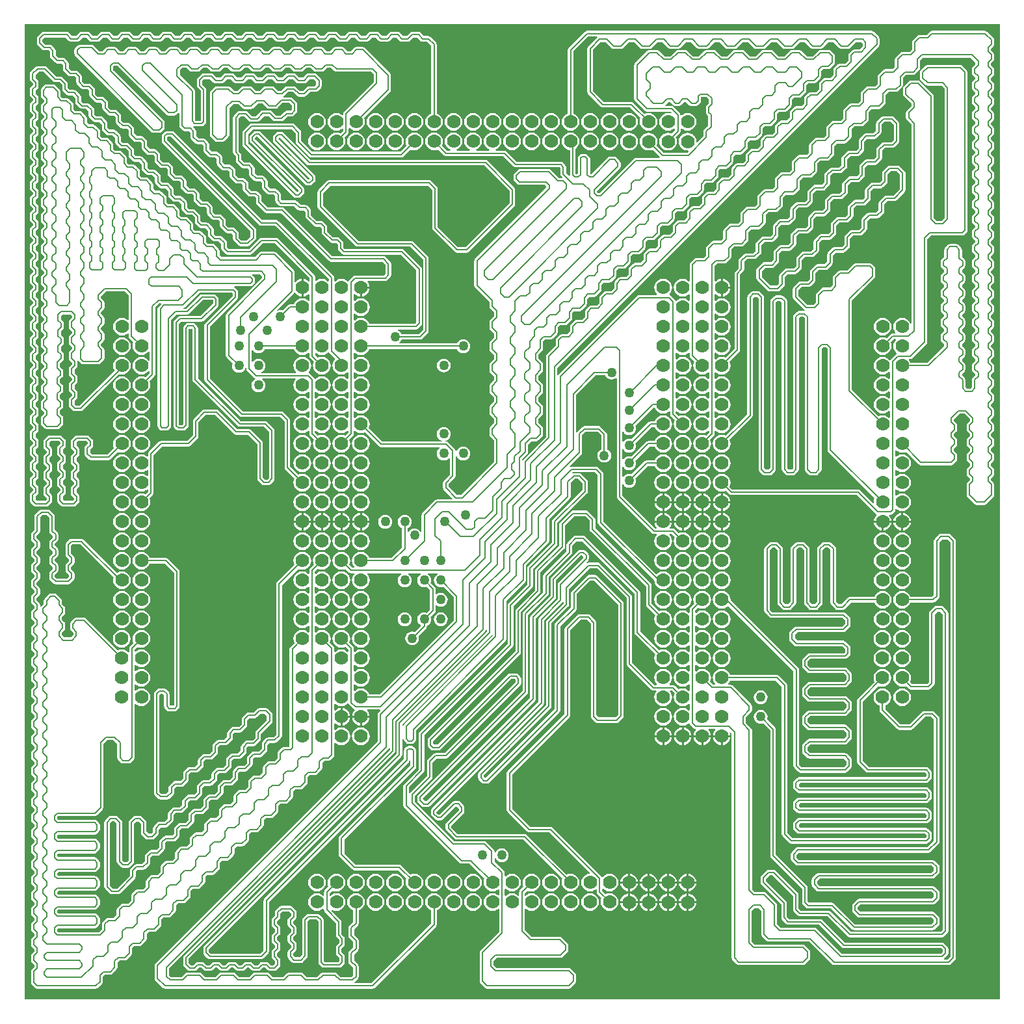
<source format=gbl>
%FSLAX25Y25*%
%MOIN*%
G70*
G01*
G75*
G04 Layer_Physical_Order=4*
G04 Layer_Color=16711680*
%ADD10C,0.00800*%
%ADD11C,0.07000*%
%ADD12C,0.05000*%
G36*
X500000Y0D02*
X0D01*
Y500000D01*
X500000D01*
Y0D01*
D02*
G37*
%LPC*%
G36*
X450000Y189539D02*
X448825Y189384D01*
X447731Y188931D01*
X446791Y188209D01*
X446069Y187269D01*
X445616Y186175D01*
X445461Y185000D01*
X445616Y183825D01*
X446069Y182731D01*
X446791Y181791D01*
X447731Y181069D01*
X448825Y180616D01*
X450000Y180461D01*
X451175Y180616D01*
X452269Y181069D01*
X453209Y181791D01*
X453931Y182731D01*
X454384Y183825D01*
X454539Y185000D01*
X454384Y186175D01*
X453931Y187269D01*
X453209Y188209D01*
X452269Y188931D01*
X451175Y189384D01*
X450000Y189539D01*
D02*
G37*
G36*
X50000Y199539D02*
X48825Y199384D01*
X47731Y198931D01*
X46791Y198209D01*
X46069Y197269D01*
X45616Y196175D01*
X45461Y195000D01*
X45616Y193825D01*
X46069Y192731D01*
X46791Y191791D01*
X47731Y191069D01*
X48825Y190616D01*
X50000Y190461D01*
X51175Y190616D01*
X52269Y191069D01*
X53209Y191791D01*
X53931Y192731D01*
X54384Y193825D01*
X54539Y195000D01*
X54384Y196175D01*
X53931Y197269D01*
X53209Y198209D01*
X52269Y198931D01*
X51175Y199384D01*
X50000Y199539D01*
D02*
G37*
G36*
X60000D02*
X58825Y199384D01*
X57731Y198931D01*
X56791Y198209D01*
X56069Y197269D01*
X55616Y196175D01*
X55461Y195000D01*
X55616Y193825D01*
X56069Y192731D01*
X56791Y191791D01*
X57731Y191069D01*
X58825Y190616D01*
X60000Y190461D01*
X61175Y190616D01*
X62269Y191069D01*
X63209Y191791D01*
X63931Y192731D01*
X64384Y193825D01*
X64539Y195000D01*
X64384Y196175D01*
X63931Y197269D01*
X63209Y198209D01*
X62269Y198931D01*
X61175Y199384D01*
X60000Y199539D01*
D02*
G37*
G36*
X439917Y189539D02*
X438742Y189384D01*
X437647Y188931D01*
X436707Y188209D01*
X435986Y187269D01*
X435532Y186175D01*
X435378Y185000D01*
X435532Y183825D01*
X435986Y182731D01*
X436707Y181791D01*
X437647Y181069D01*
X438742Y180616D01*
X439917Y180461D01*
X441091Y180616D01*
X442186Y181069D01*
X443126Y181791D01*
X443847Y182731D01*
X444301Y183825D01*
X444455Y185000D01*
X444301Y186175D01*
X443847Y187269D01*
X443126Y188209D01*
X442186Y188931D01*
X441091Y189384D01*
X439917Y189539D01*
D02*
G37*
G36*
X172500D02*
X171325Y189384D01*
X170231Y188931D01*
X169291Y188209D01*
X168569Y187269D01*
X168116Y186175D01*
X167961Y185000D01*
X168116Y183825D01*
X168569Y182731D01*
X169291Y181791D01*
X170231Y181069D01*
X171325Y180616D01*
X172500Y180461D01*
X173675Y180616D01*
X174769Y181069D01*
X175709Y181791D01*
X176431Y182731D01*
X176884Y183825D01*
X177039Y185000D01*
X176884Y186175D01*
X176431Y187269D01*
X175709Y188209D01*
X174769Y188931D01*
X173675Y189384D01*
X172500Y189539D01*
D02*
G37*
G36*
X327500D02*
X326325Y189384D01*
X325231Y188931D01*
X324291Y188209D01*
X323569Y187269D01*
X323116Y186175D01*
X322961Y185000D01*
X323116Y183825D01*
X323569Y182731D01*
X324291Y181791D01*
X325231Y181069D01*
X326325Y180616D01*
X327500Y180461D01*
X328675Y180616D01*
X329769Y181069D01*
X330710Y181791D01*
X331431Y182731D01*
X331884Y183825D01*
X332039Y185000D01*
X331884Y186175D01*
X331431Y187269D01*
X330710Y188209D01*
X329769Y188931D01*
X328675Y189384D01*
X327500Y189539D01*
D02*
G37*
G36*
X357500D02*
X356325Y189384D01*
X355231Y188931D01*
X354291Y188209D01*
X353569Y187269D01*
X353116Y186175D01*
X352961Y185000D01*
X353116Y183825D01*
X353569Y182731D01*
X354291Y181791D01*
X355231Y181069D01*
X356325Y180616D01*
X357500Y180461D01*
X358675Y180616D01*
X359769Y181069D01*
X360709Y181791D01*
X361431Y182731D01*
X361884Y183825D01*
X362039Y185000D01*
X361884Y186175D01*
X361431Y187269D01*
X360709Y188209D01*
X359769Y188931D01*
X358675Y189384D01*
X357500Y189539D01*
D02*
G37*
G36*
X450000Y199539D02*
X448825Y199384D01*
X447731Y198931D01*
X446791Y198209D01*
X446069Y197269D01*
X445616Y196175D01*
X445461Y195000D01*
X445616Y193825D01*
X446069Y192731D01*
X446791Y191791D01*
X447731Y191069D01*
X448825Y190616D01*
X450000Y190461D01*
X451175Y190616D01*
X452269Y191069D01*
X453209Y191791D01*
X453931Y192731D01*
X454384Y193825D01*
X454539Y195000D01*
X454384Y196175D01*
X453931Y197269D01*
X453209Y198209D01*
X452269Y198931D01*
X451175Y199384D01*
X450000Y199539D01*
D02*
G37*
G36*
X195000Y198530D02*
X194086Y198410D01*
X193235Y198057D01*
X192504Y197496D01*
X191943Y196765D01*
X191590Y195914D01*
X191470Y195000D01*
X191590Y194086D01*
X191943Y193235D01*
X192504Y192504D01*
X193235Y191943D01*
X194086Y191590D01*
X195000Y191470D01*
X195914Y191590D01*
X196765Y191943D01*
X197496Y192504D01*
X198057Y193235D01*
X198410Y194086D01*
X198530Y195000D01*
X198410Y195914D01*
X198057Y196765D01*
X197496Y197496D01*
X196765Y198057D01*
X195914Y198410D01*
X195000Y198530D01*
D02*
G37*
G36*
X213500D02*
X212586Y198410D01*
X211735Y198057D01*
X211004Y197496D01*
X210443Y196765D01*
X210090Y195914D01*
X209970Y195000D01*
X210090Y194086D01*
X210443Y193235D01*
X211004Y192504D01*
X211735Y191943D01*
X212586Y191590D01*
X213500Y191470D01*
X214414Y191590D01*
X215265Y191943D01*
X215996Y192504D01*
X216557Y193235D01*
X216910Y194086D01*
X217030Y195000D01*
X216910Y195914D01*
X216557Y196765D01*
X215996Y197496D01*
X215265Y198057D01*
X214414Y198410D01*
X213500Y198530D01*
D02*
G37*
G36*
X440000Y199539D02*
X438825Y199384D01*
X437731Y198931D01*
X436791Y198209D01*
X436069Y197269D01*
X435616Y196175D01*
X435461Y195000D01*
X435616Y193825D01*
X436069Y192731D01*
X436791Y191791D01*
X437731Y191069D01*
X438825Y190616D01*
X440000Y190461D01*
X441175Y190616D01*
X442269Y191069D01*
X443209Y191791D01*
X443931Y192731D01*
X444384Y193825D01*
X444539Y195000D01*
X444384Y196175D01*
X443931Y197269D01*
X443209Y198209D01*
X442269Y198931D01*
X441175Y199384D01*
X440000Y199539D01*
D02*
G37*
G36*
X162500D02*
X161325Y199384D01*
X160231Y198931D01*
X159291Y198209D01*
X158569Y197269D01*
X158116Y196175D01*
X157961Y195000D01*
X158116Y193825D01*
X158569Y192731D01*
X159291Y191791D01*
X160231Y191069D01*
X161325Y190616D01*
X162500Y190461D01*
X163675Y190616D01*
X164769Y191069D01*
X165709Y191791D01*
X166431Y192731D01*
X166884Y193825D01*
X167039Y195000D01*
X166884Y196175D01*
X166431Y197269D01*
X165709Y198209D01*
X164769Y198931D01*
X163675Y199384D01*
X162500Y199539D01*
D02*
G37*
G36*
X172500D02*
X171325Y199384D01*
X170231Y198931D01*
X169291Y198209D01*
X168569Y197269D01*
X168116Y196175D01*
X167961Y195000D01*
X168116Y193825D01*
X168569Y192731D01*
X169291Y191791D01*
X170231Y191069D01*
X171325Y190616D01*
X172500Y190461D01*
X173675Y190616D01*
X174769Y191069D01*
X175709Y191791D01*
X176431Y192731D01*
X176884Y193825D01*
X177039Y195000D01*
X176884Y196175D01*
X176431Y197269D01*
X175709Y198209D01*
X174769Y198931D01*
X173675Y199384D01*
X172500Y199539D01*
D02*
G37*
G36*
X357500D02*
X356325Y199384D01*
X355231Y198931D01*
X354291Y198209D01*
X353569Y197269D01*
X353116Y196175D01*
X352961Y195000D01*
X353116Y193825D01*
X353569Y192731D01*
X354291Y191791D01*
X355231Y191069D01*
X356325Y190616D01*
X357500Y190461D01*
X358675Y190616D01*
X359769Y191069D01*
X360709Y191791D01*
X361431Y192731D01*
X361884Y193825D01*
X362039Y195000D01*
X361884Y196175D01*
X361431Y197269D01*
X360709Y198209D01*
X359769Y198931D01*
X358675Y199384D01*
X357500Y199539D01*
D02*
G37*
G36*
X49916Y189539D02*
X48742Y189384D01*
X47647Y188931D01*
X46707Y188209D01*
X45986Y187269D01*
X45532Y186175D01*
X45378Y185000D01*
X45532Y183825D01*
X45986Y182731D01*
X46707Y181791D01*
X47647Y181069D01*
X48742Y180616D01*
X49916Y180461D01*
X51091Y180616D01*
X52186Y181069D01*
X53126Y181791D01*
X53847Y182731D01*
X54301Y183825D01*
X54455Y185000D01*
X54301Y186175D01*
X53847Y187269D01*
X53126Y188209D01*
X52186Y188931D01*
X51091Y189384D01*
X49916Y189539D01*
D02*
G37*
G36*
X166973Y144500D02*
X163000D01*
Y140527D01*
X163675Y140616D01*
X164769Y141069D01*
X165709Y141791D01*
X166431Y142731D01*
X166884Y143825D01*
X166973Y144500D01*
D02*
G37*
G36*
X172000D02*
X168027D01*
X168116Y143825D01*
X168569Y142731D01*
X169291Y141791D01*
X170231Y141069D01*
X171325Y140616D01*
X172000Y140527D01*
Y144500D01*
D02*
G37*
G36*
X176973D02*
X173000D01*
Y140527D01*
X173675Y140616D01*
X174769Y141069D01*
X175709Y141791D01*
X176431Y142731D01*
X176884Y143825D01*
X176973Y144500D01*
D02*
G37*
G36*
X327500Y149539D02*
X326325Y149384D01*
X325231Y148931D01*
X324291Y148209D01*
X323569Y147269D01*
X323116Y146175D01*
X322961Y145000D01*
X323116Y143825D01*
X323569Y142731D01*
X324291Y141791D01*
X325231Y141069D01*
X326325Y140616D01*
X327500Y140461D01*
X328675Y140616D01*
X329769Y141069D01*
X330710Y141791D01*
X331431Y142731D01*
X331884Y143825D01*
X332039Y145000D01*
X331884Y146175D01*
X331431Y147269D01*
X330710Y148209D01*
X329769Y148931D01*
X328675Y149384D01*
X327500Y149539D01*
D02*
G37*
G36*
X328000Y139473D02*
Y135500D01*
X331973D01*
X331884Y136175D01*
X331431Y137269D01*
X330709Y138209D01*
X329769Y138931D01*
X328675Y139384D01*
X328000Y139473D01*
D02*
G37*
G36*
X337000D02*
X336325Y139384D01*
X335231Y138931D01*
X334291Y138209D01*
X333569Y137269D01*
X333116Y136175D01*
X333027Y135500D01*
X337000D01*
Y139473D01*
D02*
G37*
G36*
X338000D02*
Y135500D01*
X341973D01*
X341884Y136175D01*
X341431Y137269D01*
X340709Y138209D01*
X339769Y138931D01*
X338675Y139384D01*
X338000Y139473D01*
D02*
G37*
G36*
X357500Y179539D02*
X356325Y179384D01*
X355231Y178931D01*
X354291Y178209D01*
X353569Y177269D01*
X353116Y176175D01*
X352961Y175000D01*
X353116Y173825D01*
X353569Y172731D01*
X354291Y171791D01*
X355231Y171069D01*
X356325Y170616D01*
X357500Y170461D01*
X358675Y170616D01*
X359769Y171069D01*
X360709Y171791D01*
X361431Y172731D01*
X361884Y173825D01*
X362039Y175000D01*
X361884Y176175D01*
X361431Y177269D01*
X360709Y178209D01*
X359769Y178931D01*
X358675Y179384D01*
X357500Y179539D01*
D02*
G37*
G36*
X439917D02*
X438742Y179384D01*
X437647Y178931D01*
X436707Y178209D01*
X435986Y177269D01*
X435532Y176175D01*
X435378Y175000D01*
X435532Y173825D01*
X435986Y172731D01*
X436707Y171791D01*
X437647Y171069D01*
X438742Y170616D01*
X439917Y170461D01*
X441091Y170616D01*
X442186Y171069D01*
X443126Y171791D01*
X443847Y172731D01*
X444301Y173825D01*
X444455Y175000D01*
X444301Y176175D01*
X443847Y177269D01*
X443126Y178209D01*
X442186Y178931D01*
X441091Y179384D01*
X439917Y179539D01*
D02*
G37*
G36*
X450000D02*
X448825Y179384D01*
X447731Y178931D01*
X446791Y178209D01*
X446069Y177269D01*
X445616Y176175D01*
X445461Y175000D01*
X445616Y173825D01*
X446069Y172731D01*
X446791Y171791D01*
X447731Y171069D01*
X448825Y170616D01*
X450000Y170461D01*
X451175Y170616D01*
X452269Y171069D01*
X453209Y171791D01*
X453931Y172731D01*
X454384Y173825D01*
X454539Y175000D01*
X454384Y176175D01*
X453931Y177269D01*
X453209Y178209D01*
X452269Y178931D01*
X451175Y179384D01*
X450000Y179539D01*
D02*
G37*
G36*
X377500Y158530D02*
X376586Y158410D01*
X375735Y158057D01*
X375004Y157496D01*
X374443Y156765D01*
X374090Y155914D01*
X373970Y155000D01*
X374090Y154086D01*
X374443Y153235D01*
X375004Y152504D01*
X375735Y151943D01*
X376586Y151590D01*
X377500Y151470D01*
X378414Y151590D01*
X379265Y151943D01*
X379996Y152504D01*
X380557Y153235D01*
X380910Y154086D01*
X381030Y155000D01*
X380910Y155914D01*
X380557Y156765D01*
X379996Y157496D01*
X379265Y158057D01*
X378414Y158410D01*
X377500Y158530D01*
D02*
G37*
G36*
X163000Y149473D02*
Y145500D01*
X166973D01*
X166884Y146175D01*
X166431Y147269D01*
X165709Y148209D01*
X164769Y148931D01*
X163675Y149384D01*
X163000Y149473D01*
D02*
G37*
G36*
X142500Y229539D02*
X141325Y229384D01*
X140231Y228931D01*
X139291Y228209D01*
X138569Y227269D01*
X138116Y226175D01*
X137961Y225000D01*
X138116Y223825D01*
X138465Y222983D01*
X129591Y214109D01*
X129281Y213646D01*
X129173Y213100D01*
X129173Y213100D01*
Y135891D01*
X127709Y134427D01*
X124900D01*
X124354Y134319D01*
X124168Y134195D01*
X123891Y134009D01*
X123891Y134009D01*
X122091Y132209D01*
X121781Y131746D01*
X121673Y131200D01*
X121673Y131200D01*
Y128591D01*
X120209Y127127D01*
X117400D01*
X116854Y127019D01*
X116668Y126895D01*
X116391Y126709D01*
X116391Y126709D01*
X114591Y124909D01*
X114281Y124446D01*
X114173Y123900D01*
X114173Y123900D01*
Y121291D01*
X112709Y119827D01*
X109900D01*
X109354Y119719D01*
X109168Y119595D01*
X108891Y119409D01*
X108891Y119409D01*
X107091Y117609D01*
X106781Y117146D01*
X106673Y116600D01*
X106673Y116600D01*
Y113991D01*
X105209Y112527D01*
X102400D01*
X101854Y112419D01*
X101668Y112295D01*
X101391Y112109D01*
X101391Y112109D01*
X99591Y110309D01*
X99281Y109846D01*
X99173Y109300D01*
X99173Y109300D01*
Y106691D01*
X97709Y105227D01*
X94900D01*
X94354Y105119D01*
X94168Y104995D01*
X93891Y104809D01*
X93891Y104809D01*
X92091Y103009D01*
X91781Y102546D01*
X91673Y102000D01*
X91673Y102000D01*
Y99391D01*
X90209Y97927D01*
X87400D01*
X86854Y97819D01*
X86668Y97695D01*
X86391Y97509D01*
X86391Y97509D01*
X84591Y95709D01*
X84281Y95246D01*
X84173Y94700D01*
X84173Y94700D01*
Y92091D01*
X82709Y90627D01*
X79900D01*
X79354Y90519D01*
X79168Y90395D01*
X78891Y90209D01*
X78891Y90209D01*
X77091Y88409D01*
X76781Y87946D01*
X76673Y87400D01*
X76673Y87400D01*
Y84791D01*
X75909Y84027D01*
X72400D01*
X71854Y83919D01*
X71668Y83795D01*
X71391Y83609D01*
X71391Y83609D01*
X69591Y81809D01*
X69281Y81346D01*
X69173Y80800D01*
X69173Y80800D01*
Y78191D01*
X67709Y76727D01*
X64900D01*
X64354Y76619D01*
X64168Y76495D01*
X63891Y76309D01*
X63891Y76309D01*
X62091Y74509D01*
X61781Y74046D01*
X61673Y73500D01*
X61673Y73500D01*
Y70891D01*
X60209Y69427D01*
X57400D01*
X56854Y69319D01*
X56668Y69195D01*
X56391Y69009D01*
X56391Y69009D01*
X54591Y67209D01*
X54281Y66746D01*
X54173Y66200D01*
X54173Y66200D01*
Y63591D01*
X47509Y56927D01*
X45391D01*
X43827Y58491D01*
Y90309D01*
X44891Y91373D01*
X46209D01*
X47273Y90309D01*
Y70900D01*
X47273Y70900D01*
X47381Y70354D01*
X47691Y69891D01*
X49591Y67991D01*
X49591Y67991D01*
X50054Y67681D01*
X50054Y67681D01*
X50054Y67681D01*
D01*
X50054Y67681D01*
X50054Y67681D01*
X50600Y67573D01*
X50600Y67573D01*
X53100D01*
X53100Y67573D01*
X53646Y67681D01*
X54109Y67991D01*
X55909Y69791D01*
X55909Y69791D01*
X56095Y70068D01*
X56219Y70254D01*
X56327Y70800D01*
X56327Y70800D01*
X56327Y70800D01*
Y70800D01*
Y90209D01*
X57391Y91273D01*
X58709D01*
X59773Y90209D01*
Y85500D01*
X59773Y85500D01*
X59881Y84954D01*
X60191Y84491D01*
X62091Y82591D01*
X62091Y82591D01*
X62554Y82281D01*
X62554Y82281D01*
X62554Y82281D01*
D01*
X62554Y82281D01*
X62554Y82281D01*
X63100Y82173D01*
X63100Y82173D01*
X65600D01*
X65600Y82173D01*
X66146Y82281D01*
X66609Y82591D01*
X68409Y84391D01*
X68409Y84391D01*
X68595Y84668D01*
X68719Y84854D01*
X68827Y85400D01*
X68827Y85400D01*
X68827Y85400D01*
Y85400D01*
Y87309D01*
X69791Y88273D01*
X72600D01*
X72600Y88273D01*
X73146Y88381D01*
X73609Y88691D01*
X76009Y91091D01*
X76009Y91091D01*
X76195Y91368D01*
X76319Y91554D01*
X76427Y92100D01*
X76427Y92100D01*
X76427Y92100D01*
Y92100D01*
Y94709D01*
X77391Y95673D01*
X80200D01*
X80200Y95673D01*
X80746Y95781D01*
X81209Y96091D01*
X83409Y98291D01*
X83719Y98754D01*
X83827Y99300D01*
X83827Y99300D01*
Y101209D01*
X84791Y102173D01*
X87600D01*
X87600Y102173D01*
X88146Y102281D01*
X88609Y102591D01*
X90909Y104891D01*
X90909Y104891D01*
X91219Y105354D01*
X91219Y105354D01*
X91219Y105354D01*
X91327Y105900D01*
X91327Y105900D01*
Y108509D01*
X92391Y109573D01*
X95200D01*
X95200Y109573D01*
X95746Y109681D01*
X96209Y109991D01*
X98409Y112191D01*
X98719Y112654D01*
X98827Y113200D01*
X98827Y113200D01*
Y115109D01*
X99791Y116073D01*
X102600D01*
X102600Y116073D01*
X103146Y116181D01*
X103609Y116491D01*
X105909Y118791D01*
X105909Y118791D01*
X106219Y119254D01*
X106327Y119800D01*
X106327Y119800D01*
Y122409D01*
X107291Y123373D01*
X110100D01*
X110100Y123373D01*
X110646Y123481D01*
X111109Y123791D01*
X113409Y126091D01*
X113409Y126091D01*
X113719Y126554D01*
X113719Y126554D01*
X113719Y126554D01*
X113827Y127100D01*
X113827Y127100D01*
Y129009D01*
X114791Y129973D01*
X117600D01*
X117600Y129973D01*
X118146Y130081D01*
X118609Y130391D01*
X120909Y132691D01*
X120909Y132691D01*
X121219Y133154D01*
X121219Y133154D01*
X121219Y133154D01*
X121327Y133700D01*
X121327Y133700D01*
Y136309D01*
X126709Y141691D01*
X126709Y141691D01*
X127019Y142154D01*
X127019Y142154D01*
X127019Y142154D01*
X127127Y142700D01*
X127127Y142700D01*
Y146100D01*
X127127Y146100D01*
X127019Y146646D01*
X126709Y147109D01*
X126709Y147109D01*
X124809Y149009D01*
X124346Y149319D01*
X123800Y149427D01*
X123800Y149427D01*
X120400D01*
X120400Y149427D01*
X119854Y149319D01*
X119391Y149009D01*
X119391Y149009D01*
X117509Y147127D01*
X114700D01*
X114154Y147019D01*
X113968Y146895D01*
X113691Y146709D01*
X113691Y146709D01*
X111891Y144909D01*
X111581Y144446D01*
X111473Y143900D01*
X111473Y143900D01*
Y141291D01*
X110009Y139827D01*
X107200D01*
X106654Y139719D01*
X106468Y139595D01*
X106191Y139409D01*
X106191Y139409D01*
X104391Y137609D01*
X104081Y137146D01*
X103973Y136600D01*
X103973Y136600D01*
Y134691D01*
X102509Y133227D01*
X99700D01*
X99154Y133119D01*
X98968Y132995D01*
X98691Y132809D01*
X98691Y132809D01*
X96891Y131009D01*
X96581Y130546D01*
X96473Y130000D01*
X96473Y130000D01*
Y127391D01*
X95009Y125927D01*
X92200D01*
X91654Y125819D01*
X91468Y125695D01*
X91191Y125509D01*
X91191Y125509D01*
X89391Y123709D01*
X89081Y123246D01*
X88973Y122700D01*
X88973Y122700D01*
Y120791D01*
X87509Y119327D01*
X84700D01*
X84154Y119219D01*
X83968Y119095D01*
X83691Y118909D01*
X83691Y118909D01*
X81891Y117109D01*
X81581Y116646D01*
X81473Y116100D01*
X81473Y116100D01*
Y113491D01*
X80009Y112027D01*
X77200D01*
X76654Y111919D01*
X76468Y111795D01*
X76191Y111609D01*
X76191Y111609D01*
X74391Y109809D01*
X74081Y109346D01*
X73973Y108800D01*
X73973Y108800D01*
Y106891D01*
X72509Y105427D01*
X70291D01*
X69227Y106491D01*
Y156109D01*
X69891Y156773D01*
X70909D01*
X71573Y156109D01*
Y150400D01*
X71573Y150400D01*
X71681Y149854D01*
X71991Y149391D01*
X73091Y148291D01*
X73091Y148291D01*
X73554Y147981D01*
X74100Y147873D01*
X77100D01*
X77100Y147873D01*
X77646Y147981D01*
X78109Y148291D01*
X79209Y149391D01*
X79209Y149391D01*
X79519Y149854D01*
X79627Y150400D01*
Y219400D01*
X79627Y219400D01*
X79519Y219946D01*
X79209Y220409D01*
X79209Y220409D01*
X73609Y226009D01*
X73146Y226319D01*
X72600Y226427D01*
X72600Y226427D01*
X64280D01*
X63931Y227269D01*
X63209Y228209D01*
X62269Y228931D01*
X61175Y229384D01*
X60000Y229539D01*
X58825Y229384D01*
X57731Y228931D01*
X56791Y228209D01*
X56069Y227269D01*
X55616Y226175D01*
X55461Y225000D01*
X55616Y223825D01*
X56069Y222731D01*
X56791Y221791D01*
X57731Y221069D01*
X58825Y220616D01*
X60000Y220461D01*
X61175Y220616D01*
X62269Y221069D01*
X63209Y221791D01*
X63931Y222731D01*
X64280Y223573D01*
X72009D01*
X76773Y218809D01*
Y150991D01*
X76509Y150727D01*
X74691D01*
X74427Y150991D01*
Y156700D01*
X74427Y156700D01*
X74319Y157246D01*
X74009Y157709D01*
X72509Y159209D01*
X72046Y159519D01*
X71500Y159627D01*
X71500Y159627D01*
X69300D01*
X69300Y159627D01*
X68754Y159519D01*
X68291Y159209D01*
X66791Y157709D01*
X66481Y157246D01*
X66373Y156700D01*
X66373Y156700D01*
Y105900D01*
X66373Y105900D01*
X66481Y105354D01*
X66791Y104891D01*
X68691Y102991D01*
X68691Y102991D01*
X69154Y102681D01*
X69154Y102681D01*
X69154Y102681D01*
D01*
X69154Y102681D01*
X69154Y102681D01*
X69700Y102573D01*
X69700Y102573D01*
X73100D01*
X73100Y102573D01*
X73646Y102681D01*
X74109Y102991D01*
X76409Y105291D01*
X76409Y105291D01*
X76719Y105754D01*
X76827Y106300D01*
X76827Y106300D01*
Y108209D01*
X77791Y109173D01*
X80600D01*
X80600Y109173D01*
X81146Y109281D01*
X81609Y109591D01*
X83909Y111891D01*
X83909Y111891D01*
X84219Y112354D01*
X84219Y112354D01*
X84219Y112354D01*
X84327Y112900D01*
X84327Y112900D01*
Y115509D01*
X85291Y116473D01*
X88100D01*
X88100Y116473D01*
X88646Y116581D01*
X89109Y116891D01*
X91409Y119191D01*
X91409Y119191D01*
X91719Y119654D01*
X91719Y119654D01*
X91719Y119654D01*
X91827Y120200D01*
X91827Y120200D01*
Y122109D01*
X92791Y123073D01*
X95600D01*
X95600Y123073D01*
X96146Y123181D01*
X96609Y123491D01*
X98909Y125791D01*
X98909Y125791D01*
X99219Y126254D01*
X99219Y126254D01*
X99219Y126254D01*
X99327Y126800D01*
X99327Y126800D01*
Y129409D01*
X100291Y130373D01*
X103100D01*
X103100Y130373D01*
X103646Y130481D01*
X104109Y130791D01*
X106409Y133091D01*
X106409Y133091D01*
X106719Y133554D01*
X106827Y134100D01*
X106827Y134100D01*
Y136009D01*
X107791Y136973D01*
X110600D01*
X110600Y136973D01*
X111146Y137081D01*
X111609Y137391D01*
X113909Y139691D01*
X113909Y139691D01*
X114219Y140154D01*
X114219Y140154D01*
X114219Y140154D01*
X114327Y140700D01*
X114327Y140700D01*
Y143309D01*
X115291Y144273D01*
X118100D01*
X118100Y144273D01*
X118646Y144381D01*
X119109Y144691D01*
X120991Y146573D01*
X123209D01*
X124273Y145509D01*
Y143291D01*
X118891Y137909D01*
X118581Y137446D01*
X118473Y136900D01*
X118473Y136900D01*
Y134291D01*
X117009Y132827D01*
X114200D01*
X113654Y132719D01*
X113468Y132595D01*
X113191Y132409D01*
X113191Y132409D01*
X111391Y130609D01*
X111081Y130146D01*
X110973Y129600D01*
X110973Y129600D01*
Y127691D01*
X109509Y126227D01*
X106700D01*
X106154Y126119D01*
X105968Y125995D01*
X105691Y125809D01*
X105691Y125809D01*
X103891Y124009D01*
X103581Y123546D01*
X103473Y123000D01*
X103473Y123000D01*
Y120391D01*
X102009Y118927D01*
X99200D01*
X98654Y118819D01*
X98468Y118695D01*
X98191Y118509D01*
X98191Y118509D01*
X96391Y116709D01*
X96081Y116246D01*
X95973Y115700D01*
X95973Y115700D01*
Y113791D01*
X94609Y112427D01*
X91800D01*
X91800Y112427D01*
X91254Y112319D01*
X90791Y112009D01*
X90791Y112009D01*
X88891Y110109D01*
X88581Y109646D01*
X88473Y109100D01*
X88473Y109100D01*
Y106491D01*
X87009Y105027D01*
X84200D01*
X83654Y104919D01*
X83468Y104795D01*
X83191Y104609D01*
X83191Y104609D01*
X81391Y102809D01*
X81081Y102346D01*
X80973Y101800D01*
X80973Y101800D01*
Y99891D01*
X79609Y98527D01*
X76800D01*
X76254Y98419D01*
X76068Y98295D01*
X75791Y98109D01*
X75791Y98109D01*
X73991Y96309D01*
X73681Y95846D01*
X73573Y95300D01*
X73573Y95300D01*
Y92691D01*
X72009Y91127D01*
X69200D01*
X68654Y91019D01*
X68468Y90895D01*
X68191Y90709D01*
X68191Y90709D01*
X66391Y88909D01*
X66081Y88446D01*
X65973Y87900D01*
X65973Y87900D01*
Y85991D01*
X65009Y85027D01*
X63691D01*
X62627Y86091D01*
Y90800D01*
X62627Y90800D01*
X62519Y91346D01*
X62209Y91809D01*
X62209Y91809D01*
X60309Y93709D01*
X59846Y94019D01*
X59300Y94127D01*
X59300Y94127D01*
X56800D01*
X56800Y94127D01*
X56254Y94019D01*
X55791Y93709D01*
X55791Y93709D01*
X53891Y91809D01*
X53581Y91346D01*
X53473Y90800D01*
X53473Y90800D01*
Y71391D01*
X52509Y70427D01*
X51191D01*
X50127Y71491D01*
Y90900D01*
X50127Y90900D01*
X50019Y91446D01*
X49709Y91909D01*
X49709Y91909D01*
X47809Y93809D01*
X47346Y94119D01*
X46800Y94227D01*
X46800Y94227D01*
X44300D01*
X44300Y94227D01*
X43754Y94119D01*
X43291Y93809D01*
X43291Y93809D01*
X41391Y91909D01*
X41081Y91446D01*
X40973Y90900D01*
X40973Y90900D01*
Y57900D01*
X40973Y57900D01*
X41081Y57354D01*
X41391Y56891D01*
X43791Y54491D01*
X43791Y54491D01*
X44068Y54305D01*
X44254Y54181D01*
X44800Y54073D01*
X48100D01*
X48100Y54073D01*
X48646Y54181D01*
X49109Y54491D01*
X56609Y61991D01*
X56609Y61991D01*
X56795Y62268D01*
X56919Y62454D01*
X57027Y63000D01*
X57027Y63000D01*
Y65609D01*
X57991Y66573D01*
X60800D01*
X60800Y66573D01*
X61346Y66681D01*
X61809Y66991D01*
X64109Y69291D01*
X64109Y69291D01*
X64419Y69754D01*
X64419Y69754D01*
X64419Y69754D01*
X64527Y70300D01*
X64527Y70300D01*
Y72909D01*
X65491Y73873D01*
X68300D01*
X68300Y73873D01*
X68846Y73981D01*
X69309Y74291D01*
X71609Y76591D01*
X71609Y76591D01*
X71919Y77054D01*
X72027Y77600D01*
X72027Y77600D01*
Y80209D01*
X72991Y81173D01*
X76500D01*
X76500Y81173D01*
X77046Y81281D01*
X77509Y81591D01*
X79109Y83191D01*
X79109Y83191D01*
X79295Y83468D01*
X79419Y83654D01*
X79527Y84200D01*
X79527Y84200D01*
Y86809D01*
X80491Y87773D01*
X83300D01*
X83300Y87773D01*
X83846Y87881D01*
X84309Y88191D01*
X86609Y90491D01*
X86609Y90491D01*
X86919Y90954D01*
X87027Y91500D01*
X87027Y91500D01*
Y94109D01*
X87991Y95073D01*
X90800D01*
X90800Y95073D01*
X91346Y95181D01*
X91809Y95491D01*
X94109Y97791D01*
X94109Y97791D01*
X94419Y98254D01*
X94419Y98254D01*
X94419Y98254D01*
X94527Y98800D01*
X94527Y98800D01*
Y101409D01*
X95491Y102373D01*
X98300D01*
X98300Y102373D01*
X98846Y102481D01*
X99309Y102791D01*
X101609Y105091D01*
X101609Y105091D01*
X101919Y105554D01*
X101919Y105554D01*
X101919Y105554D01*
X102027Y106100D01*
X102027Y106100D01*
Y108709D01*
X102991Y109673D01*
X105800D01*
X105800Y109673D01*
X106346Y109781D01*
X106809Y110091D01*
X109109Y112391D01*
X109109Y112391D01*
X109419Y112854D01*
X109527Y113400D01*
X109527Y113400D01*
Y116009D01*
X110491Y116973D01*
X113300D01*
X113300Y116973D01*
X113846Y117081D01*
X114309Y117391D01*
X116609Y119691D01*
X116609Y119691D01*
X116919Y120154D01*
X116919Y120154D01*
X116919Y120154D01*
X117027Y120700D01*
X117027Y120700D01*
Y123309D01*
X117991Y124273D01*
X120800D01*
X120800Y124273D01*
X121346Y124381D01*
X121809Y124691D01*
X124109Y126991D01*
X124109Y126991D01*
X124419Y127454D01*
X124419Y127454D01*
X124419Y127454D01*
X124527Y128000D01*
X124527Y128000D01*
Y130609D01*
X125491Y131573D01*
X128300D01*
X128300Y131573D01*
X128846Y131681D01*
X129309Y131991D01*
X131609Y134291D01*
X131609Y134291D01*
X131919Y134754D01*
X132027Y135300D01*
X132027Y135300D01*
Y212509D01*
X140483Y220965D01*
X141325Y220616D01*
X142500Y220461D01*
X143675Y220616D01*
X144769Y221069D01*
X145709Y221791D01*
X146431Y222731D01*
X146884Y223825D01*
X147039Y225000D01*
X146884Y226175D01*
X146431Y227269D01*
X145709Y228209D01*
X144769Y228931D01*
X143675Y229384D01*
X142500Y229539D01*
D02*
G37*
G36*
X450000Y159539D02*
X448825Y159384D01*
X447731Y158931D01*
X446791Y158209D01*
X446069Y157269D01*
X445616Y156175D01*
X445461Y155000D01*
X445616Y153825D01*
X446069Y152731D01*
X446791Y151791D01*
X447731Y151069D01*
X448825Y150616D01*
X450000Y150461D01*
X451175Y150616D01*
X452269Y151069D01*
X453209Y151791D01*
X453931Y152731D01*
X454384Y153825D01*
X454539Y155000D01*
X454384Y156175D01*
X453931Y157269D01*
X453209Y158209D01*
X452269Y158931D01*
X451175Y159384D01*
X450000Y159539D01*
D02*
G37*
G36*
Y229539D02*
X448825Y229384D01*
X447731Y228931D01*
X446791Y228209D01*
X446069Y227269D01*
X445616Y226175D01*
X445461Y225000D01*
X445616Y223825D01*
X446069Y222731D01*
X446791Y221791D01*
X447731Y221069D01*
X448825Y220616D01*
X450000Y220461D01*
X451175Y220616D01*
X452269Y221069D01*
X453209Y221791D01*
X453931Y222731D01*
X454384Y223825D01*
X454539Y225000D01*
X454384Y226175D01*
X453931Y227269D01*
X453209Y228209D01*
X452269Y228931D01*
X451175Y229384D01*
X450000Y229539D01*
D02*
G37*
G36*
X50000Y239539D02*
X48825Y239384D01*
X47731Y238931D01*
X46791Y238209D01*
X46069Y237269D01*
X45616Y236175D01*
X45461Y235000D01*
X45616Y233825D01*
X46069Y232731D01*
X46791Y231791D01*
X47731Y231069D01*
X48825Y230616D01*
X50000Y230461D01*
X51175Y230616D01*
X52269Y231069D01*
X53209Y231791D01*
X53931Y232731D01*
X54384Y233825D01*
X54539Y235000D01*
X54384Y236175D01*
X53931Y237269D01*
X53209Y238209D01*
X52269Y238931D01*
X51175Y239384D01*
X50000Y239539D01*
D02*
G37*
G36*
X60000D02*
X58825Y239384D01*
X57731Y238931D01*
X56791Y238209D01*
X56069Y237269D01*
X55616Y236175D01*
X55461Y235000D01*
X55616Y233825D01*
X56069Y232731D01*
X56791Y231791D01*
X57731Y231069D01*
X58825Y230616D01*
X60000Y230461D01*
X61175Y230616D01*
X62269Y231069D01*
X63209Y231791D01*
X63931Y232731D01*
X64384Y233825D01*
X64539Y235000D01*
X64384Y236175D01*
X63931Y237269D01*
X63209Y238209D01*
X62269Y238931D01*
X61175Y239384D01*
X60000Y239539D01*
D02*
G37*
G36*
X440000Y229539D02*
X438825Y229384D01*
X437731Y228931D01*
X436791Y228209D01*
X436069Y227269D01*
X435616Y226175D01*
X435461Y225000D01*
X435616Y223825D01*
X436069Y222731D01*
X436791Y221791D01*
X437731Y221069D01*
X438825Y220616D01*
X440000Y220461D01*
X441175Y220616D01*
X442269Y221069D01*
X443209Y221791D01*
X443931Y222731D01*
X444384Y223825D01*
X444539Y225000D01*
X444384Y226175D01*
X443931Y227269D01*
X443209Y228209D01*
X442269Y228931D01*
X441175Y229384D01*
X440000Y229539D01*
D02*
G37*
G36*
X337500D02*
X336325Y229384D01*
X335231Y228931D01*
X334291Y228209D01*
X333569Y227269D01*
X333116Y226175D01*
X332961Y225000D01*
X333116Y223825D01*
X333569Y222731D01*
X334291Y221791D01*
X335231Y221069D01*
X336325Y220616D01*
X337500Y220461D01*
X338675Y220616D01*
X339769Y221069D01*
X340709Y221791D01*
X341431Y222731D01*
X341884Y223825D01*
X342039Y225000D01*
X341884Y226175D01*
X341431Y227269D01*
X340709Y228209D01*
X339769Y228931D01*
X338675Y229384D01*
X337500Y229539D01*
D02*
G37*
G36*
X347500D02*
X346325Y229384D01*
X345231Y228931D01*
X344291Y228209D01*
X343569Y227269D01*
X343116Y226175D01*
X342961Y225000D01*
X343116Y223825D01*
X343569Y222731D01*
X344291Y221791D01*
X345231Y221069D01*
X346325Y220616D01*
X347500Y220461D01*
X348675Y220616D01*
X349769Y221069D01*
X350709Y221791D01*
X351431Y222731D01*
X351884Y223825D01*
X352039Y225000D01*
X351884Y226175D01*
X351431Y227269D01*
X350709Y228209D01*
X349769Y228931D01*
X348675Y229384D01*
X347500Y229539D01*
D02*
G37*
G36*
X357500D02*
X356325Y229384D01*
X355231Y228931D01*
X354291Y228209D01*
X353569Y227269D01*
X353116Y226175D01*
X352961Y225000D01*
X353116Y223825D01*
X353569Y222731D01*
X354291Y221791D01*
X355231Y221069D01*
X356325Y220616D01*
X357500Y220461D01*
X358675Y220616D01*
X359769Y221069D01*
X360709Y221791D01*
X361431Y222731D01*
X361884Y223825D01*
X362039Y225000D01*
X361884Y226175D01*
X361431Y227269D01*
X360709Y228209D01*
X359769Y228931D01*
X358675Y229384D01*
X357500Y229539D01*
D02*
G37*
G36*
X347500Y239539D02*
X346325Y239384D01*
X345231Y238931D01*
X344291Y238209D01*
X343569Y237269D01*
X343116Y236175D01*
X342961Y235000D01*
X343116Y233825D01*
X343569Y232731D01*
X344291Y231791D01*
X345231Y231069D01*
X346325Y230616D01*
X347500Y230461D01*
X348675Y230616D01*
X349769Y231069D01*
X350709Y231791D01*
X351431Y232731D01*
X351884Y233825D01*
X352039Y235000D01*
X351884Y236175D01*
X351431Y237269D01*
X350709Y238209D01*
X349769Y238931D01*
X348675Y239384D01*
X347500Y239539D01*
D02*
G37*
G36*
X357500D02*
X356325Y239384D01*
X355231Y238931D01*
X354291Y238209D01*
X353569Y237269D01*
X353116Y236175D01*
X352961Y235000D01*
X353116Y233825D01*
X353569Y232731D01*
X354291Y231791D01*
X355231Y231069D01*
X356325Y230616D01*
X357500Y230461D01*
X358675Y230616D01*
X359769Y231069D01*
X360709Y231791D01*
X361431Y232731D01*
X361884Y233825D01*
X362039Y235000D01*
X361884Y236175D01*
X361431Y237269D01*
X360709Y238209D01*
X359769Y238931D01*
X358675Y239384D01*
X357500Y239539D01*
D02*
G37*
G36*
X440000D02*
X438825Y239384D01*
X437731Y238931D01*
X436791Y238209D01*
X436069Y237269D01*
X435616Y236175D01*
X435461Y235000D01*
X435616Y233825D01*
X436069Y232731D01*
X436791Y231791D01*
X437731Y231069D01*
X438825Y230616D01*
X440000Y230461D01*
X441175Y230616D01*
X442269Y231069D01*
X443209Y231791D01*
X443931Y232731D01*
X444384Y233825D01*
X444539Y235000D01*
X444384Y236175D01*
X443931Y237269D01*
X443209Y238209D01*
X442269Y238931D01*
X441175Y239384D01*
X440000Y239539D01*
D02*
G37*
G36*
X172500D02*
X171325Y239384D01*
X170231Y238931D01*
X169291Y238209D01*
X168569Y237269D01*
X168116Y236175D01*
X167961Y235000D01*
X168116Y233825D01*
X168569Y232731D01*
X169291Y231791D01*
X170231Y231069D01*
X171325Y230616D01*
X172500Y230461D01*
X173675Y230616D01*
X174769Y231069D01*
X175709Y231791D01*
X176431Y232731D01*
X176884Y233825D01*
X177039Y235000D01*
X176884Y236175D01*
X176431Y237269D01*
X175709Y238209D01*
X174769Y238931D01*
X173675Y239384D01*
X172500Y239539D01*
D02*
G37*
G36*
X142500D02*
X141325Y239384D01*
X140231Y238931D01*
X139291Y238209D01*
X138569Y237269D01*
X138116Y236175D01*
X137961Y235000D01*
X138116Y233825D01*
X138569Y232731D01*
X139291Y231791D01*
X140231Y231069D01*
X141325Y230616D01*
X142500Y230461D01*
X143675Y230616D01*
X144769Y231069D01*
X145709Y231791D01*
X146431Y232731D01*
X146884Y233825D01*
X147039Y235000D01*
X146884Y236175D01*
X146431Y237269D01*
X145709Y238209D01*
X144769Y238931D01*
X143675Y239384D01*
X142500Y239539D01*
D02*
G37*
G36*
X152500D02*
X151325Y239384D01*
X150231Y238931D01*
X149291Y238209D01*
X148569Y237269D01*
X148116Y236175D01*
X147961Y235000D01*
X148116Y233825D01*
X148569Y232731D01*
X149291Y231791D01*
X150231Y231069D01*
X151325Y230616D01*
X152500Y230461D01*
X153675Y230616D01*
X154769Y231069D01*
X155709Y231791D01*
X156431Y232731D01*
X156884Y233825D01*
X157039Y235000D01*
X156884Y236175D01*
X156431Y237269D01*
X155709Y238209D01*
X154769Y238931D01*
X153675Y239384D01*
X152500Y239539D01*
D02*
G37*
G36*
X162500D02*
X161325Y239384D01*
X160231Y238931D01*
X159291Y238209D01*
X158569Y237269D01*
X158116Y236175D01*
X157961Y235000D01*
X158116Y233825D01*
X158569Y232731D01*
X159291Y231791D01*
X160231Y231069D01*
X161325Y230616D01*
X162500Y230461D01*
X163675Y230616D01*
X164769Y231069D01*
X165709Y231791D01*
X166431Y232731D01*
X166884Y233825D01*
X167039Y235000D01*
X166884Y236175D01*
X166431Y237269D01*
X165709Y238209D01*
X164769Y238931D01*
X163675Y239384D01*
X162500Y239539D01*
D02*
G37*
G36*
X327500Y229539D02*
X326325Y229384D01*
X325231Y228931D01*
X324291Y228209D01*
X323569Y227269D01*
X323116Y226175D01*
X322961Y225000D01*
X323116Y223825D01*
X323569Y222731D01*
X324291Y221791D01*
X325231Y221069D01*
X326325Y220616D01*
X327500Y220461D01*
X328675Y220616D01*
X329769Y221069D01*
X330709Y221791D01*
X331431Y222731D01*
X331884Y223825D01*
X332039Y225000D01*
X331884Y226175D01*
X331431Y227269D01*
X330709Y228209D01*
X329769Y228931D01*
X328675Y229384D01*
X327500Y229539D01*
D02*
G37*
G36*
X327500Y209539D02*
X326325Y209384D01*
X325231Y208931D01*
X324291Y208209D01*
X323569Y207269D01*
X323116Y206175D01*
X322961Y205000D01*
X323116Y203825D01*
X323569Y202731D01*
X324291Y201791D01*
X325231Y201069D01*
X326325Y200616D01*
X327500Y200461D01*
X328675Y200616D01*
X329769Y201069D01*
X330710Y201791D01*
X331431Y202731D01*
X331884Y203825D01*
X332039Y205000D01*
X331884Y206175D01*
X331431Y207269D01*
X330710Y208209D01*
X329769Y208931D01*
X328675Y209384D01*
X327500Y209539D01*
D02*
G37*
G36*
X337500D02*
X336325Y209384D01*
X335231Y208931D01*
X334291Y208209D01*
X333569Y207269D01*
X333116Y206175D01*
X332961Y205000D01*
X333116Y203825D01*
X333569Y202731D01*
X334291Y201791D01*
X335231Y201069D01*
X336325Y200616D01*
X337500Y200461D01*
X338675Y200616D01*
X339769Y201069D01*
X340709Y201791D01*
X341431Y202731D01*
X341884Y203825D01*
X342039Y205000D01*
X341884Y206175D01*
X341431Y207269D01*
X340709Y208209D01*
X339769Y208931D01*
X338675Y209384D01*
X337500Y209539D01*
D02*
G37*
G36*
X60000Y219539D02*
X58825Y219384D01*
X57731Y218931D01*
X56791Y218209D01*
X56069Y217269D01*
X55616Y216175D01*
X55461Y215000D01*
X55616Y213825D01*
X56069Y212731D01*
X56791Y211791D01*
X57731Y211069D01*
X58825Y210616D01*
X60000Y210461D01*
X61175Y210616D01*
X62269Y211069D01*
X63209Y211791D01*
X63931Y212731D01*
X64384Y213825D01*
X64539Y215000D01*
X64384Y216175D01*
X63931Y217269D01*
X63209Y218209D01*
X62269Y218931D01*
X61175Y219384D01*
X60000Y219539D01*
D02*
G37*
G36*
X172500Y209539D02*
X171325Y209384D01*
X170231Y208931D01*
X169291Y208209D01*
X168569Y207269D01*
X168116Y206175D01*
X167961Y205000D01*
X168116Y203825D01*
X168569Y202731D01*
X169291Y201791D01*
X170231Y201069D01*
X171325Y200616D01*
X172500Y200461D01*
X173675Y200616D01*
X174769Y201069D01*
X175709Y201791D01*
X176431Y202731D01*
X176884Y203825D01*
X177039Y205000D01*
X176884Y206175D01*
X176431Y207269D01*
X175709Y208209D01*
X174769Y208931D01*
X173675Y209384D01*
X172500Y209539D01*
D02*
G37*
G36*
X50000D02*
X48825Y209384D01*
X47731Y208931D01*
X46791Y208209D01*
X46069Y207269D01*
X45616Y206175D01*
X45461Y205000D01*
X45616Y203825D01*
X46069Y202731D01*
X46791Y201791D01*
X47731Y201069D01*
X48825Y200616D01*
X50000Y200461D01*
X51175Y200616D01*
X52269Y201069D01*
X53209Y201791D01*
X53931Y202731D01*
X54384Y203825D01*
X54539Y205000D01*
X54384Y206175D01*
X53931Y207269D01*
X53209Y208209D01*
X52269Y208931D01*
X51175Y209384D01*
X50000Y209539D01*
D02*
G37*
G36*
X60000D02*
X58825Y209384D01*
X57731Y208931D01*
X56791Y208209D01*
X56069Y207269D01*
X55616Y206175D01*
X55461Y205000D01*
X55616Y203825D01*
X56069Y202731D01*
X56791Y201791D01*
X57731Y201069D01*
X58825Y200616D01*
X60000Y200461D01*
X61175Y200616D01*
X62269Y201069D01*
X63209Y201791D01*
X63931Y202731D01*
X64384Y203825D01*
X64539Y205000D01*
X64384Y206175D01*
X63931Y207269D01*
X63209Y208209D01*
X62269Y208931D01*
X61175Y209384D01*
X60000Y209539D01*
D02*
G37*
G36*
X162500D02*
X161325Y209384D01*
X160231Y208931D01*
X159291Y208209D01*
X158569Y207269D01*
X158116Y206175D01*
X157961Y205000D01*
X158116Y203825D01*
X158569Y202731D01*
X159291Y201791D01*
X160231Y201069D01*
X161325Y200616D01*
X162500Y200461D01*
X163675Y200616D01*
X164769Y201069D01*
X165709Y201791D01*
X166431Y202731D01*
X166884Y203825D01*
X167039Y205000D01*
X166884Y206175D01*
X166431Y207269D01*
X165709Y208209D01*
X164769Y208931D01*
X163675Y209384D01*
X162500Y209539D01*
D02*
G37*
G36*
X440000Y219539D02*
X438825Y219384D01*
X437731Y218931D01*
X436791Y218209D01*
X436069Y217269D01*
X435616Y216175D01*
X435461Y215000D01*
X435616Y213825D01*
X436069Y212731D01*
X436791Y211791D01*
X437731Y211069D01*
X438825Y210616D01*
X440000Y210461D01*
X441175Y210616D01*
X442269Y211069D01*
X443209Y211791D01*
X443931Y212731D01*
X444384Y213825D01*
X444539Y215000D01*
X444384Y216175D01*
X443931Y217269D01*
X443209Y218209D01*
X442269Y218931D01*
X441175Y219384D01*
X440000Y219539D01*
D02*
G37*
G36*
X450000D02*
X448825Y219384D01*
X447731Y218931D01*
X446791Y218209D01*
X446069Y217269D01*
X445616Y216175D01*
X445461Y215000D01*
X445616Y213825D01*
X446069Y212731D01*
X446791Y211791D01*
X447731Y211069D01*
X448825Y210616D01*
X450000Y210461D01*
X451175Y210616D01*
X452269Y211069D01*
X453209Y211791D01*
X453931Y212731D01*
X454384Y213825D01*
X454539Y215000D01*
X454384Y216175D01*
X453931Y217269D01*
X453209Y218209D01*
X452269Y218931D01*
X451175Y219384D01*
X450000Y219539D01*
D02*
G37*
G36*
X50000Y229539D02*
X48825Y229384D01*
X47731Y228931D01*
X46791Y228209D01*
X46069Y227269D01*
X45616Y226175D01*
X45461Y225000D01*
X45616Y223825D01*
X46069Y222731D01*
X46791Y221791D01*
X47731Y221069D01*
X48825Y220616D01*
X50000Y220461D01*
X51175Y220616D01*
X52269Y221069D01*
X53209Y221791D01*
X53931Y222731D01*
X54384Y223825D01*
X54539Y225000D01*
X54384Y226175D01*
X53931Y227269D01*
X53209Y228209D01*
X52269Y228931D01*
X51175Y229384D01*
X50000Y229539D01*
D02*
G37*
G36*
X357500Y219539D02*
X356325Y219384D01*
X355231Y218931D01*
X354291Y218209D01*
X353569Y217269D01*
X353116Y216175D01*
X352961Y215000D01*
X353116Y213825D01*
X353569Y212731D01*
X354291Y211791D01*
X355231Y211069D01*
X356325Y210616D01*
X357500Y210461D01*
X358675Y210616D01*
X359769Y211069D01*
X360709Y211791D01*
X361431Y212731D01*
X361884Y213825D01*
X362039Y215000D01*
X361884Y216175D01*
X361431Y217269D01*
X360709Y218209D01*
X359769Y218931D01*
X358675Y219384D01*
X357500Y219539D01*
D02*
G37*
G36*
X162500D02*
X161325Y219384D01*
X160231Y218931D01*
X159291Y218209D01*
X158569Y217269D01*
X158116Y216175D01*
X157961Y215000D01*
X158116Y213825D01*
X158569Y212731D01*
X159291Y211791D01*
X160231Y211069D01*
X161325Y210616D01*
X162500Y210461D01*
X163675Y210616D01*
X164769Y211069D01*
X165709Y211791D01*
X166431Y212731D01*
X166884Y213825D01*
X167039Y215000D01*
X166884Y216175D01*
X166431Y217269D01*
X165709Y218209D01*
X164769Y218931D01*
X163675Y219384D01*
X162500Y219539D01*
D02*
G37*
G36*
X337500D02*
X336325Y219384D01*
X335231Y218931D01*
X334291Y218209D01*
X333569Y217269D01*
X333116Y216175D01*
X332961Y215000D01*
X333116Y213825D01*
X333569Y212731D01*
X334291Y211791D01*
X335231Y211069D01*
X336325Y210616D01*
X337500Y210461D01*
X338675Y210616D01*
X339769Y211069D01*
X340709Y211791D01*
X341431Y212731D01*
X341884Y213825D01*
X342039Y215000D01*
X341884Y216175D01*
X341431Y217269D01*
X340709Y218209D01*
X339769Y218931D01*
X338675Y219384D01*
X337500Y219539D01*
D02*
G37*
G36*
X347500D02*
X346325Y219384D01*
X345231Y218931D01*
X344291Y218209D01*
X343569Y217269D01*
X343116Y216175D01*
X342961Y215000D01*
X343116Y213825D01*
X343569Y212731D01*
X344291Y211791D01*
X345231Y211069D01*
X346325Y210616D01*
X347500Y210461D01*
X348675Y210616D01*
X349769Y211069D01*
X350709Y211791D01*
X351431Y212731D01*
X351884Y213825D01*
X352039Y215000D01*
X351884Y216175D01*
X351431Y217269D01*
X350709Y218209D01*
X349769Y218931D01*
X348675Y219384D01*
X347500Y219539D01*
D02*
G37*
G36*
X327000Y139473D02*
X326325Y139384D01*
X325231Y138931D01*
X324291Y138209D01*
X323569Y137269D01*
X323116Y136175D01*
X323027Y135500D01*
X327000D01*
Y139473D01*
D02*
G37*
G36*
X320500Y54390D02*
Y50416D01*
X324473D01*
X324384Y51091D01*
X323931Y52186D01*
X323209Y53126D01*
X322269Y53847D01*
X321175Y54301D01*
X320500Y54390D01*
D02*
G37*
G36*
X329500D02*
X328825Y54301D01*
X327731Y53847D01*
X326791Y53126D01*
X326069Y52186D01*
X325616Y51091D01*
X325527Y50416D01*
X329500D01*
Y54390D01*
D02*
G37*
G36*
X330500D02*
Y50416D01*
X334473D01*
X334384Y51091D01*
X333931Y52186D01*
X333209Y53126D01*
X332269Y53847D01*
X331175Y54301D01*
X330500Y54390D01*
D02*
G37*
G36*
X319500D02*
X318825Y54301D01*
X317731Y53847D01*
X316791Y53126D01*
X316069Y52186D01*
X315616Y51091D01*
X315527Y50416D01*
X319500D01*
Y54390D01*
D02*
G37*
G36*
X290000Y54539D02*
X288825Y54384D01*
X287731Y53931D01*
X286791Y53209D01*
X286069Y52269D01*
X285616Y51175D01*
X285461Y50000D01*
X285616Y48825D01*
X286069Y47731D01*
X286791Y46791D01*
X287731Y46069D01*
X288825Y45616D01*
X290000Y45461D01*
X291175Y45616D01*
X292269Y46069D01*
X293209Y46791D01*
X293931Y47731D01*
X294384Y48825D01*
X294539Y50000D01*
X294384Y51175D01*
X293931Y52269D01*
X293209Y53209D01*
X292269Y53931D01*
X291175Y54384D01*
X290000Y54539D01*
D02*
G37*
G36*
X309500Y54390D02*
X308825Y54301D01*
X307731Y53847D01*
X306791Y53126D01*
X306069Y52186D01*
X305616Y51091D01*
X305527Y50416D01*
X309500D01*
Y54390D01*
D02*
G37*
G36*
X310500D02*
Y50416D01*
X314473D01*
X314384Y51091D01*
X313931Y52186D01*
X313209Y53126D01*
X312269Y53847D01*
X311175Y54301D01*
X310500Y54390D01*
D02*
G37*
G36*
X180000Y64539D02*
X178825Y64384D01*
X177731Y63931D01*
X176791Y63209D01*
X176069Y62269D01*
X175616Y61175D01*
X175461Y60000D01*
X175616Y58825D01*
X176069Y57731D01*
X176791Y56791D01*
X177731Y56069D01*
X178825Y55616D01*
X180000Y55461D01*
X181175Y55616D01*
X182269Y56069D01*
X183209Y56791D01*
X183931Y57731D01*
X184384Y58825D01*
X184539Y60000D01*
X184384Y61175D01*
X183931Y62269D01*
X183209Y63209D01*
X182269Y63931D01*
X181175Y64384D01*
X180000Y64539D01*
D02*
G37*
G36*
X190000D02*
X188825Y64384D01*
X187731Y63931D01*
X186791Y63209D01*
X186069Y62269D01*
X185616Y61175D01*
X185461Y60000D01*
X185616Y58825D01*
X186069Y57731D01*
X186791Y56791D01*
X187731Y56069D01*
X188825Y55616D01*
X190000Y55461D01*
X191175Y55616D01*
X192269Y56069D01*
X193209Y56791D01*
X193931Y57731D01*
X194384Y58825D01*
X194539Y60000D01*
X194384Y61175D01*
X193931Y62269D01*
X193209Y63209D01*
X192269Y63931D01*
X191175Y64384D01*
X190000Y64539D01*
D02*
G37*
G36*
X210000D02*
X208825Y64384D01*
X207731Y63931D01*
X206791Y63209D01*
X206069Y62269D01*
X205616Y61175D01*
X205461Y60000D01*
X205616Y58825D01*
X206069Y57731D01*
X206791Y56791D01*
X207731Y56069D01*
X208825Y55616D01*
X210000Y55461D01*
X211175Y55616D01*
X212269Y56069D01*
X213209Y56791D01*
X213931Y57731D01*
X214384Y58825D01*
X214539Y60000D01*
X214384Y61175D01*
X213931Y62269D01*
X213209Y63209D01*
X212269Y63931D01*
X211175Y64384D01*
X210000Y64539D01*
D02*
G37*
G36*
X170000D02*
X168825Y64384D01*
X167731Y63931D01*
X166791Y63209D01*
X166069Y62269D01*
X165616Y61175D01*
X165461Y60000D01*
X165616Y58825D01*
X166069Y57731D01*
X166791Y56791D01*
X167731Y56069D01*
X168825Y55616D01*
X170000Y55461D01*
X171175Y55616D01*
X172269Y56069D01*
X173209Y56791D01*
X173931Y57731D01*
X174384Y58825D01*
X174539Y60000D01*
X174384Y61175D01*
X173931Y62269D01*
X173209Y63209D01*
X172269Y63931D01*
X171175Y64384D01*
X170000Y64539D01*
D02*
G37*
G36*
X339500Y54390D02*
X338825Y54301D01*
X337731Y53847D01*
X336791Y53126D01*
X336069Y52186D01*
X335616Y51091D01*
X335527Y50416D01*
X339500D01*
Y54390D01*
D02*
G37*
G36*
X340500D02*
Y50416D01*
X344473D01*
X344384Y51091D01*
X343931Y52186D01*
X343209Y53126D01*
X342269Y53847D01*
X341175Y54301D01*
X340500Y54390D01*
D02*
G37*
G36*
X150000Y64539D02*
X148825Y64384D01*
X147731Y63931D01*
X146791Y63209D01*
X146069Y62269D01*
X145616Y61175D01*
X145461Y60000D01*
X145616Y58825D01*
X146069Y57731D01*
X146791Y56791D01*
X147731Y56069D01*
X148825Y55616D01*
X150000Y55461D01*
X151175Y55616D01*
X152269Y56069D01*
X153209Y56791D01*
X153931Y57731D01*
X154384Y58825D01*
X154539Y60000D01*
X154384Y61175D01*
X153931Y62269D01*
X153209Y63209D01*
X152269Y63931D01*
X151175Y64384D01*
X150000Y64539D01*
D02*
G37*
G36*
X280000Y54539D02*
X278825Y54384D01*
X277731Y53931D01*
X276791Y53209D01*
X276069Y52269D01*
X275616Y51175D01*
X275461Y50000D01*
X275616Y48825D01*
X276069Y47731D01*
X276791Y46791D01*
X277731Y46069D01*
X278825Y45616D01*
X280000Y45461D01*
X281175Y45616D01*
X282269Y46069D01*
X283209Y46791D01*
X283931Y47731D01*
X284384Y48825D01*
X284539Y50000D01*
X284384Y51175D01*
X283931Y52269D01*
X283209Y53209D01*
X282269Y53931D01*
X281175Y54384D01*
X280000Y54539D01*
D02*
G37*
G36*
X329500Y49417D02*
X325527D01*
X325616Y48742D01*
X326069Y47647D01*
X326791Y46707D01*
X327731Y45986D01*
X328825Y45532D01*
X329500Y45443D01*
Y49417D01*
D02*
G37*
G36*
X334473D02*
X330500D01*
Y45443D01*
X331175Y45532D01*
X332269Y45986D01*
X333209Y46707D01*
X333931Y47647D01*
X334384Y48742D01*
X334473Y49417D01*
D02*
G37*
G36*
X339500D02*
X335527D01*
X335616Y48742D01*
X336069Y47647D01*
X336791Y46707D01*
X337731Y45986D01*
X338825Y45532D01*
X339500Y45443D01*
Y49417D01*
D02*
G37*
G36*
X324473D02*
X320500D01*
Y45443D01*
X321175Y45532D01*
X322269Y45986D01*
X323209Y46707D01*
X323931Y47647D01*
X324384Y48742D01*
X324473Y49417D01*
D02*
G37*
G36*
X309500D02*
X305527D01*
X305616Y48742D01*
X306069Y47647D01*
X306791Y46707D01*
X307731Y45986D01*
X308825Y45532D01*
X309500Y45443D01*
Y49417D01*
D02*
G37*
G36*
X314473D02*
X310500D01*
Y45443D01*
X311175Y45532D01*
X312269Y45986D01*
X313209Y46707D01*
X313931Y47647D01*
X314384Y48742D01*
X314473Y49417D01*
D02*
G37*
G36*
X319500D02*
X315527D01*
X315616Y48742D01*
X316069Y47647D01*
X316791Y46707D01*
X317731Y45986D01*
X318825Y45532D01*
X319500Y45443D01*
Y49417D01*
D02*
G37*
G36*
X220000Y54539D02*
X218825Y54384D01*
X217731Y53931D01*
X216791Y53209D01*
X216069Y52269D01*
X215616Y51175D01*
X215461Y50000D01*
X215616Y48825D01*
X216069Y47731D01*
X216791Y46791D01*
X217731Y46069D01*
X218825Y45616D01*
X220000Y45461D01*
X221175Y45616D01*
X222269Y46069D01*
X223209Y46791D01*
X223931Y47731D01*
X224384Y48825D01*
X224539Y50000D01*
X224384Y51175D01*
X223931Y52269D01*
X223209Y53209D01*
X222269Y53931D01*
X221175Y54384D01*
X220000Y54539D01*
D02*
G37*
G36*
X230000D02*
X228825Y54384D01*
X227731Y53931D01*
X226791Y53209D01*
X226069Y52269D01*
X225616Y51175D01*
X225461Y50000D01*
X225616Y48825D01*
X226069Y47731D01*
X226791Y46791D01*
X227731Y46069D01*
X228825Y45616D01*
X230000Y45461D01*
X231175Y45616D01*
X232269Y46069D01*
X233209Y46791D01*
X233931Y47731D01*
X234384Y48825D01*
X234539Y50000D01*
X234384Y51175D01*
X233931Y52269D01*
X233209Y53209D01*
X232269Y53931D01*
X231175Y54384D01*
X230000Y54539D01*
D02*
G37*
G36*
X270000D02*
X268825Y54384D01*
X267731Y53931D01*
X266791Y53209D01*
X266069Y52269D01*
X265616Y51175D01*
X265461Y50000D01*
X265616Y48825D01*
X266069Y47731D01*
X266791Y46791D01*
X267731Y46069D01*
X268825Y45616D01*
X270000Y45461D01*
X271175Y45616D01*
X272269Y46069D01*
X273209Y46791D01*
X273931Y47731D01*
X274384Y48825D01*
X274539Y50000D01*
X274384Y51175D01*
X273931Y52269D01*
X273209Y53209D01*
X272269Y53931D01*
X271175Y54384D01*
X270000Y54539D01*
D02*
G37*
G36*
X200000D02*
X198825Y54384D01*
X197731Y53931D01*
X196791Y53209D01*
X196069Y52269D01*
X195616Y51175D01*
X195461Y50000D01*
X195616Y48825D01*
X196069Y47731D01*
X196791Y46791D01*
X197731Y46069D01*
X198825Y45616D01*
X200000Y45461D01*
X201175Y45616D01*
X202269Y46069D01*
X203209Y46791D01*
X203931Y47731D01*
X204384Y48825D01*
X204539Y50000D01*
X204384Y51175D01*
X203931Y52269D01*
X203209Y53209D01*
X202269Y53931D01*
X201175Y54384D01*
X200000Y54539D01*
D02*
G37*
G36*
X344473Y49417D02*
X340500D01*
Y45443D01*
X341175Y45532D01*
X342269Y45986D01*
X343209Y46707D01*
X343931Y47647D01*
X344384Y48742D01*
X344473Y49417D01*
D02*
G37*
G36*
X180000Y54539D02*
X178825Y54384D01*
X177731Y53931D01*
X176791Y53209D01*
X176069Y52269D01*
X175616Y51175D01*
X175461Y50000D01*
X175616Y48825D01*
X176069Y47731D01*
X176791Y46791D01*
X177731Y46069D01*
X178825Y45616D01*
X180000Y45461D01*
X181175Y45616D01*
X182269Y46069D01*
X183209Y46791D01*
X183931Y47731D01*
X184384Y48825D01*
X184539Y50000D01*
X184384Y51175D01*
X183931Y52269D01*
X183209Y53209D01*
X182269Y53931D01*
X181175Y54384D01*
X180000Y54539D01*
D02*
G37*
G36*
X190000D02*
X188825Y54384D01*
X187731Y53931D01*
X186791Y53209D01*
X186069Y52269D01*
X185616Y51175D01*
X185461Y50000D01*
X185616Y48825D01*
X186069Y47731D01*
X186791Y46791D01*
X187731Y46069D01*
X188825Y45616D01*
X190000Y45461D01*
X191175Y45616D01*
X192269Y46069D01*
X193209Y46791D01*
X193931Y47731D01*
X194384Y48825D01*
X194539Y50000D01*
X194384Y51175D01*
X193931Y52269D01*
X193209Y53209D01*
X192269Y53931D01*
X191175Y54384D01*
X190000Y54539D01*
D02*
G37*
G36*
X439917Y159539D02*
X438742Y159384D01*
X437647Y158931D01*
X436707Y158209D01*
X435986Y157269D01*
X435532Y156175D01*
X435378Y155000D01*
X435532Y153825D01*
X435986Y152731D01*
X436707Y151791D01*
X437647Y151069D01*
X438489Y150721D01*
Y148383D01*
X438489Y148383D01*
X438598Y147837D01*
X438907Y147374D01*
X447591Y138691D01*
X447591Y138691D01*
X448054Y138381D01*
X448054Y138381D01*
X448054Y138381D01*
D01*
X448054Y138381D01*
X448054Y138381D01*
X448600Y138273D01*
X448600Y138273D01*
X454400D01*
X454400Y138273D01*
X454946Y138381D01*
X455409Y138691D01*
X461791Y145073D01*
X464809D01*
X466273Y143609D01*
Y81491D01*
X462909Y78127D01*
X396500D01*
X396500Y78127D01*
X395954Y78019D01*
X395491Y77709D01*
X395491Y77709D01*
X393391Y75609D01*
X393081Y75146D01*
X392973Y74600D01*
X392973Y74600D01*
Y72200D01*
X392973Y72200D01*
X393081Y71654D01*
X393391Y71191D01*
X395491Y69091D01*
X395491Y69091D01*
X395954Y68781D01*
X395954Y68781D01*
X395954Y68781D01*
D01*
X395954Y68781D01*
X395954Y68781D01*
X396500Y68673D01*
X396500Y68673D01*
X465009D01*
X466273Y67409D01*
Y66191D01*
X465009Y64927D01*
X407100D01*
X407100Y64927D01*
X406554Y64819D01*
X406091Y64509D01*
X406091Y64509D01*
X403991Y62409D01*
X403681Y61946D01*
X403573Y61400D01*
X403573Y61400D01*
Y59000D01*
X403573Y59000D01*
X403681Y58454D01*
X403991Y57991D01*
X406091Y55891D01*
X406091Y55891D01*
X406554Y55581D01*
X406554Y55581D01*
X406554Y55581D01*
D01*
X406554Y55581D01*
X406554Y55581D01*
X407100Y55473D01*
X407100Y55473D01*
X465009D01*
X466273Y54209D01*
Y52891D01*
X465109Y51727D01*
X427900D01*
X427900Y51727D01*
X427354Y51619D01*
X426891Y51309D01*
X426891Y51309D01*
X424791Y49209D01*
X424481Y48746D01*
X424373Y48200D01*
X424373Y48200D01*
Y45800D01*
X424373Y45800D01*
X424481Y45254D01*
X424791Y44791D01*
X426991Y42591D01*
X427454Y42281D01*
X428000Y42173D01*
X428000Y42173D01*
X465109D01*
X466273Y41009D01*
Y39791D01*
X464909Y38427D01*
X425991D01*
X415109Y49309D01*
X414646Y49619D01*
X414100Y49727D01*
X414100Y49727D01*
X402291D01*
X401627Y50391D01*
Y57400D01*
X401627Y57400D01*
X401519Y57946D01*
X401209Y58409D01*
X401209Y58409D01*
X385327Y74291D01*
Y138600D01*
X385327Y138600D01*
X385219Y139146D01*
X384909Y139609D01*
X384909Y139609D01*
X380770Y143749D01*
X380910Y144086D01*
X381030Y145000D01*
X380910Y145914D01*
X380557Y146765D01*
X379996Y147496D01*
X379265Y148057D01*
X378414Y148410D01*
X377500Y148530D01*
X376586Y148410D01*
X375735Y148057D01*
X375004Y147496D01*
X374443Y146765D01*
X374090Y145914D01*
X373970Y145000D01*
X374090Y144086D01*
X374443Y143235D01*
X375004Y142504D01*
X375735Y141943D01*
X376586Y141590D01*
X377500Y141470D01*
X378414Y141590D01*
X378751Y141730D01*
X382473Y138009D01*
Y73700D01*
X382473Y73700D01*
X382581Y73154D01*
X382891Y72691D01*
X398773Y56809D01*
Y49800D01*
X398773Y49800D01*
X398881Y49254D01*
X399191Y48791D01*
X400691Y47291D01*
X401154Y46981D01*
X401700Y46873D01*
X401700Y46873D01*
X413509D01*
X424391Y35991D01*
X424391Y35991D01*
X424668Y35805D01*
X424854Y35681D01*
X425400Y35573D01*
X465500D01*
X465500Y35573D01*
X466046Y35681D01*
X466509Y35991D01*
X468709Y38191D01*
X469019Y38654D01*
X469127Y39200D01*
X469127Y39200D01*
Y41600D01*
X469127Y41600D01*
X469019Y42146D01*
X468709Y42609D01*
X468709Y42609D01*
X466709Y44609D01*
X466246Y44919D01*
X465700Y45027D01*
X465700Y45027D01*
X428591D01*
X427227Y46391D01*
Y47609D01*
X428491Y48873D01*
X465700D01*
X465700Y48873D01*
X466246Y48981D01*
X466709Y49291D01*
X468709Y51291D01*
X468709Y51291D01*
X469019Y51754D01*
X469127Y52300D01*
X469127Y52300D01*
Y54800D01*
X469127Y54800D01*
X469019Y55346D01*
X468709Y55809D01*
X468709Y55809D01*
X466609Y57909D01*
X466146Y58219D01*
X465600Y58327D01*
X465600Y58327D01*
X407691D01*
X406427Y59591D01*
Y60809D01*
X407691Y62073D01*
X465600D01*
X465600Y62073D01*
X466146Y62181D01*
X466609Y62491D01*
X468709Y64591D01*
X468709Y64591D01*
X469019Y65054D01*
X469127Y65600D01*
X469127Y65600D01*
Y68000D01*
X469127Y68000D01*
X469019Y68546D01*
X468709Y69009D01*
X468709Y69009D01*
X466609Y71109D01*
X466146Y71419D01*
X465600Y71527D01*
X465600Y71527D01*
X397091D01*
X395827Y72791D01*
Y74009D01*
X397091Y75273D01*
X463500D01*
X463500Y75273D01*
X464046Y75381D01*
X464509Y75691D01*
X468709Y79891D01*
X468709Y79891D01*
X469019Y80354D01*
X469127Y80900D01*
X469127Y80900D01*
Y144200D01*
X469127Y144200D01*
X469019Y144746D01*
X468709Y145209D01*
X468709Y145209D01*
X466409Y147509D01*
X465946Y147819D01*
X465400Y147927D01*
X465400Y147927D01*
X461200D01*
X460654Y147819D01*
X460468Y147695D01*
X460191Y147509D01*
X460191Y147509D01*
X453809Y141127D01*
X449191D01*
X441344Y148975D01*
Y150721D01*
X442186Y151069D01*
X443126Y151791D01*
X443847Y152731D01*
X444301Y153825D01*
X444455Y155000D01*
X444301Y156175D01*
X443847Y157269D01*
X443126Y158209D01*
X442186Y158931D01*
X441091Y159384D01*
X439917Y159539D01*
D02*
G37*
G36*
X172500Y139539D02*
X171325Y139384D01*
X170231Y138931D01*
X169291Y138209D01*
X168569Y137269D01*
X168116Y136175D01*
X167961Y135000D01*
X168116Y133825D01*
X168569Y132731D01*
X169291Y131791D01*
X170231Y131069D01*
X171325Y130616D01*
X172500Y130461D01*
X173675Y130616D01*
X174769Y131069D01*
X175709Y131791D01*
X176431Y132731D01*
X176884Y133825D01*
X177039Y135000D01*
X176884Y136175D01*
X176431Y137269D01*
X175709Y138209D01*
X174769Y138931D01*
X173675Y139384D01*
X172500Y139539D01*
D02*
G37*
G36*
X327000Y134500D02*
X323027D01*
X323116Y133825D01*
X323569Y132731D01*
X324291Y131791D01*
X325231Y131069D01*
X326325Y130616D01*
X327000Y130527D01*
Y134500D01*
D02*
G37*
G36*
X340500Y64473D02*
Y60500D01*
X344473D01*
X344384Y61175D01*
X343931Y62269D01*
X343209Y63209D01*
X342269Y63931D01*
X341175Y64384D01*
X340500Y64473D01*
D02*
G37*
G36*
X329500D02*
X328825Y64384D01*
X327731Y63931D01*
X326791Y63209D01*
X326069Y62269D01*
X325616Y61175D01*
X325527Y60500D01*
X329500D01*
Y64473D01*
D02*
G37*
G36*
X330500D02*
Y60500D01*
X334473D01*
X334384Y61175D01*
X333931Y62269D01*
X333209Y63209D01*
X332269Y63931D01*
X331175Y64384D01*
X330500Y64473D01*
D02*
G37*
G36*
X339500D02*
X338825Y64384D01*
X337731Y63931D01*
X336791Y63209D01*
X336069Y62269D01*
X335616Y61175D01*
X335527Y60500D01*
X339500D01*
Y64473D01*
D02*
G37*
G36*
X351973Y134500D02*
X348000D01*
Y130527D01*
X348675Y130616D01*
X349769Y131069D01*
X350709Y131791D01*
X351431Y132731D01*
X351884Y133825D01*
X351973Y134500D01*
D02*
G37*
G36*
X357000D02*
X353027D01*
X353116Y133825D01*
X353569Y132731D01*
X354291Y131791D01*
X355231Y131069D01*
X356325Y130616D01*
X357000Y130527D01*
Y134500D01*
D02*
G37*
G36*
X361973D02*
X358000D01*
Y130527D01*
X358675Y130616D01*
X359769Y131069D01*
X360709Y131791D01*
X361431Y132731D01*
X361884Y133825D01*
X361973Y134500D01*
D02*
G37*
G36*
X347000D02*
X343027D01*
X343116Y133825D01*
X343569Y132731D01*
X344291Y131791D01*
X345231Y131069D01*
X346325Y130616D01*
X347000Y130527D01*
Y134500D01*
D02*
G37*
G36*
X331973D02*
X328000D01*
Y130527D01*
X328675Y130616D01*
X329769Y131069D01*
X330709Y131791D01*
X331431Y132731D01*
X331884Y133825D01*
X331973Y134500D01*
D02*
G37*
G36*
X337000D02*
X333027D01*
X333116Y133825D01*
X333569Y132731D01*
X334291Y131791D01*
X335231Y131069D01*
X336325Y130616D01*
X337000Y130527D01*
Y134500D01*
D02*
G37*
G36*
X341973D02*
X338000D01*
Y130527D01*
X338675Y130616D01*
X339769Y131069D01*
X340709Y131791D01*
X341431Y132731D01*
X341884Y133825D01*
X341973Y134500D01*
D02*
G37*
G36*
X320500Y64473D02*
Y60500D01*
X324473D01*
X324384Y61175D01*
X323931Y62269D01*
X323209Y63209D01*
X322269Y63931D01*
X321175Y64384D01*
X320500Y64473D01*
D02*
G37*
G36*
X314473Y59500D02*
X310500D01*
Y55527D01*
X311175Y55616D01*
X312269Y56069D01*
X313209Y56791D01*
X313931Y57731D01*
X314384Y58825D01*
X314473Y59500D01*
D02*
G37*
G36*
X319500D02*
X315527D01*
X315616Y58825D01*
X316069Y57731D01*
X316791Y56791D01*
X317731Y56069D01*
X318825Y55616D01*
X319500Y55527D01*
Y59500D01*
D02*
G37*
G36*
X324473D02*
X320500D01*
Y55527D01*
X321175Y55616D01*
X322269Y56069D01*
X323209Y56791D01*
X323931Y57731D01*
X324384Y58825D01*
X324473Y59500D01*
D02*
G37*
G36*
X309500D02*
X305527D01*
X305616Y58825D01*
X306069Y57731D01*
X306791Y56791D01*
X307731Y56069D01*
X308825Y55616D01*
X309500Y55527D01*
Y59500D01*
D02*
G37*
G36*
X220000Y64539D02*
X218825Y64384D01*
X217731Y63931D01*
X216791Y63209D01*
X216069Y62269D01*
X215616Y61175D01*
X215461Y60000D01*
X215616Y58825D01*
X216069Y57731D01*
X216791Y56791D01*
X217731Y56069D01*
X218825Y55616D01*
X220000Y55461D01*
X221175Y55616D01*
X222269Y56069D01*
X223209Y56791D01*
X223931Y57731D01*
X224384Y58825D01*
X224539Y60000D01*
X224384Y61175D01*
X223931Y62269D01*
X223209Y63209D01*
X222269Y63931D01*
X221175Y64384D01*
X220000Y64539D01*
D02*
G37*
G36*
X230000D02*
X228825Y64384D01*
X227731Y63931D01*
X226791Y63209D01*
X226069Y62269D01*
X225616Y61175D01*
X225461Y60000D01*
X225616Y58825D01*
X226069Y57731D01*
X226791Y56791D01*
X227731Y56069D01*
X228825Y55616D01*
X230000Y55461D01*
X231175Y55616D01*
X232269Y56069D01*
X233209Y56791D01*
X233931Y57731D01*
X234384Y58825D01*
X234539Y60000D01*
X234384Y61175D01*
X233931Y62269D01*
X233209Y63209D01*
X232269Y63931D01*
X231175Y64384D01*
X230000Y64539D01*
D02*
G37*
G36*
X270000D02*
X268825Y64384D01*
X267731Y63931D01*
X266791Y63209D01*
X266069Y62269D01*
X265616Y61175D01*
X265461Y60000D01*
X265616Y58825D01*
X266069Y57731D01*
X266791Y56791D01*
X267731Y56069D01*
X268825Y55616D01*
X270000Y55461D01*
X271175Y55616D01*
X272269Y56069D01*
X273209Y56791D01*
X273931Y57731D01*
X274384Y58825D01*
X274539Y60000D01*
X274384Y61175D01*
X273931Y62269D01*
X273209Y63209D01*
X272269Y63931D01*
X271175Y64384D01*
X270000Y64539D01*
D02*
G37*
G36*
X309500Y64473D02*
X308825Y64384D01*
X307731Y63931D01*
X306791Y63209D01*
X306069Y62269D01*
X305616Y61175D01*
X305527Y60500D01*
X309500D01*
Y64473D01*
D02*
G37*
G36*
X310500D02*
Y60500D01*
X314473D01*
X314384Y61175D01*
X313931Y62269D01*
X313209Y63209D01*
X312269Y63931D01*
X311175Y64384D01*
X310500Y64473D01*
D02*
G37*
G36*
X319500D02*
X318825Y64384D01*
X317731Y63931D01*
X316791Y63209D01*
X316069Y62269D01*
X315616Y61175D01*
X315527Y60500D01*
X319500D01*
Y64473D01*
D02*
G37*
G36*
X344473Y59500D02*
X340500D01*
Y55527D01*
X341175Y55616D01*
X342269Y56069D01*
X343209Y56791D01*
X343931Y57731D01*
X344384Y58825D01*
X344473Y59500D01*
D02*
G37*
G36*
X329500D02*
X325527D01*
X325616Y58825D01*
X326069Y57731D01*
X326791Y56791D01*
X327731Y56069D01*
X328825Y55616D01*
X329500Y55527D01*
Y59500D01*
D02*
G37*
G36*
X334473D02*
X330500D01*
Y55527D01*
X331175Y55616D01*
X332269Y56069D01*
X333209Y56791D01*
X333931Y57731D01*
X334384Y58825D01*
X334473Y59500D01*
D02*
G37*
G36*
X339500D02*
X335527D01*
X335616Y58825D01*
X336069Y57731D01*
X336791Y56791D01*
X337731Y56069D01*
X338825Y55616D01*
X339500Y55527D01*
Y59500D01*
D02*
G37*
G36*
X450000Y239539D02*
X448825Y239384D01*
X447731Y238931D01*
X446791Y238209D01*
X446069Y237269D01*
X445616Y236175D01*
X445461Y235000D01*
X445616Y233825D01*
X446069Y232731D01*
X446791Y231791D01*
X447731Y231069D01*
X448825Y230616D01*
X450000Y230461D01*
X451175Y230616D01*
X452269Y231069D01*
X453209Y231791D01*
X453931Y232731D01*
X454384Y233825D01*
X454539Y235000D01*
X454384Y236175D01*
X453931Y237269D01*
X453209Y238209D01*
X452269Y238931D01*
X451175Y239384D01*
X450000Y239539D01*
D02*
G37*
G36*
X337500Y279539D02*
X336325Y279384D01*
X335231Y278931D01*
X334291Y278209D01*
X333569Y277269D01*
X333116Y276175D01*
X332961Y275000D01*
X333116Y273825D01*
X333569Y272731D01*
X334291Y271791D01*
X335231Y271069D01*
X336325Y270616D01*
X337500Y270461D01*
X338675Y270616D01*
X339769Y271069D01*
X340709Y271791D01*
X341431Y272731D01*
X341884Y273825D01*
X342039Y275000D01*
X341884Y276175D01*
X341431Y277269D01*
X340709Y278209D01*
X339769Y278931D01*
X338675Y279384D01*
X337500Y279539D01*
D02*
G37*
G36*
X347500D02*
X346325Y279384D01*
X345231Y278931D01*
X344291Y278209D01*
X343569Y277269D01*
X343116Y276175D01*
X342961Y275000D01*
X343116Y273825D01*
X343569Y272731D01*
X344291Y271791D01*
X345231Y271069D01*
X346325Y270616D01*
X347500Y270461D01*
X348675Y270616D01*
X349769Y271069D01*
X350709Y271791D01*
X351431Y272731D01*
X351884Y273825D01*
X352039Y275000D01*
X351884Y276175D01*
X351431Y277269D01*
X350709Y278209D01*
X349769Y278931D01*
X348675Y279384D01*
X347500Y279539D01*
D02*
G37*
G36*
X357500D02*
X356325Y279384D01*
X355231Y278931D01*
X354291Y278209D01*
X353569Y277269D01*
X353116Y276175D01*
X352961Y275000D01*
X353116Y273825D01*
X353569Y272731D01*
X354291Y271791D01*
X355231Y271069D01*
X356325Y270616D01*
X357500Y270461D01*
X358675Y270616D01*
X359769Y271069D01*
X360709Y271791D01*
X361431Y272731D01*
X361884Y273825D01*
X362039Y275000D01*
X361884Y276175D01*
X361431Y277269D01*
X360709Y278209D01*
X359769Y278931D01*
X358675Y279384D01*
X357500Y279539D01*
D02*
G37*
G36*
X172500D02*
X171325Y279384D01*
X170231Y278931D01*
X169291Y278209D01*
X168569Y277269D01*
X168116Y276175D01*
X167961Y275000D01*
X168116Y273825D01*
X168569Y272731D01*
X169291Y271791D01*
X170231Y271069D01*
X171325Y270616D01*
X172500Y270461D01*
X173675Y270616D01*
X174769Y271069D01*
X175709Y271791D01*
X176431Y272731D01*
X176884Y273825D01*
X177039Y275000D01*
X176884Y276175D01*
X176431Y277269D01*
X175709Y278209D01*
X174769Y278931D01*
X173675Y279384D01*
X172500Y279539D01*
D02*
G37*
G36*
X142500D02*
X141325Y279384D01*
X140231Y278931D01*
X139291Y278209D01*
X138569Y277269D01*
X138116Y276175D01*
X137961Y275000D01*
X138116Y273825D01*
X138569Y272731D01*
X139291Y271791D01*
X140231Y271069D01*
X141325Y270616D01*
X142500Y270461D01*
X143675Y270616D01*
X144769Y271069D01*
X145709Y271791D01*
X146431Y272731D01*
X146884Y273825D01*
X147039Y275000D01*
X146884Y276175D01*
X146431Y277269D01*
X145709Y278209D01*
X144769Y278931D01*
X143675Y279384D01*
X142500Y279539D01*
D02*
G37*
G36*
X152500D02*
X151325Y279384D01*
X150231Y278931D01*
X149291Y278209D01*
X148569Y277269D01*
X148116Y276175D01*
X147961Y275000D01*
X148116Y273825D01*
X148569Y272731D01*
X149291Y271791D01*
X150231Y271069D01*
X151325Y270616D01*
X152500Y270461D01*
X153675Y270616D01*
X154769Y271069D01*
X155709Y271791D01*
X156431Y272731D01*
X156884Y273825D01*
X157039Y275000D01*
X156884Y276175D01*
X156431Y277269D01*
X155709Y278209D01*
X154769Y278931D01*
X153675Y279384D01*
X152500Y279539D01*
D02*
G37*
G36*
X162500D02*
X161325Y279384D01*
X160231Y278931D01*
X159291Y278209D01*
X158569Y277269D01*
X158116Y276175D01*
X157961Y275000D01*
X158116Y273825D01*
X158569Y272731D01*
X159291Y271791D01*
X160231Y271069D01*
X161325Y270616D01*
X162500Y270461D01*
X163675Y270616D01*
X164769Y271069D01*
X165709Y271791D01*
X166431Y272731D01*
X166884Y273825D01*
X167039Y275000D01*
X166884Y276175D01*
X166431Y277269D01*
X165709Y278209D01*
X164769Y278931D01*
X163675Y279384D01*
X162500Y279539D01*
D02*
G37*
G36*
X50000Y299539D02*
X48825Y299384D01*
X47731Y298931D01*
X46791Y298209D01*
X46069Y297269D01*
X45616Y296175D01*
X45461Y295000D01*
X45616Y293825D01*
X46069Y292731D01*
X46791Y291791D01*
X47731Y291069D01*
X48825Y290616D01*
X50000Y290461D01*
X51175Y290616D01*
X52269Y291069D01*
X53209Y291791D01*
X53931Y292731D01*
X54384Y293825D01*
X54539Y295000D01*
X54384Y296175D01*
X53931Y297269D01*
X53209Y298209D01*
X52269Y298931D01*
X51175Y299384D01*
X50000Y299539D01*
D02*
G37*
G36*
X60000D02*
X58825Y299384D01*
X57731Y298931D01*
X56791Y298209D01*
X56069Y297269D01*
X55616Y296175D01*
X55461Y295000D01*
X55616Y293825D01*
X56069Y292731D01*
X56791Y291791D01*
X57731Y291069D01*
X58825Y290616D01*
X60000Y290461D01*
X61175Y290616D01*
X62269Y291069D01*
X63209Y291791D01*
X63931Y292731D01*
X64384Y293825D01*
X64539Y295000D01*
X64384Y296175D01*
X63931Y297269D01*
X63209Y298209D01*
X62269Y298931D01*
X61175Y299384D01*
X60000Y299539D01*
D02*
G37*
G36*
X50000Y309539D02*
X48825Y309384D01*
X47731Y308931D01*
X46791Y308209D01*
X46069Y307269D01*
X45616Y306175D01*
X45461Y305000D01*
X45616Y303825D01*
X46069Y302731D01*
X46791Y301791D01*
X47731Y301069D01*
X48825Y300616D01*
X50000Y300461D01*
X51175Y300616D01*
X52269Y301069D01*
X53209Y301791D01*
X53931Y302731D01*
X54384Y303825D01*
X54539Y305000D01*
X54384Y306175D01*
X53931Y307269D01*
X53209Y308209D01*
X52269Y308931D01*
X51175Y309384D01*
X50000Y309539D01*
D02*
G37*
G36*
X337500Y289539D02*
X336325Y289384D01*
X335231Y288931D01*
X334291Y288209D01*
X333569Y287269D01*
X333116Y286175D01*
X332961Y285000D01*
X333116Y283825D01*
X333569Y282731D01*
X334291Y281791D01*
X335231Y281069D01*
X336325Y280616D01*
X337500Y280461D01*
X338675Y280616D01*
X339769Y281069D01*
X340709Y281791D01*
X341431Y282731D01*
X341884Y283825D01*
X342039Y285000D01*
X341884Y286175D01*
X341431Y287269D01*
X340709Y288209D01*
X339769Y288931D01*
X338675Y289384D01*
X337500Y289539D01*
D02*
G37*
G36*
X60000D02*
X58825Y289384D01*
X57731Y288931D01*
X56791Y288209D01*
X56069Y287269D01*
X55616Y286175D01*
X55461Y285000D01*
X55616Y283825D01*
X56069Y282731D01*
X56791Y281791D01*
X57731Y281069D01*
X58825Y280616D01*
X60000Y280461D01*
X61175Y280616D01*
X62269Y281069D01*
X63209Y281791D01*
X63931Y282731D01*
X64384Y283825D01*
X64539Y285000D01*
X64384Y286175D01*
X63931Y287269D01*
X63209Y288209D01*
X62269Y288931D01*
X61175Y289384D01*
X60000Y289539D01*
D02*
G37*
G36*
X142500D02*
X141325Y289384D01*
X140231Y288931D01*
X139291Y288209D01*
X138569Y287269D01*
X138116Y286175D01*
X137961Y285000D01*
X138116Y283825D01*
X138569Y282731D01*
X139291Y281791D01*
X140231Y281069D01*
X141325Y280616D01*
X142500Y280461D01*
X143675Y280616D01*
X144769Y281069D01*
X145709Y281791D01*
X146431Y282731D01*
X146884Y283825D01*
X147039Y285000D01*
X146884Y286175D01*
X146431Y287269D01*
X145709Y288209D01*
X144769Y288931D01*
X143675Y289384D01*
X142500Y289539D01*
D02*
G37*
G36*
X172500D02*
X171325Y289384D01*
X170231Y288931D01*
X169291Y288209D01*
X168569Y287269D01*
X168116Y286175D01*
X167961Y285000D01*
X168116Y283825D01*
X168569Y282731D01*
X169291Y281791D01*
X170231Y281069D01*
X171325Y280616D01*
X172500Y280461D01*
X173675Y280616D01*
X174769Y281069D01*
X175709Y281791D01*
X176431Y282731D01*
X176884Y283825D01*
X177039Y285000D01*
X176884Y286175D01*
X176431Y287269D01*
X175709Y288209D01*
X174769Y288931D01*
X173675Y289384D01*
X172500Y289539D01*
D02*
G37*
G36*
X357000Y259473D02*
X356325Y259384D01*
X355231Y258931D01*
X354291Y258209D01*
X353569Y257269D01*
X353116Y256175D01*
X353027Y255500D01*
X357000D01*
Y259473D01*
D02*
G37*
G36*
X358000D02*
Y255500D01*
X361973D01*
X361884Y256175D01*
X361431Y257269D01*
X360709Y258209D01*
X359769Y258931D01*
X358675Y259384D01*
X358000Y259473D01*
D02*
G37*
G36*
X50000Y269539D02*
X48825Y269384D01*
X47731Y268931D01*
X46791Y268209D01*
X46069Y267269D01*
X45616Y266175D01*
X45461Y265000D01*
X45616Y263825D01*
X46069Y262731D01*
X46791Y261791D01*
X47731Y261069D01*
X48825Y260616D01*
X50000Y260461D01*
X51175Y260616D01*
X52269Y261069D01*
X53209Y261791D01*
X53931Y262731D01*
X54384Y263825D01*
X54539Y265000D01*
X54384Y266175D01*
X53931Y267269D01*
X53209Y268209D01*
X52269Y268931D01*
X51175Y269384D01*
X50000Y269539D01*
D02*
G37*
G36*
X348000Y259473D02*
Y255500D01*
X351973D01*
X351884Y256175D01*
X351431Y257269D01*
X350709Y258209D01*
X349769Y258931D01*
X348675Y259384D01*
X348000Y259473D01*
D02*
G37*
G36*
X337000D02*
X336325Y259384D01*
X335231Y258931D01*
X334291Y258209D01*
X333569Y257269D01*
X333116Y256175D01*
X333027Y255500D01*
X337000D01*
Y259473D01*
D02*
G37*
G36*
X338000D02*
Y255500D01*
X341973D01*
X341884Y256175D01*
X341431Y257269D01*
X340709Y258209D01*
X339769Y258931D01*
X338675Y259384D01*
X338000Y259473D01*
D02*
G37*
G36*
X347000D02*
X346325Y259384D01*
X345231Y258931D01*
X344291Y258209D01*
X343569Y257269D01*
X343116Y256175D01*
X343027Y255500D01*
X347000D01*
Y259473D01*
D02*
G37*
G36*
X337500Y269539D02*
X336325Y269384D01*
X335231Y268931D01*
X334291Y268209D01*
X333569Y267269D01*
X333116Y266175D01*
X332961Y265000D01*
X333116Y263825D01*
X333569Y262731D01*
X334291Y261791D01*
X335231Y261069D01*
X336325Y260616D01*
X337500Y260461D01*
X338675Y260616D01*
X339769Y261069D01*
X340709Y261791D01*
X341431Y262731D01*
X341884Y263825D01*
X342039Y265000D01*
X341884Y266175D01*
X341431Y267269D01*
X340709Y268209D01*
X339769Y268931D01*
X338675Y269384D01*
X337500Y269539D01*
D02*
G37*
G36*
X347500D02*
X346325Y269384D01*
X345231Y268931D01*
X344291Y268209D01*
X343569Y267269D01*
X343116Y266175D01*
X342961Y265000D01*
X343116Y263825D01*
X343569Y262731D01*
X344291Y261791D01*
X345231Y261069D01*
X346325Y260616D01*
X347500Y260461D01*
X348675Y260616D01*
X349769Y261069D01*
X350709Y261791D01*
X351431Y262731D01*
X351884Y263825D01*
X352039Y265000D01*
X351884Y266175D01*
X351431Y267269D01*
X350709Y268209D01*
X349769Y268931D01*
X348675Y269384D01*
X347500Y269539D01*
D02*
G37*
G36*
X50000Y279539D02*
X48825Y279384D01*
X47731Y278931D01*
X46791Y278209D01*
X46069Y277269D01*
X45616Y276175D01*
X45461Y275000D01*
X45616Y273825D01*
X46069Y272731D01*
X46791Y271791D01*
X47731Y271069D01*
X48825Y270616D01*
X50000Y270461D01*
X51175Y270616D01*
X52269Y271069D01*
X53209Y271791D01*
X53931Y272731D01*
X54384Y273825D01*
X54539Y275000D01*
X54384Y276175D01*
X53931Y277269D01*
X53209Y278209D01*
X52269Y278931D01*
X51175Y279384D01*
X50000Y279539D01*
D02*
G37*
G36*
X327500Y269539D02*
X326325Y269384D01*
X325231Y268931D01*
X324291Y268209D01*
X323569Y267269D01*
X323116Y266175D01*
X322961Y265000D01*
X323116Y263825D01*
X323569Y262731D01*
X324291Y261791D01*
X325231Y261069D01*
X326325Y260616D01*
X327500Y260461D01*
X328675Y260616D01*
X329769Y261069D01*
X330709Y261791D01*
X331431Y262731D01*
X331884Y263825D01*
X332039Y265000D01*
X331884Y266175D01*
X331431Y267269D01*
X330709Y268209D01*
X329769Y268931D01*
X328675Y269384D01*
X327500Y269539D01*
D02*
G37*
G36*
X152500D02*
X151325Y269384D01*
X150231Y268931D01*
X149291Y268209D01*
X148569Y267269D01*
X148116Y266175D01*
X147961Y265000D01*
X148116Y263825D01*
X148569Y262731D01*
X149291Y261791D01*
X150231Y261069D01*
X151325Y260616D01*
X152500Y260461D01*
X153675Y260616D01*
X154769Y261069D01*
X155709Y261791D01*
X156431Y262731D01*
X156884Y263825D01*
X157039Y265000D01*
X156884Y266175D01*
X156431Y267269D01*
X155709Y268209D01*
X154769Y268931D01*
X153675Y269384D01*
X152500Y269539D01*
D02*
G37*
G36*
X162500D02*
X161325Y269384D01*
X160231Y268931D01*
X159291Y268209D01*
X158569Y267269D01*
X158116Y266175D01*
X157961Y265000D01*
X158116Y263825D01*
X158569Y262731D01*
X159291Y261791D01*
X160231Y261069D01*
X161325Y260616D01*
X162500Y260461D01*
X163675Y260616D01*
X164769Y261069D01*
X165709Y261791D01*
X166431Y262731D01*
X166884Y263825D01*
X167039Y265000D01*
X166884Y266175D01*
X166431Y267269D01*
X165709Y268209D01*
X164769Y268931D01*
X163675Y269384D01*
X162500Y269539D01*
D02*
G37*
G36*
X172500D02*
X171325Y269384D01*
X170231Y268931D01*
X169291Y268209D01*
X168569Y267269D01*
X168116Y266175D01*
X167961Y265000D01*
X168116Y263825D01*
X168569Y262731D01*
X169291Y261791D01*
X170231Y261069D01*
X171325Y260616D01*
X172500Y260461D01*
X173675Y260616D01*
X174769Y261069D01*
X175709Y261791D01*
X176431Y262731D01*
X176884Y263825D01*
X177039Y265000D01*
X176884Y266175D01*
X176431Y267269D01*
X175709Y268209D01*
X174769Y268931D01*
X173675Y269384D01*
X172500Y269539D01*
D02*
G37*
G36*
X220000Y454539D02*
X218825Y454384D01*
X217731Y453931D01*
X216791Y453209D01*
X216069Y452269D01*
X215616Y451175D01*
X215461Y450000D01*
X215616Y448825D01*
X216069Y447731D01*
X216791Y446791D01*
X217731Y446069D01*
X218825Y445616D01*
X220000Y445461D01*
X221175Y445616D01*
X222269Y446069D01*
X223209Y446791D01*
X223931Y447731D01*
X224384Y448825D01*
X224539Y450000D01*
X224384Y451175D01*
X223931Y452269D01*
X223209Y453209D01*
X222269Y453931D01*
X221175Y454384D01*
X220000Y454539D01*
D02*
G37*
G36*
X230000D02*
X228825Y454384D01*
X227731Y453931D01*
X226791Y453209D01*
X226069Y452269D01*
X225616Y451175D01*
X225461Y450000D01*
X225616Y448825D01*
X226069Y447731D01*
X226791Y446791D01*
X227731Y446069D01*
X228825Y445616D01*
X230000Y445461D01*
X231175Y445616D01*
X232269Y446069D01*
X233209Y446791D01*
X233931Y447731D01*
X234384Y448825D01*
X234539Y450000D01*
X234384Y451175D01*
X233931Y452269D01*
X233209Y453209D01*
X232269Y453931D01*
X231175Y454384D01*
X230000Y454539D01*
D02*
G37*
G36*
X240000D02*
X238825Y454384D01*
X237731Y453931D01*
X236791Y453209D01*
X236069Y452269D01*
X235616Y451175D01*
X235461Y450000D01*
X235616Y448825D01*
X236069Y447731D01*
X236791Y446791D01*
X237731Y446069D01*
X238825Y445616D01*
X240000Y445461D01*
X241175Y445616D01*
X242269Y446069D01*
X243209Y446791D01*
X243931Y447731D01*
X244384Y448825D01*
X244539Y450000D01*
X244384Y451175D01*
X243931Y452269D01*
X243209Y453209D01*
X242269Y453931D01*
X241175Y454384D01*
X240000Y454539D01*
D02*
G37*
G36*
X200000D02*
X198825Y454384D01*
X197731Y453931D01*
X196791Y453209D01*
X196069Y452269D01*
X195616Y451175D01*
X195461Y450000D01*
X195616Y448825D01*
X196069Y447731D01*
X196791Y446791D01*
X197731Y446069D01*
X198825Y445616D01*
X200000Y445461D01*
X201175Y445616D01*
X202269Y446069D01*
X203209Y446791D01*
X203931Y447731D01*
X204384Y448825D01*
X204539Y450000D01*
X204384Y451175D01*
X203931Y452269D01*
X203209Y453209D01*
X202269Y453931D01*
X201175Y454384D01*
X200000Y454539D01*
D02*
G37*
G36*
X150000D02*
X148825Y454384D01*
X147731Y453931D01*
X146791Y453209D01*
X146069Y452269D01*
X145616Y451175D01*
X145461Y450000D01*
X145616Y448825D01*
X146069Y447731D01*
X146791Y446791D01*
X147731Y446069D01*
X148825Y445616D01*
X150000Y445461D01*
X151175Y445616D01*
X152269Y446069D01*
X153209Y446791D01*
X153931Y447731D01*
X154384Y448825D01*
X154539Y450000D01*
X154384Y451175D01*
X153931Y452269D01*
X153209Y453209D01*
X152269Y453931D01*
X151175Y454384D01*
X150000Y454539D01*
D02*
G37*
G36*
X180000D02*
X178825Y454384D01*
X177731Y453931D01*
X176791Y453209D01*
X176069Y452269D01*
X175616Y451175D01*
X175461Y450000D01*
X175616Y448825D01*
X176069Y447731D01*
X176791Y446791D01*
X177731Y446069D01*
X178825Y445616D01*
X180000Y445461D01*
X181175Y445616D01*
X182269Y446069D01*
X183209Y446791D01*
X183931Y447731D01*
X184384Y448825D01*
X184539Y450000D01*
X184384Y451175D01*
X183931Y452269D01*
X183209Y453209D01*
X182269Y453931D01*
X181175Y454384D01*
X180000Y454539D01*
D02*
G37*
G36*
X190000D02*
X188825Y454384D01*
X187731Y453931D01*
X186791Y453209D01*
X186069Y452269D01*
X185616Y451175D01*
X185461Y450000D01*
X185616Y448825D01*
X186069Y447731D01*
X186791Y446791D01*
X187731Y446069D01*
X188825Y445616D01*
X190000Y445461D01*
X191175Y445616D01*
X192269Y446069D01*
X193209Y446791D01*
X193931Y447731D01*
X194384Y448825D01*
X194539Y450000D01*
X194384Y451175D01*
X193931Y452269D01*
X193209Y453209D01*
X192269Y453931D01*
X191175Y454384D01*
X190000Y454539D01*
D02*
G37*
G36*
X300000D02*
X298825Y454384D01*
X297731Y453931D01*
X296791Y453209D01*
X296069Y452269D01*
X295616Y451175D01*
X295461Y450000D01*
X295616Y448825D01*
X296069Y447731D01*
X296791Y446791D01*
X297731Y446069D01*
X298825Y445616D01*
X300000Y445461D01*
X301175Y445616D01*
X302269Y446069D01*
X303209Y446791D01*
X303931Y447731D01*
X304384Y448825D01*
X304539Y450000D01*
X304384Y451175D01*
X303931Y452269D01*
X303209Y453209D01*
X302269Y453931D01*
X301175Y454384D01*
X300000Y454539D01*
D02*
G37*
G36*
X310000D02*
X308825Y454384D01*
X307731Y453931D01*
X306791Y453209D01*
X306069Y452269D01*
X305616Y451175D01*
X305461Y450000D01*
X305616Y448825D01*
X306069Y447731D01*
X306791Y446791D01*
X307731Y446069D01*
X308825Y445616D01*
X310000Y445461D01*
X311175Y445616D01*
X312269Y446069D01*
X313209Y446791D01*
X313931Y447731D01*
X314384Y448825D01*
X314539Y450000D01*
X314384Y451175D01*
X313931Y452269D01*
X313209Y453209D01*
X312269Y453931D01*
X311175Y454384D01*
X310000Y454539D01*
D02*
G37*
G36*
X492400Y496727D02*
X492400Y496727D01*
X465300D01*
X465300Y496727D01*
X464754Y496619D01*
X464291Y496309D01*
X464291Y496309D01*
X462609Y494627D01*
X458900D01*
X458354Y494519D01*
X458168Y494395D01*
X457891Y494209D01*
X457891Y494209D01*
X455491Y491809D01*
X455181Y491346D01*
X455073Y490800D01*
X455073Y490800D01*
Y487091D01*
X453809Y485827D01*
X450100D01*
X449554Y485719D01*
X449368Y485595D01*
X449091Y485409D01*
X449091Y485409D01*
X446691Y483009D01*
X446381Y482546D01*
X446273Y482000D01*
X446273Y482000D01*
Y478291D01*
X445009Y477027D01*
X441300D01*
X440754Y476919D01*
X440568Y476795D01*
X440291Y476609D01*
X440291Y476609D01*
X437891Y474209D01*
X437581Y473746D01*
X437473Y473200D01*
X437473Y473200D01*
Y469491D01*
X436209Y468227D01*
X432500D01*
X431954Y468119D01*
X431768Y467995D01*
X431491Y467809D01*
X431491Y467809D01*
X429091Y465409D01*
X428781Y464946D01*
X428673Y464400D01*
X428673Y464400D01*
Y460691D01*
X427409Y459427D01*
X423700D01*
X423154Y459319D01*
X422968Y459195D01*
X422691Y459009D01*
X422691Y459009D01*
X420291Y456609D01*
X419981Y456146D01*
X419873Y455600D01*
X419873Y455600D01*
Y451891D01*
X418609Y450627D01*
X414900D01*
X414354Y450519D01*
X414168Y450395D01*
X413891Y450209D01*
X413891Y450209D01*
X411491Y447809D01*
X411181Y447346D01*
X411073Y446800D01*
X411073Y446800D01*
Y443091D01*
X409809Y441827D01*
X406100D01*
X405554Y441719D01*
X405368Y441595D01*
X405091Y441409D01*
X405091Y441409D01*
X402691Y439009D01*
X402381Y438546D01*
X402273Y438000D01*
X402273Y438000D01*
Y434291D01*
X401009Y433027D01*
X397300D01*
X396754Y432919D01*
X396568Y432795D01*
X396291Y432609D01*
X396291Y432609D01*
X393891Y430209D01*
X393581Y429746D01*
X393473Y429200D01*
X393473Y429200D01*
Y425491D01*
X392209Y424227D01*
X388500D01*
X387954Y424119D01*
X387768Y423995D01*
X387491Y423809D01*
X387491Y423809D01*
X385091Y421409D01*
X384781Y420946D01*
X384673Y420400D01*
X384673Y420400D01*
Y416691D01*
X383409Y415427D01*
X379700D01*
X379154Y415319D01*
X378968Y415195D01*
X378691Y415009D01*
X378691Y415009D01*
X376291Y412609D01*
X375981Y412146D01*
X375873Y411600D01*
X375873Y411600D01*
Y407891D01*
X374609Y406627D01*
X370900D01*
X370354Y406519D01*
X370168Y406395D01*
X369891Y406209D01*
X369891Y406209D01*
X367491Y403809D01*
X367181Y403346D01*
X367073Y402800D01*
X367073Y402800D01*
Y399091D01*
X365809Y397827D01*
X362100D01*
X361554Y397719D01*
X361368Y397595D01*
X361091Y397409D01*
X361091Y397409D01*
X358691Y395009D01*
X358381Y394546D01*
X358273Y394000D01*
X358273Y394000D01*
Y390291D01*
X357009Y389027D01*
X353300D01*
X352754Y388919D01*
X352568Y388795D01*
X352291Y388609D01*
X352291Y388609D01*
X349891Y386209D01*
X349581Y385746D01*
X349473Y385200D01*
X349473Y385200D01*
Y381491D01*
X348209Y380227D01*
X344500D01*
X344500Y380227D01*
X343954Y380119D01*
X343491Y379809D01*
X343491Y379809D01*
X341491Y377809D01*
X341181Y377346D01*
X341073Y376800D01*
X341073Y376800D01*
Y368496D01*
X340624Y368275D01*
X339769Y368931D01*
X338675Y369384D01*
X337500Y369539D01*
X336325Y369384D01*
X335231Y368931D01*
X334291Y368209D01*
X333569Y367269D01*
X333116Y366175D01*
X332961Y365000D01*
X333116Y363825D01*
X333569Y362731D01*
X334291Y361791D01*
X335231Y361069D01*
X336325Y360616D01*
X337500Y360461D01*
X338675Y360616D01*
X339769Y361069D01*
X340624Y361725D01*
X341073Y361504D01*
Y358496D01*
X340624Y358275D01*
X339769Y358931D01*
X338675Y359384D01*
X337500Y359539D01*
X336325Y359384D01*
X335231Y358931D01*
X334298Y358215D01*
X333830Y358391D01*
X333819Y358446D01*
X333509Y358909D01*
X333509Y358909D01*
X331509Y360909D01*
X331046Y361219D01*
X330781Y361272D01*
X330668Y361758D01*
X330709Y361791D01*
X331431Y362731D01*
X331884Y363825D01*
X332039Y365000D01*
X331884Y366175D01*
X331431Y367269D01*
X330709Y368209D01*
X329769Y368931D01*
X328675Y369384D01*
X327500Y369539D01*
X326325Y369384D01*
X325231Y368931D01*
X324291Y368209D01*
X323569Y367269D01*
X323116Y366175D01*
X322961Y365000D01*
X323116Y363825D01*
X323569Y362731D01*
X324291Y361791D01*
X324133Y361327D01*
X315200D01*
X315200Y361327D01*
X314654Y361219D01*
X314191Y360909D01*
X314191Y360909D01*
X273891Y320609D01*
X273606Y320183D01*
X273127Y320328D01*
Y323909D01*
X438009Y488791D01*
X438009Y488791D01*
X438195Y489068D01*
X438319Y489254D01*
X438427Y489800D01*
X438427Y489800D01*
Y492700D01*
X438427Y492700D01*
X438319Y493246D01*
X438009Y493709D01*
X438009Y493709D01*
X435409Y496309D01*
X434946Y496619D01*
X434400Y496727D01*
X434400Y496727D01*
X288400D01*
X287854Y496619D01*
X287668Y496495D01*
X287391Y496309D01*
X287391Y496309D01*
X278991Y487909D01*
X278681Y487446D01*
X278573Y486900D01*
X278573Y486900D01*
Y454280D01*
X277731Y453931D01*
X276791Y453209D01*
X276069Y452269D01*
X275616Y451175D01*
X275461Y450000D01*
X275616Y448825D01*
X276069Y447731D01*
X276791Y446791D01*
X277731Y446069D01*
X278825Y445616D01*
X280000Y445461D01*
X281175Y445616D01*
X282269Y446069D01*
X283209Y446791D01*
X283931Y447731D01*
X284384Y448825D01*
X284539Y450000D01*
X284384Y451175D01*
X283931Y452269D01*
X283209Y453209D01*
X282269Y453931D01*
X281427Y454280D01*
Y486309D01*
X288991Y493873D01*
X293481D01*
X293791Y493409D01*
X293791Y493409D01*
X288991Y488609D01*
X288681Y488146D01*
X288573Y487600D01*
X288573Y487600D01*
Y465400D01*
X288573Y465400D01*
X288681Y464854D01*
X288991Y464391D01*
X295591Y457791D01*
X296054Y457481D01*
X296600Y457373D01*
X296600Y457373D01*
X310609D01*
X315965Y452017D01*
X315616Y451175D01*
X315461Y450000D01*
X315616Y448825D01*
X316069Y447731D01*
X316791Y446791D01*
X317731Y446069D01*
X318825Y445616D01*
X320000Y445461D01*
X321175Y445616D01*
X322269Y446069D01*
X323209Y446791D01*
X323931Y447731D01*
X324384Y448825D01*
X324539Y450000D01*
X324384Y451175D01*
X323931Y452269D01*
X323209Y453209D01*
X322269Y453931D01*
X321175Y454384D01*
X320000Y454539D01*
X318825Y454384D01*
X317983Y454035D01*
X312209Y459809D01*
X311746Y460119D01*
X311200Y460227D01*
X311200Y460227D01*
X297191D01*
X291427Y465991D01*
Y487009D01*
X295391Y490973D01*
X298009D01*
X301091Y487891D01*
X301091Y487891D01*
X301554Y487581D01*
X301554Y487581D01*
X301554Y487581D01*
D01*
X301554Y487581D01*
X301554Y487581D01*
X302100Y487473D01*
X302100Y487473D01*
X305900D01*
X305900Y487473D01*
X306446Y487581D01*
X306909Y487891D01*
X309991Y490973D01*
X312609D01*
X315691Y487891D01*
X315691Y487891D01*
X316154Y487581D01*
X316154Y487581D01*
X316154Y487581D01*
D01*
X316154Y487581D01*
X316154Y487581D01*
X316700Y487473D01*
X316700Y487473D01*
X320500D01*
X320500Y487473D01*
X321046Y487581D01*
X321509Y487891D01*
X324591Y490973D01*
X327209D01*
X330291Y487891D01*
X330291Y487891D01*
X330754Y487581D01*
X330754Y487581D01*
X330754Y487581D01*
D01*
X330754Y487581D01*
X330754Y487581D01*
X331300Y487473D01*
X331300Y487473D01*
X335100D01*
X335100Y487473D01*
X335646Y487581D01*
X336109Y487891D01*
X339191Y490973D01*
X341809D01*
X344891Y487891D01*
X344891Y487891D01*
X345354Y487581D01*
X345354Y487581D01*
X345354Y487581D01*
D01*
X345354Y487581D01*
X345354Y487581D01*
X345900Y487473D01*
X345900Y487473D01*
X349700D01*
X349700Y487473D01*
X350246Y487581D01*
X350709Y487891D01*
X353791Y490973D01*
X356409D01*
X359491Y487891D01*
X359491Y487891D01*
X359954Y487581D01*
X360500Y487473D01*
X360500Y487473D01*
X364300D01*
X364300Y487473D01*
X364846Y487581D01*
X365309Y487891D01*
X368391Y490973D01*
X371009D01*
X374091Y487891D01*
X374091Y487891D01*
X374554Y487581D01*
X374554Y487581D01*
X374554Y487581D01*
D01*
X374554Y487581D01*
X374554Y487581D01*
X375100Y487473D01*
X375100Y487473D01*
X378900D01*
X378900Y487473D01*
X379446Y487581D01*
X379909Y487891D01*
X382991Y490973D01*
X385609D01*
X388691Y487891D01*
X388691Y487891D01*
X389154Y487581D01*
X389154Y487581D01*
X389154Y487581D01*
D01*
X389154Y487581D01*
X389154Y487581D01*
X389700Y487473D01*
X389700Y487473D01*
X393500D01*
X393500Y487473D01*
X394046Y487581D01*
X394509Y487891D01*
X397591Y490973D01*
X400209D01*
X403291Y487891D01*
X403291Y487891D01*
X403754Y487581D01*
X404300Y487473D01*
X404300Y487473D01*
X408100D01*
X408100Y487473D01*
X408646Y487581D01*
X409109Y487891D01*
X412191Y490973D01*
X414809D01*
X417891Y487891D01*
X417891Y487891D01*
X418354Y487581D01*
X418354Y487581D01*
X418354Y487581D01*
D01*
X418354Y487581D01*
X418354Y487581D01*
X418900Y487473D01*
X418900Y487473D01*
X422300D01*
X422300Y487473D01*
X422846Y487581D01*
X423309Y487891D01*
X426391Y490973D01*
X429209D01*
X429873Y490309D01*
Y488691D01*
X428409Y487227D01*
X425600D01*
X425054Y487119D01*
X424868Y486995D01*
X424591Y486809D01*
X424591Y486809D01*
X422791Y485009D01*
X422481Y484546D01*
X422373Y484000D01*
X422373Y484000D01*
Y481391D01*
X420909Y479927D01*
X418100D01*
X417554Y479819D01*
X417368Y479695D01*
X417091Y479509D01*
X417091Y479509D01*
X415291Y477709D01*
X414981Y477246D01*
X414873Y476700D01*
X414873Y476700D01*
Y474091D01*
X413409Y472627D01*
X410600D01*
X410054Y472519D01*
X409868Y472395D01*
X409591Y472209D01*
X409591Y472209D01*
X407791Y470409D01*
X407481Y469946D01*
X407373Y469400D01*
X407373Y469400D01*
Y466791D01*
X405909Y465327D01*
X403100D01*
X402554Y465219D01*
X402368Y465095D01*
X402091Y464909D01*
X402091Y464909D01*
X400291Y463109D01*
X399981Y462646D01*
X399873Y462100D01*
X399873Y462100D01*
Y459491D01*
X398409Y458027D01*
X395600D01*
X395054Y457919D01*
X394868Y457795D01*
X394591Y457609D01*
X394591Y457609D01*
X392791Y455809D01*
X392481Y455346D01*
X392373Y454800D01*
X392373Y454800D01*
Y452191D01*
X390909Y450727D01*
X388100D01*
X387554Y450619D01*
X387368Y450495D01*
X387091Y450309D01*
X387091Y450309D01*
X385291Y448509D01*
X384981Y448046D01*
X384873Y447500D01*
X384873Y447500D01*
Y444891D01*
X383409Y443427D01*
X380600D01*
X380054Y443319D01*
X379868Y443195D01*
X379591Y443009D01*
X379591Y443009D01*
X377791Y441209D01*
X377481Y440746D01*
X377373Y440200D01*
X377373Y440200D01*
Y437591D01*
X375909Y436127D01*
X373100D01*
X372554Y436019D01*
X372368Y435895D01*
X372091Y435709D01*
X372091Y435709D01*
X370291Y433909D01*
X369981Y433446D01*
X369873Y432900D01*
X369873Y432900D01*
Y430291D01*
X368409Y428827D01*
X365600D01*
X365054Y428719D01*
X364868Y428595D01*
X364591Y428409D01*
X364591Y428409D01*
X362791Y426609D01*
X362481Y426146D01*
X362373Y425600D01*
X362373Y425600D01*
Y422991D01*
X360909Y421527D01*
X358100D01*
X357554Y421419D01*
X357368Y421295D01*
X357091Y421109D01*
X357091Y421109D01*
X355291Y419309D01*
X354981Y418846D01*
X354873Y418300D01*
X354873Y418300D01*
Y415691D01*
X353409Y414227D01*
X350600D01*
X350054Y414119D01*
X349868Y413995D01*
X349591Y413809D01*
X349591Y413809D01*
X347791Y412009D01*
X347481Y411546D01*
X347373Y411000D01*
X347373Y411000D01*
Y408391D01*
X345909Y406927D01*
X343100D01*
X342554Y406819D01*
X342368Y406695D01*
X342091Y406509D01*
X342091Y406509D01*
X340291Y404709D01*
X339981Y404246D01*
X339873Y403700D01*
X339873Y403700D01*
Y401091D01*
X338409Y399627D01*
X335600D01*
X335054Y399519D01*
X334868Y399395D01*
X334591Y399209D01*
X334591Y399209D01*
X332791Y397409D01*
X332481Y396946D01*
X332373Y396400D01*
X332373Y396400D01*
Y393791D01*
X330909Y392327D01*
X328100D01*
X327554Y392219D01*
X327368Y392095D01*
X327091Y391909D01*
X327091Y391909D01*
X325291Y390109D01*
X324981Y389646D01*
X324873Y389100D01*
X324873Y389100D01*
Y386491D01*
X323409Y385027D01*
X320600D01*
X320054Y384919D01*
X319868Y384795D01*
X319591Y384609D01*
X319591Y384609D01*
X317791Y382809D01*
X317481Y382346D01*
X317373Y381800D01*
X317373Y381800D01*
Y379191D01*
X315909Y377727D01*
X313100D01*
X312554Y377619D01*
X312368Y377495D01*
X312091Y377309D01*
X312091Y377309D01*
X310291Y375509D01*
X309981Y375046D01*
X309873Y374500D01*
X309873Y374500D01*
Y371891D01*
X308409Y370427D01*
X305600D01*
X305054Y370319D01*
X304868Y370195D01*
X304591Y370009D01*
X304591Y370009D01*
X302791Y368209D01*
X302481Y367746D01*
X302373Y367200D01*
X302373Y367200D01*
Y364591D01*
X300909Y363127D01*
X298100D01*
X297554Y363019D01*
X297368Y362895D01*
X297091Y362709D01*
X297091Y362709D01*
X295291Y360909D01*
X294981Y360446D01*
X294873Y359900D01*
X294873Y359900D01*
Y357291D01*
X293409Y355827D01*
X290600D01*
X290054Y355719D01*
X289868Y355595D01*
X289591Y355409D01*
X289591Y355409D01*
X287791Y353609D01*
X287481Y353146D01*
X287373Y352600D01*
X287373Y352600D01*
Y349991D01*
X285909Y348527D01*
X283100D01*
X282554Y348419D01*
X282368Y348295D01*
X282091Y348109D01*
X282091Y348109D01*
X280291Y346309D01*
X279981Y345846D01*
X279873Y345300D01*
X279873Y345300D01*
Y342691D01*
X278409Y341227D01*
X275600D01*
X275054Y341119D01*
X274868Y340995D01*
X274591Y340809D01*
X274591Y340809D01*
X272791Y339009D01*
X272481Y338546D01*
X272373Y338000D01*
X272373Y338000D01*
Y335391D01*
X267891Y330909D01*
X267581Y330446D01*
X267473Y329900D01*
X267473Y329900D01*
Y288591D01*
X255791Y276909D01*
X255606Y276633D01*
X255262Y276737D01*
X255141Y277222D01*
X257709Y279791D01*
X257709Y279791D01*
X258019Y280254D01*
X258019Y280254D01*
X258019Y280254D01*
X258127Y280800D01*
X258127Y280800D01*
Y284409D01*
X259991Y286273D01*
X262400D01*
X262400Y286273D01*
X262946Y286381D01*
X263409Y286691D01*
X265509Y288791D01*
X265509Y288791D01*
X265819Y289254D01*
X265819Y289254D01*
X265819Y289254D01*
X265927Y289800D01*
X265927Y289800D01*
Y292700D01*
X265819Y293246D01*
X265695Y293432D01*
X265509Y293709D01*
X265509Y293709D01*
X263427Y295791D01*
Y297709D01*
X265509Y299791D01*
X265509Y299791D01*
X265695Y300068D01*
X265819Y300254D01*
X265927Y300800D01*
X265927Y300800D01*
X265927Y300800D01*
Y300800D01*
Y303700D01*
X265819Y304246D01*
X265695Y304432D01*
X265509Y304709D01*
X265509Y304709D01*
X263427Y306791D01*
Y308709D01*
X265509Y310791D01*
X265509Y310791D01*
X265695Y311068D01*
X265819Y311254D01*
X265927Y311800D01*
X265927Y311800D01*
X265927Y311800D01*
Y311800D01*
Y314700D01*
X265819Y315246D01*
X265695Y315432D01*
X265509Y315709D01*
X265509Y315709D01*
X263427Y317791D01*
Y319709D01*
X265509Y321791D01*
X265509Y321791D01*
X265695Y322068D01*
X265819Y322254D01*
X265927Y322800D01*
Y325700D01*
X265819Y326246D01*
X265695Y326432D01*
X265509Y326709D01*
X265509Y326709D01*
X263427Y328791D01*
Y330709D01*
X265509Y332791D01*
X265509Y332791D01*
X265695Y333068D01*
X265819Y333254D01*
X265927Y333800D01*
X265927Y333800D01*
X265927Y333800D01*
Y333800D01*
Y337409D01*
X266891Y338373D01*
X269700D01*
X269700Y338373D01*
X270246Y338481D01*
X270709Y338791D01*
X273009Y341091D01*
X273009Y341091D01*
X273319Y341554D01*
X273319Y341554D01*
X273319Y341554D01*
X273427Y342100D01*
X273427Y342100D01*
Y344709D01*
X274391Y345673D01*
X277200D01*
X277200Y345673D01*
X277746Y345781D01*
X278209Y346091D01*
X280509Y348391D01*
X280509Y348391D01*
X280819Y348854D01*
X280819Y348854D01*
X280819Y348854D01*
X280927Y349400D01*
X280927Y349400D01*
Y352009D01*
X281891Y352973D01*
X284700D01*
X284700Y352973D01*
X285246Y353081D01*
X285709Y353391D01*
X288009Y355691D01*
X288009Y355691D01*
X288319Y356154D01*
X288427Y356700D01*
X288427Y356700D01*
Y359309D01*
X289391Y360273D01*
X292200D01*
X292200Y360273D01*
X292746Y360381D01*
X293209Y360691D01*
X295509Y362991D01*
X295509Y362991D01*
X295819Y363454D01*
X295819Y363454D01*
X295819Y363454D01*
X295927Y364000D01*
X295927Y364000D01*
Y366609D01*
X296891Y367573D01*
X299700D01*
X299700Y367573D01*
X300246Y367681D01*
X300709Y367991D01*
X303009Y370291D01*
X303009Y370291D01*
X303319Y370754D01*
X303319Y370754D01*
X303319Y370754D01*
X303427Y371300D01*
X303427Y371300D01*
Y373909D01*
X304391Y374873D01*
X307200D01*
X307200Y374873D01*
X307746Y374981D01*
X308209Y375291D01*
X310509Y377591D01*
X310509Y377591D01*
X310819Y378054D01*
X310927Y378600D01*
X310927Y378600D01*
Y381209D01*
X311891Y382173D01*
X314700D01*
X314700Y382173D01*
X315246Y382281D01*
X315709Y382591D01*
X318009Y384891D01*
X318009Y384891D01*
X318319Y385354D01*
X318319Y385354D01*
X318319Y385354D01*
X318427Y385900D01*
X318427Y385900D01*
Y388509D01*
X319391Y389473D01*
X322200D01*
X322200Y389473D01*
X322746Y389581D01*
X323209Y389891D01*
X325509Y392191D01*
X325509Y392191D01*
X325819Y392654D01*
X325819Y392654D01*
X325819Y392654D01*
X325927Y393200D01*
X325927Y393200D01*
Y395809D01*
X326891Y396773D01*
X329700D01*
X329700Y396773D01*
X330246Y396881D01*
X330709Y397191D01*
X333009Y399491D01*
X333009Y399491D01*
X333319Y399954D01*
X333427Y400500D01*
X333427Y400500D01*
Y403109D01*
X334391Y404073D01*
X337200D01*
X337200Y404073D01*
X337746Y404181D01*
X338209Y404491D01*
X340509Y406791D01*
X340509Y406791D01*
X340819Y407254D01*
X340819Y407254D01*
X340819Y407254D01*
X340927Y407800D01*
X340927Y407800D01*
Y410409D01*
X341891Y411373D01*
X344700D01*
X344700Y411373D01*
X345246Y411481D01*
X345709Y411791D01*
X348009Y414091D01*
X348009Y414091D01*
X348319Y414554D01*
X348319Y414554D01*
X348319Y414554D01*
X348427Y415100D01*
X348427Y415100D01*
Y417709D01*
X349391Y418673D01*
X352200D01*
X352200Y418673D01*
X352746Y418781D01*
X353209Y419091D01*
X355509Y421391D01*
X355509Y421391D01*
X355819Y421854D01*
X355927Y422400D01*
X355927Y422400D01*
Y425009D01*
X356891Y425973D01*
X359700D01*
X359700Y425973D01*
X360246Y426081D01*
X360709Y426391D01*
X363009Y428691D01*
X363009Y428691D01*
X363319Y429154D01*
X363427Y429700D01*
X363427Y429700D01*
Y432309D01*
X364391Y433273D01*
X367200D01*
X367200Y433273D01*
X367746Y433381D01*
X368209Y433691D01*
X370509Y435991D01*
X370509Y435991D01*
X370819Y436454D01*
X370819Y436454D01*
X370819Y436454D01*
X370927Y437000D01*
X370927Y437000D01*
Y439609D01*
X371891Y440573D01*
X374700D01*
X374700Y440573D01*
X375246Y440681D01*
X375709Y440991D01*
X378009Y443291D01*
X378009Y443291D01*
X378319Y443754D01*
X378319Y443754D01*
X378319Y443754D01*
X378427Y444300D01*
X378427Y444300D01*
Y446909D01*
X379391Y447873D01*
X382200D01*
X382200Y447873D01*
X382746Y447981D01*
X383209Y448291D01*
X385509Y450591D01*
X385509Y450591D01*
X385819Y451054D01*
X385927Y451600D01*
X385927Y451600D01*
Y454209D01*
X386891Y455173D01*
X389700D01*
X389700Y455173D01*
X390246Y455281D01*
X390709Y455591D01*
X393009Y457891D01*
X393009Y457891D01*
X393319Y458354D01*
X393427Y458900D01*
X393427Y458900D01*
Y461509D01*
X394391Y462473D01*
X397200D01*
X397200Y462473D01*
X397746Y462581D01*
X398209Y462891D01*
X400509Y465191D01*
X400509Y465191D01*
X400819Y465654D01*
X400819Y465654D01*
X400819Y465654D01*
X400927Y466200D01*
X400927Y466200D01*
Y468809D01*
X401891Y469773D01*
X404700D01*
X404700Y469773D01*
X405246Y469881D01*
X405709Y470191D01*
X408009Y472491D01*
X408009Y472491D01*
X408319Y472954D01*
X408319Y472954D01*
X408319Y472954D01*
X408427Y473500D01*
X408427Y473500D01*
Y476109D01*
X409391Y477073D01*
X412200D01*
X412200Y477073D01*
X412746Y477181D01*
X413209Y477491D01*
X415209Y479491D01*
X415209Y479491D01*
X415519Y479954D01*
X415627Y480500D01*
X415627Y480500D01*
Y483700D01*
X415519Y484246D01*
X415395Y484432D01*
X415209Y484709D01*
X415209Y484709D01*
X413409Y486509D01*
X412946Y486819D01*
X412400Y486927D01*
X412400Y486927D01*
X408100D01*
X408100Y486927D01*
X407554Y486819D01*
X407091Y486509D01*
X407091Y486509D01*
X404009Y483427D01*
X401391D01*
X398309Y486509D01*
X397846Y486819D01*
X397300Y486927D01*
X397300Y486927D01*
X393500D01*
X393500Y486927D01*
X392954Y486819D01*
X392491Y486509D01*
X392491Y486509D01*
X389409Y483427D01*
X386791D01*
X383709Y486509D01*
X383246Y486819D01*
X382700Y486927D01*
X382700Y486927D01*
X378900D01*
X378900Y486927D01*
X378354Y486819D01*
X377891Y486509D01*
X377891Y486509D01*
X374809Y483427D01*
X372191D01*
X369109Y486509D01*
X368646Y486819D01*
X368100Y486927D01*
X368100Y486927D01*
X364300D01*
X364300Y486927D01*
X363754Y486819D01*
X363291Y486509D01*
X363291Y486509D01*
X360209Y483427D01*
X357591D01*
X354509Y486509D01*
X354046Y486819D01*
X353500Y486927D01*
X353500Y486927D01*
X349700D01*
X349700Y486927D01*
X349154Y486819D01*
X348691Y486509D01*
X348691Y486509D01*
X345609Y483427D01*
X342991D01*
X339909Y486509D01*
X339446Y486819D01*
X338900Y486927D01*
X338900Y486927D01*
X335100D01*
X335100Y486927D01*
X334554Y486819D01*
X334091Y486509D01*
X334091Y486509D01*
X331009Y483427D01*
X328391D01*
X325309Y486509D01*
X324846Y486819D01*
X324300Y486927D01*
X324300Y486927D01*
X320500D01*
X320500Y486927D01*
X319954Y486819D01*
X319491Y486509D01*
X319491Y486509D01*
X312991Y480009D01*
X312681Y479546D01*
X312573Y479000D01*
X312573Y479000D01*
Y461800D01*
X312573Y461800D01*
X312681Y461254D01*
X312991Y460791D01*
X318091Y455691D01*
X318091Y455691D01*
X318554Y455381D01*
X319100Y455273D01*
X319100Y455273D01*
X331109D01*
X331673Y454709D01*
X331395Y454293D01*
X331175Y454384D01*
X330000Y454539D01*
X328825Y454384D01*
X327731Y453931D01*
X326791Y453209D01*
X326069Y452269D01*
X325616Y451175D01*
X325461Y450000D01*
X325616Y448825D01*
X326069Y447731D01*
X326791Y446791D01*
X327731Y446069D01*
X328825Y445616D01*
X330000Y445461D01*
X331175Y445616D01*
X332269Y446069D01*
X333124Y446725D01*
X333573Y446504D01*
Y445908D01*
X331734Y444069D01*
X331175Y444301D01*
X330000Y444455D01*
X328825Y444301D01*
X327731Y443847D01*
X326791Y443126D01*
X326069Y442186D01*
X325616Y441091D01*
X325461Y439917D01*
X325616Y438742D01*
X326069Y437647D01*
X326791Y436707D01*
X327731Y435986D01*
X328825Y435532D01*
X330000Y435378D01*
X331175Y435532D01*
X332269Y435986D01*
X333209Y436707D01*
X333931Y437647D01*
X334384Y438742D01*
X334539Y439917D01*
X334384Y441091D01*
X333931Y442186D01*
X333912Y442210D01*
X336009Y444307D01*
X336009Y444307D01*
X336319Y444770D01*
X336319Y444770D01*
X336319Y444770D01*
X336427Y445317D01*
X336427Y445317D01*
Y446504D01*
X336876Y446725D01*
X337731Y446069D01*
X338825Y445616D01*
X340000Y445461D01*
X341175Y445616D01*
X342269Y446069D01*
X343209Y446791D01*
X343931Y447731D01*
X344384Y448825D01*
X344539Y450000D01*
X344384Y451175D01*
X343931Y452269D01*
X343209Y453209D01*
X342269Y453931D01*
X341175Y454384D01*
X340000Y454539D01*
X338825Y454384D01*
X337731Y453931D01*
X337039Y453400D01*
X336568Y453400D01*
X336416Y453457D01*
X336319Y453946D01*
X336009Y454409D01*
X336009Y454409D01*
X332709Y457709D01*
X332246Y458019D01*
X331700Y458127D01*
X331700Y458127D01*
X328599D01*
X328408Y458589D01*
X330091Y460273D01*
X331109D01*
X332891Y458491D01*
X333354Y458181D01*
X333900Y458073D01*
X333900Y458073D01*
X335400D01*
X335400Y458073D01*
X335946Y458181D01*
X336409Y458491D01*
X338191Y460273D01*
X339209D01*
X340991Y458491D01*
X341454Y458181D01*
X342000Y458073D01*
X342000Y458073D01*
X344100D01*
X344100Y458073D01*
X344646Y458181D01*
X345109Y458491D01*
X346409Y459791D01*
X346409Y459791D01*
X346719Y460254D01*
X346719Y460254D01*
X346719Y460254D01*
X346827Y460800D01*
X346827Y460800D01*
Y462709D01*
X346991Y462873D01*
X349709D01*
X350973Y461609D01*
Y459591D01*
X349791Y458409D01*
X349481Y457946D01*
X349373Y457400D01*
X349373Y457400D01*
Y454900D01*
X349373Y454900D01*
X349481Y454354D01*
X349791Y453891D01*
X350573Y453109D01*
Y448091D01*
X348491Y446009D01*
X348181Y445546D01*
X348073Y445000D01*
X348073Y445000D01*
Y442591D01*
X344959Y439477D01*
X344510Y439698D01*
X344539Y439917D01*
X344384Y441091D01*
X343931Y442186D01*
X343209Y443126D01*
X342269Y443847D01*
X341175Y444301D01*
X340000Y444455D01*
X338825Y444301D01*
X337731Y443847D01*
X336791Y443126D01*
X336069Y442186D01*
X335616Y441091D01*
X335461Y439917D01*
X335616Y438742D01*
X336069Y437647D01*
X336791Y436707D01*
X337731Y435986D01*
X338825Y435532D01*
X340000Y435378D01*
X340218Y435406D01*
X340439Y434958D01*
X339809Y434327D01*
X327608D01*
X324035Y437900D01*
X324384Y438742D01*
X324539Y439917D01*
X324384Y441091D01*
X323931Y442186D01*
X323209Y443126D01*
X322269Y443847D01*
X321175Y444301D01*
X320000Y444455D01*
X318825Y444301D01*
X317731Y443847D01*
X316791Y443126D01*
X316069Y442186D01*
X315616Y441091D01*
X315461Y439917D01*
X315616Y438742D01*
X316069Y437647D01*
X316791Y436707D01*
X317731Y435986D01*
X318825Y435532D01*
X320000Y435378D01*
X321175Y435532D01*
X322017Y435881D01*
X325809Y432089D01*
X325619Y431632D01*
X325612Y431627D01*
X313600D01*
X313600Y431627D01*
X313054Y431519D01*
X312591Y431209D01*
X312591Y431209D01*
X294909Y413527D01*
X294091D01*
X293627Y413991D01*
Y414509D01*
X305309Y426191D01*
X305309Y426191D01*
X305495Y426468D01*
X305619Y426654D01*
X305727Y427200D01*
X305727Y427200D01*
X305727Y427200D01*
Y427200D01*
Y428900D01*
X305619Y429446D01*
X305495Y429632D01*
X305309Y429909D01*
X305309Y429909D01*
X303509Y431709D01*
X303046Y432019D01*
X302500Y432127D01*
X302500Y432127D01*
X300300D01*
X300300Y432127D01*
X299754Y432019D01*
X299291Y431709D01*
X299291Y431709D01*
X290809Y423227D01*
X290291D01*
X290027Y423491D01*
Y431200D01*
X289919Y431746D01*
X289795Y431932D01*
X289609Y432209D01*
X289609Y432209D01*
X288609Y433209D01*
X288146Y433519D01*
X287600Y433627D01*
X287600Y433627D01*
X285800D01*
X285800Y433627D01*
X285254Y433519D01*
X284791Y433209D01*
X284091Y432509D01*
X283781Y432046D01*
X283673Y431500D01*
X283673Y431500D01*
Y423491D01*
X283309Y423127D01*
X282891D01*
X282527Y423491D01*
Y436267D01*
X283209Y436791D01*
X283931Y437731D01*
X284384Y438825D01*
X284539Y440000D01*
X284384Y441175D01*
X283931Y442269D01*
X283209Y443209D01*
X282269Y443931D01*
X281175Y444384D01*
X280000Y444539D01*
X278825Y444384D01*
X277731Y443931D01*
X276791Y443209D01*
X276069Y442269D01*
X275616Y441175D01*
X275461Y440000D01*
X275616Y438825D01*
X276069Y437731D01*
X276791Y436791D01*
X277731Y436069D01*
X278825Y435616D01*
X279673Y435504D01*
Y422900D01*
X279673Y422900D01*
X279741Y422554D01*
X279300Y422318D01*
X277727Y423891D01*
Y426900D01*
X277727Y426900D01*
X277619Y427446D01*
X277309Y427909D01*
X277309Y427909D01*
X276109Y429109D01*
X275646Y429419D01*
X275100Y429527D01*
X275100Y429527D01*
X252491D01*
X247109Y434909D01*
X246646Y435219D01*
X246100Y435327D01*
X246100Y435327D01*
X241760D01*
X241662Y435818D01*
X242269Y436069D01*
X243209Y436791D01*
X243931Y437731D01*
X244384Y438825D01*
X244539Y440000D01*
X244384Y441175D01*
X243931Y442269D01*
X243209Y443209D01*
X242269Y443931D01*
X241175Y444384D01*
X240000Y444539D01*
X238825Y444384D01*
X237731Y443931D01*
X236791Y443209D01*
X236069Y442269D01*
X235616Y441175D01*
X235461Y440000D01*
X235616Y438825D01*
X236069Y437731D01*
X236791Y436791D01*
X237731Y436069D01*
X238338Y435818D01*
X238240Y435327D01*
X231760D01*
X231662Y435818D01*
X232269Y436069D01*
X233209Y436791D01*
X233931Y437731D01*
X234384Y438825D01*
X234539Y440000D01*
X234384Y441175D01*
X233931Y442269D01*
X233209Y443209D01*
X232269Y443931D01*
X231175Y444384D01*
X230000Y444539D01*
X228825Y444384D01*
X227731Y443931D01*
X226791Y443209D01*
X226069Y442269D01*
X225616Y441175D01*
X225461Y440000D01*
X225616Y438825D01*
X226069Y437731D01*
X226791Y436791D01*
X227731Y436069D01*
X228338Y435818D01*
X228240Y435327D01*
X221760D01*
X221662Y435818D01*
X222269Y436069D01*
X223209Y436791D01*
X223931Y437731D01*
X224384Y438825D01*
X224539Y440000D01*
X224384Y441175D01*
X223931Y442269D01*
X223209Y443209D01*
X222269Y443931D01*
X221175Y444384D01*
X220000Y444539D01*
X218825Y444384D01*
X217731Y443931D01*
X216791Y443209D01*
X216069Y442269D01*
X215616Y441175D01*
X215461Y440000D01*
X215616Y438825D01*
X216069Y437731D01*
X216791Y436791D01*
X217731Y436069D01*
X218338Y435818D01*
X218240Y435327D01*
X216691D01*
X214035Y437983D01*
X214384Y438825D01*
X214539Y440000D01*
X214384Y441175D01*
X213931Y442269D01*
X213209Y443209D01*
X212269Y443931D01*
X211175Y444384D01*
X210000Y444539D01*
X208825Y444384D01*
X207731Y443931D01*
X206791Y443209D01*
X206069Y442269D01*
X205616Y441175D01*
X205461Y440000D01*
X205616Y438825D01*
X206069Y437731D01*
X206791Y436791D01*
X207731Y436069D01*
X208825Y435616D01*
X210000Y435461D01*
X211175Y435616D01*
X212017Y435965D01*
X215091Y432891D01*
X215091Y432891D01*
X215368Y432705D01*
X215554Y432581D01*
X216100Y432473D01*
X245509D01*
X250891Y427091D01*
X250891Y427091D01*
X251354Y426781D01*
X251354Y426781D01*
X251354Y426781D01*
D01*
X251354Y426781D01*
X251354Y426781D01*
X251900Y426673D01*
X251900Y426673D01*
X274509D01*
X274873Y426309D01*
Y423300D01*
X274873Y423300D01*
X274981Y422754D01*
X275291Y422291D01*
X275892Y421689D01*
X275701Y421227D01*
X274091D01*
X269809Y425509D01*
X269346Y425819D01*
X268800Y425927D01*
X268800Y425927D01*
X254100D01*
X254100Y425927D01*
X253554Y425819D01*
X253091Y425509D01*
X253091Y425509D01*
X251091Y423509D01*
X250781Y423046D01*
X250673Y422500D01*
X250673Y422500D01*
Y420800D01*
X250673Y420800D01*
X250781Y420254D01*
X251091Y419791D01*
X252791Y418091D01*
X252791Y418091D01*
X253068Y417905D01*
X253254Y417781D01*
X253800Y417673D01*
X266809D01*
X267573Y416909D01*
Y416291D01*
X230991Y379709D01*
X230681Y379246D01*
X230573Y378700D01*
X230573Y378700D01*
Y366200D01*
X230573Y366200D01*
X230681Y365654D01*
X230991Y365191D01*
X238373Y357809D01*
Y355500D01*
X238373Y355500D01*
X238481Y354954D01*
X238791Y354491D01*
X240873Y352409D01*
Y350491D01*
X238791Y348409D01*
X238481Y347946D01*
X238373Y347400D01*
X238373Y347400D01*
Y344500D01*
X238373Y344500D01*
X238481Y343954D01*
X238791Y343491D01*
X240873Y341409D01*
Y339491D01*
X238791Y337409D01*
X238481Y336946D01*
X238373Y336400D01*
X238373Y336400D01*
Y333500D01*
X238373Y333500D01*
X238481Y332954D01*
X238791Y332491D01*
X240873Y330409D01*
Y328491D01*
X238791Y326409D01*
X238481Y325946D01*
X238373Y325400D01*
X238373Y325400D01*
Y322500D01*
X238373Y322500D01*
X238481Y321954D01*
X238791Y321491D01*
X240873Y319409D01*
Y317691D01*
X238791Y315609D01*
X238481Y315146D01*
X238373Y314600D01*
X238373Y314600D01*
Y311700D01*
X238373Y311700D01*
X238481Y311154D01*
X238791Y310691D01*
X240873Y308609D01*
Y306691D01*
X238791Y304609D01*
X238481Y304146D01*
X238373Y303600D01*
X238373Y303600D01*
Y300700D01*
X238373Y300700D01*
X238481Y300154D01*
X238791Y299691D01*
X240873Y297609D01*
Y295691D01*
X238791Y293609D01*
X238481Y293146D01*
X238373Y292600D01*
X238373Y292600D01*
Y289700D01*
X238373Y289700D01*
X238481Y289154D01*
X238791Y288691D01*
X240873Y286609D01*
Y275691D01*
X223909Y258727D01*
X221791D01*
X217427Y263091D01*
Y264309D01*
X220609Y267491D01*
X220609Y267491D01*
X220919Y267954D01*
X220919Y267954D01*
X220919Y267954D01*
X221027Y268500D01*
X221027Y268500D01*
Y279538D01*
X221526Y279570D01*
X221590Y279086D01*
X221943Y278235D01*
X222504Y277504D01*
X223235Y276943D01*
X224086Y276590D01*
X225000Y276470D01*
X225914Y276590D01*
X226765Y276943D01*
X227496Y277504D01*
X228057Y278235D01*
X228410Y279086D01*
X228530Y280000D01*
X228410Y280914D01*
X228057Y281765D01*
X227496Y282496D01*
X226765Y283057D01*
X225914Y283410D01*
X225000Y283530D01*
X224086Y283410D01*
X223235Y283057D01*
X222504Y282496D01*
X221943Y281765D01*
X221590Y280914D01*
X221526Y280430D01*
X221027Y280462D01*
Y281400D01*
X220919Y281946D01*
X220609Y282409D01*
X220609Y282409D01*
X217309Y285709D01*
X216846Y286019D01*
X216300Y286127D01*
X216300D01*
X216078Y286127D01*
X215981Y286618D01*
X216765Y286943D01*
X217496Y287504D01*
X218057Y288235D01*
X218410Y289086D01*
X218530Y290000D01*
X218410Y290914D01*
X218057Y291765D01*
X217496Y292496D01*
X216765Y293057D01*
X215914Y293410D01*
X215000Y293530D01*
X214086Y293410D01*
X213235Y293057D01*
X212504Y292496D01*
X211943Y291765D01*
X211590Y290914D01*
X211470Y290000D01*
X211590Y289086D01*
X211943Y288235D01*
X212504Y287504D01*
X213235Y286943D01*
X214019Y286618D01*
X213922Y286127D01*
X183391D01*
X176535Y292983D01*
X176884Y293825D01*
X177039Y295000D01*
X176884Y296175D01*
X176431Y297269D01*
X175709Y298209D01*
X174769Y298931D01*
X173675Y299384D01*
X172500Y299539D01*
X171325Y299384D01*
X170231Y298931D01*
X169376Y298275D01*
X168927Y298496D01*
Y301504D01*
X169376Y301725D01*
X170231Y301069D01*
X171325Y300616D01*
X172500Y300461D01*
X173675Y300616D01*
X174769Y301069D01*
X175709Y301791D01*
X176431Y302731D01*
X176884Y303825D01*
X177039Y305000D01*
X176884Y306175D01*
X176431Y307269D01*
X175709Y308209D01*
X174769Y308931D01*
X173675Y309384D01*
X172500Y309539D01*
X171325Y309384D01*
X170231Y308931D01*
X169376Y308275D01*
X168927Y308496D01*
Y311504D01*
X169376Y311725D01*
X170231Y311069D01*
X171325Y310616D01*
X172500Y310461D01*
X173675Y310616D01*
X174769Y311069D01*
X175709Y311791D01*
X176431Y312731D01*
X176884Y313825D01*
X177039Y315000D01*
X176884Y316175D01*
X176431Y317269D01*
X175709Y318209D01*
X174769Y318931D01*
X173675Y319384D01*
X172500Y319539D01*
X171325Y319384D01*
X170231Y318931D01*
X169376Y318275D01*
X168927Y318496D01*
Y321504D01*
X169376Y321725D01*
X170231Y321069D01*
X171325Y320616D01*
X172500Y320461D01*
X173675Y320616D01*
X174769Y321069D01*
X175709Y321791D01*
X176431Y322731D01*
X176884Y323825D01*
X177039Y325000D01*
X176884Y326175D01*
X176431Y327269D01*
X175709Y328209D01*
X174769Y328931D01*
X173675Y329384D01*
X172500Y329539D01*
X171325Y329384D01*
X170231Y328931D01*
X169376Y328275D01*
X168927Y328496D01*
Y331504D01*
X169376Y331725D01*
X170231Y331069D01*
X171325Y330616D01*
X172500Y330461D01*
X173675Y330616D01*
X174769Y331069D01*
X175709Y331791D01*
X176431Y332731D01*
X176779Y333573D01*
X221803D01*
X221943Y333235D01*
X222504Y332504D01*
X223235Y331943D01*
X224086Y331590D01*
X225000Y331470D01*
X225914Y331590D01*
X226765Y331943D01*
X227496Y332504D01*
X228057Y333235D01*
X228410Y334086D01*
X228530Y335000D01*
X228410Y335914D01*
X228057Y336765D01*
X227496Y337496D01*
X226765Y338057D01*
X225914Y338410D01*
X225000Y338530D01*
X224086Y338410D01*
X223235Y338057D01*
X222504Y337496D01*
X221943Y336765D01*
X221803Y336427D01*
X192332D01*
X192171Y336901D01*
X192696Y337304D01*
X193257Y338035D01*
X193397Y338373D01*
X202800D01*
X202800Y338373D01*
X203346Y338481D01*
X203809Y338791D01*
X206809Y341791D01*
X206809Y341791D01*
X207119Y342254D01*
X207227Y342800D01*
X207227Y342800D01*
Y380200D01*
X207227Y380200D01*
X207119Y380746D01*
X206809Y381209D01*
X206809Y381209D01*
X199509Y388509D01*
X199046Y388819D01*
X198500Y388927D01*
X198500Y388927D01*
X171291D01*
X153127Y407091D01*
Y413509D01*
X156891Y417273D01*
X206909D01*
X209073Y415109D01*
Y395600D01*
X209073Y395600D01*
X209181Y395054D01*
X209491Y394591D01*
X220691Y383391D01*
X220691Y383391D01*
X220968Y383205D01*
X221154Y383081D01*
X221700Y382973D01*
X221700Y382973D01*
X226800D01*
X226800Y382973D01*
X227346Y383081D01*
X227809Y383391D01*
X251209Y406791D01*
X251209Y406791D01*
X251519Y407254D01*
X251519Y407254D01*
X251519Y407254D01*
X251627Y407800D01*
X251627Y407800D01*
Y415300D01*
X251627Y415300D01*
X251519Y415846D01*
X251209Y416309D01*
X251209Y416309D01*
X237409Y430109D01*
X236946Y430419D01*
X236400Y430527D01*
X236400Y430527D01*
X146591D01*
X132709Y444409D01*
X132246Y444719D01*
X131700Y444827D01*
X131700Y444827D01*
X130100D01*
X130100Y444827D01*
X129554Y444719D01*
X129091Y444409D01*
X129091Y444409D01*
X127891Y443209D01*
X127581Y442746D01*
X127473Y442200D01*
X127473Y442200D01*
Y440500D01*
X127473Y440500D01*
X127581Y439954D01*
X127891Y439491D01*
X146181Y421200D01*
X146181Y420700D01*
X145709Y420227D01*
X145691D01*
X121009Y444909D01*
X120546Y445219D01*
X120000Y445327D01*
X120000Y445327D01*
X118500D01*
X118500Y445327D01*
X117954Y445219D01*
X117768Y445095D01*
X117491Y444909D01*
X117491Y444909D01*
X115891Y443309D01*
X115581Y442846D01*
X115473Y442300D01*
X115473Y442300D01*
Y440600D01*
X115473Y440600D01*
X115581Y440054D01*
X115891Y439591D01*
X140481Y415000D01*
Y414500D01*
X140009Y414027D01*
X139691D01*
X114727Y438991D01*
Y443909D01*
X117091Y446273D01*
X136809D01*
X139073Y444009D01*
Y439800D01*
X139073Y439800D01*
X139181Y439254D01*
X139491Y438791D01*
X145991Y432291D01*
X145991Y432291D01*
X146454Y431981D01*
X146454Y431981D01*
X146454Y431981D01*
D01*
X146454Y431981D01*
X146454Y431981D01*
X147000Y431873D01*
X147000Y431873D01*
X193300D01*
X193300Y431873D01*
X193846Y431981D01*
X194309Y432291D01*
X197983Y435965D01*
X198825Y435616D01*
X200000Y435461D01*
X201175Y435616D01*
X202269Y436069D01*
X203209Y436791D01*
X203931Y437731D01*
X204384Y438825D01*
X204539Y440000D01*
X204384Y441175D01*
X203931Y442269D01*
X203209Y443209D01*
X202269Y443931D01*
X201175Y444384D01*
X200000Y444539D01*
X198825Y444384D01*
X197731Y443931D01*
X196791Y443209D01*
X196069Y442269D01*
X195616Y441175D01*
X195461Y440000D01*
X195616Y438825D01*
X195965Y437983D01*
X192709Y434727D01*
X147591D01*
X141927Y440391D01*
Y444600D01*
X141927Y444600D01*
X141819Y445146D01*
X141695Y445332D01*
X141509Y445609D01*
X141509Y445609D01*
X138409Y448709D01*
X137946Y449019D01*
X137400Y449127D01*
X137400Y449127D01*
X116500D01*
X115954Y449019D01*
X115768Y448895D01*
X115491Y448709D01*
X115491Y448709D01*
X112291Y445509D01*
X111981Y445046D01*
X111873Y444500D01*
X111873Y444500D01*
Y438400D01*
X111873Y438400D01*
X111981Y437854D01*
X112291Y437391D01*
X138091Y411591D01*
X138554Y411281D01*
X139100Y411173D01*
X139100Y411173D01*
X140600D01*
X140600Y411173D01*
X141146Y411281D01*
X141609Y411591D01*
X143109Y413091D01*
X143419Y413554D01*
X143527Y414100D01*
X143527Y414100D01*
Y415400D01*
X143527Y415400D01*
X143419Y415946D01*
X143295Y416132D01*
X143109Y416409D01*
X143109Y416409D01*
X118327Y441191D01*
Y441709D01*
X119000Y442381D01*
X119500D01*
X144091Y417791D01*
X144554Y417481D01*
X145100Y417373D01*
X145100Y417373D01*
X146300D01*
X146300Y417373D01*
X146846Y417481D01*
X147309Y417791D01*
X148709Y419191D01*
X148709Y419191D01*
X149019Y419654D01*
X149127Y420200D01*
X149127Y420200D01*
Y421700D01*
X149019Y422246D01*
X148709Y422709D01*
X148709Y422709D01*
X130327Y441091D01*
Y441609D01*
X130650Y441931D01*
X131150D01*
X144991Y428091D01*
X144991Y428091D01*
X145268Y427905D01*
X145454Y427781D01*
X146000Y427673D01*
X235809D01*
X248773Y414709D01*
Y408391D01*
X226209Y385827D01*
X222291D01*
X211927Y396191D01*
Y415700D01*
X211927Y415700D01*
X211819Y416246D01*
X211509Y416709D01*
X211509Y416709D01*
X208509Y419709D01*
X208046Y420019D01*
X207500Y420127D01*
X207500Y420127D01*
X156300D01*
X155754Y420019D01*
X155568Y419895D01*
X155291Y419709D01*
X155291Y419709D01*
X150691Y415109D01*
X150381Y414646D01*
X150273Y414100D01*
X150273Y414100D01*
Y406500D01*
X150273Y406500D01*
X150381Y405954D01*
X150691Y405491D01*
X169691Y386491D01*
X169691Y386491D01*
X170154Y386181D01*
X170154Y386181D01*
X170154Y386181D01*
D01*
X170154Y386181D01*
X170154Y386181D01*
X170700Y386073D01*
X170700Y386073D01*
X197909D01*
X204373Y379609D01*
Y343391D01*
X202209Y341227D01*
X193397D01*
X193257Y341565D01*
X192696Y342296D01*
X191965Y342857D01*
X191422Y343082D01*
X191520Y343573D01*
X200700D01*
X200700Y343573D01*
X201246Y343681D01*
X201709Y343991D01*
X203409Y345691D01*
X203409Y345691D01*
X203595Y345968D01*
X203719Y346154D01*
X203827Y346700D01*
X203827Y346700D01*
X203827Y346700D01*
Y346700D01*
Y374600D01*
X203827Y374600D01*
X203719Y375146D01*
X203409Y375609D01*
X203409Y375609D01*
X194609Y384409D01*
X194146Y384719D01*
X193600Y384827D01*
X193600Y384827D01*
X164291D01*
X163527Y385591D01*
Y387900D01*
X163527Y387900D01*
X163419Y388446D01*
X163109Y388909D01*
X161609Y390409D01*
X161146Y390719D01*
X160600Y390827D01*
X160600Y390827D01*
X158291D01*
X155227Y393891D01*
Y396200D01*
X155227Y396200D01*
X155119Y396746D01*
X154809Y397209D01*
X153309Y398709D01*
X152846Y399019D01*
X152300Y399127D01*
X152300Y399127D01*
X149991D01*
X146927Y402191D01*
Y404500D01*
X146927Y404500D01*
X146819Y405046D01*
X146509Y405509D01*
X145009Y407009D01*
X144546Y407319D01*
X144000Y407427D01*
X144000Y407427D01*
X141691D01*
X139809Y409309D01*
X139346Y409619D01*
X138800Y409727D01*
X138800Y409727D01*
X132191D01*
X131427Y410491D01*
Y412800D01*
X131427Y412800D01*
X131319Y413346D01*
X131009Y413809D01*
X129509Y415309D01*
X129046Y415619D01*
X128500Y415727D01*
X128500Y415727D01*
X126191D01*
X124727Y417191D01*
Y419500D01*
X124727Y419500D01*
X124619Y420046D01*
X124309Y420509D01*
X122809Y422009D01*
X122346Y422319D01*
X121800Y422427D01*
X121800Y422427D01*
X119491D01*
X118027Y423891D01*
Y426200D01*
X118027Y426200D01*
X117919Y426746D01*
X117609Y427209D01*
X116109Y428709D01*
X115646Y429019D01*
X115100Y429127D01*
X115100Y429127D01*
X112791D01*
X111327Y430591D01*
Y432900D01*
X111327Y432900D01*
X111219Y433446D01*
X110909Y433909D01*
X109827Y434991D01*
Y451609D01*
X110891Y452673D01*
X112809D01*
X114991Y450491D01*
X114991Y450491D01*
X115454Y450181D01*
X115454Y450181D01*
X115454Y450181D01*
D01*
X115454Y450181D01*
X115454Y450181D01*
X116000Y450073D01*
X116000Y450073D01*
X119400D01*
X119400Y450073D01*
X119946Y450181D01*
X120409Y450491D01*
X122891Y452973D01*
X125309D01*
X127491Y450791D01*
X127491Y450791D01*
X127954Y450481D01*
X128500Y450373D01*
X128500Y450373D01*
X131900D01*
X131900Y450373D01*
X132446Y450481D01*
X132909Y450791D01*
X134991Y452873D01*
X137100D01*
X137100Y452873D01*
X137646Y452981D01*
X138109Y453291D01*
X139509Y454691D01*
X139509Y454691D01*
X139819Y455154D01*
X139927Y455700D01*
X139927Y455700D01*
Y459100D01*
X139927Y459100D01*
X139819Y459646D01*
X139509Y460109D01*
X139509Y460109D01*
X137409Y462209D01*
X136946Y462519D01*
X136400Y462627D01*
X136400Y462627D01*
X132928D01*
X132783Y463106D01*
X133209Y463391D01*
X135291Y465473D01*
X137609D01*
X139691Y463391D01*
X139691Y463391D01*
X139968Y463205D01*
X140154Y463081D01*
X140700Y462973D01*
X143400D01*
X143400Y462973D01*
X143946Y463081D01*
X144409Y463391D01*
X146491Y465473D01*
X149400D01*
X149400Y465473D01*
X149946Y465581D01*
X150409Y465891D01*
X152009Y467491D01*
X152009Y467491D01*
X152195Y467768D01*
X152319Y467954D01*
X152427Y468500D01*
X152427Y468500D01*
Y471300D01*
X152427Y471300D01*
X152319Y471846D01*
X152009Y472309D01*
X152009Y472309D01*
X149909Y474409D01*
X149446Y474719D01*
X148900Y474827D01*
X148900Y474827D01*
X145600D01*
X145600Y474827D01*
X145054Y474719D01*
X144591Y474409D01*
X144591Y474409D01*
X142909Y472727D01*
X140991D01*
X139309Y474409D01*
X138846Y474719D01*
X138300Y474827D01*
X138300Y474827D01*
X135000D01*
X135000Y474827D01*
X134454Y474719D01*
X133991Y474409D01*
X133991Y474409D01*
X132309Y472727D01*
X130391D01*
X128709Y474409D01*
X128246Y474719D01*
X127700Y474827D01*
X127700Y474827D01*
X124400D01*
X124400Y474827D01*
X123854Y474719D01*
X123391Y474409D01*
X123391Y474409D01*
X121709Y472727D01*
X119791D01*
X118109Y474409D01*
X117646Y474719D01*
X117100Y474827D01*
X117100Y474827D01*
X113800D01*
X113800Y474827D01*
X113254Y474719D01*
X112791Y474409D01*
X112791Y474409D01*
X111109Y472727D01*
X109191D01*
X107509Y474409D01*
X107046Y474719D01*
X106500Y474827D01*
X106500Y474827D01*
X103200D01*
X103200Y474827D01*
X102654Y474719D01*
X102191Y474409D01*
X102191Y474409D01*
X100509Y472727D01*
X98591D01*
X96909Y474409D01*
X96446Y474719D01*
X95900Y474827D01*
X95900Y474827D01*
X91700D01*
X91154Y474719D01*
X90968Y474595D01*
X90691Y474409D01*
X90691Y474409D01*
X88891Y472609D01*
X88581Y472146D01*
X88473Y471600D01*
X88473Y471600D01*
Y468600D01*
X88473Y468600D01*
X88581Y468054D01*
X88891Y467591D01*
X90473Y466009D01*
Y450691D01*
X90309Y450527D01*
X87891D01*
X87427Y450991D01*
Y465900D01*
X87319Y466446D01*
X87195Y466632D01*
X87009Y466909D01*
X87009Y466909D01*
X79727Y474191D01*
Y476509D01*
X80991Y477773D01*
X83109D01*
X84791Y476091D01*
X84791Y476091D01*
X85254Y475781D01*
X85254Y475781D01*
X85254Y475781D01*
D01*
X85254Y475781D01*
X85254Y475781D01*
X85800Y475673D01*
X85800Y475673D01*
X88900D01*
X88900Y475673D01*
X89446Y475781D01*
X89909Y476091D01*
X91591Y477773D01*
X93709D01*
X95391Y476091D01*
X95391Y476091D01*
X95854Y475781D01*
X96400Y475673D01*
X96400Y475673D01*
X99500D01*
X99500Y475673D01*
X100046Y475781D01*
X100509Y476091D01*
X102191Y477773D01*
X104309D01*
X105991Y476091D01*
X105991Y476091D01*
X106454Y475781D01*
X107000Y475673D01*
X107000Y475673D01*
X110100D01*
X110100Y475673D01*
X110646Y475781D01*
X111109Y476091D01*
X112791Y477773D01*
X114909D01*
X116591Y476091D01*
X116591Y476091D01*
X117054Y475781D01*
X117600Y475673D01*
X117600Y475673D01*
X120700D01*
X120700Y475673D01*
X121246Y475781D01*
X121709Y476091D01*
X123391Y477773D01*
X125509D01*
X127191Y476091D01*
X127191Y476091D01*
X127654Y475781D01*
X127654Y475781D01*
X127654Y475781D01*
D01*
X127654Y475781D01*
X127654Y475781D01*
X128200Y475673D01*
X128200Y475673D01*
X131300D01*
X131300Y475673D01*
X131846Y475781D01*
X132309Y476091D01*
X133991Y477773D01*
X136109D01*
X137791Y476091D01*
X137791Y476091D01*
X138254Y475781D01*
X138254Y475781D01*
X138254Y475781D01*
D01*
X138254Y475781D01*
X138254Y475781D01*
X138800Y475673D01*
X138800Y475673D01*
X141900D01*
X141900Y475673D01*
X142446Y475781D01*
X142909Y476091D01*
X144591Y477773D01*
X146709D01*
X148391Y476091D01*
X148391Y476091D01*
X148854Y475781D01*
X148854Y475781D01*
X148854Y475781D01*
D01*
X148854Y475781D01*
X148854Y475781D01*
X149400Y475673D01*
X149400Y475673D01*
X152500D01*
X152500Y475673D01*
X153046Y475781D01*
X153509Y476091D01*
X155191Y477773D01*
X157309D01*
X158991Y476091D01*
X158991Y476091D01*
X159454Y475781D01*
X159454Y475781D01*
X159454Y475781D01*
D01*
X159454Y475781D01*
X159454Y475781D01*
X160000Y475673D01*
X160000Y475673D01*
X177809D01*
X179073Y474409D01*
Y470391D01*
X163891Y455209D01*
X163581Y454746D01*
X163473Y454200D01*
X163473Y454200D01*
Y453573D01*
X163024Y453352D01*
X162269Y453931D01*
X161175Y454384D01*
X160000Y454539D01*
X158825Y454384D01*
X157731Y453931D01*
X156791Y453209D01*
X156069Y452269D01*
X155616Y451175D01*
X155461Y450000D01*
X155616Y448825D01*
X156069Y447731D01*
X156791Y446791D01*
X157731Y446069D01*
X158825Y445616D01*
X160000Y445461D01*
X161175Y445616D01*
X162269Y446069D01*
X163024Y446648D01*
X163473Y446427D01*
Y445491D01*
X162017Y444035D01*
X161175Y444384D01*
X160000Y444539D01*
X158825Y444384D01*
X157731Y443931D01*
X156791Y443209D01*
X156069Y442269D01*
X155616Y441175D01*
X155461Y440000D01*
X155616Y438825D01*
X156069Y437731D01*
X156791Y436791D01*
X157731Y436069D01*
X158825Y435616D01*
X160000Y435461D01*
X161175Y435616D01*
X162269Y436069D01*
X163209Y436791D01*
X163931Y437731D01*
X164384Y438825D01*
X164539Y440000D01*
X164384Y441175D01*
X164035Y442017D01*
X165909Y443891D01*
X165909Y443891D01*
X166219Y444354D01*
X166327Y444900D01*
X166327Y444900D01*
Y446633D01*
X166791Y446791D01*
X167731Y446069D01*
X168825Y445616D01*
X170000Y445461D01*
X171175Y445616D01*
X172269Y446069D01*
X173209Y446791D01*
X173931Y447731D01*
X174384Y448825D01*
X174539Y450000D01*
X174384Y451175D01*
X174035Y452017D01*
X187509Y465491D01*
X187509Y465491D01*
X187695Y465768D01*
X187819Y465954D01*
X187927Y466500D01*
X187927Y466500D01*
X187927Y466500D01*
Y466500D01*
Y473900D01*
X187927Y473900D01*
X187819Y474446D01*
X187509Y474909D01*
X187509Y474909D01*
X174409Y488009D01*
X173946Y488319D01*
X173400Y488427D01*
X173400Y488427D01*
X170100D01*
X170100Y488427D01*
X169554Y488319D01*
X169091Y488009D01*
X169091Y488009D01*
X167409Y486327D01*
X165491D01*
X163809Y488009D01*
X163346Y488319D01*
X162800Y488427D01*
X162800Y488427D01*
X159500D01*
X159500Y488427D01*
X158954Y488319D01*
X158491Y488009D01*
X158491Y488009D01*
X156809Y486327D01*
X154891D01*
X153209Y488009D01*
X152746Y488319D01*
X152200Y488427D01*
X152200Y488427D01*
X148900D01*
X148900Y488427D01*
X148354Y488319D01*
X147891Y488009D01*
X147891Y488009D01*
X146209Y486327D01*
X144291D01*
X142609Y488009D01*
X142146Y488319D01*
X141600Y488427D01*
X141600Y488427D01*
X138300D01*
X138300Y488427D01*
X137754Y488319D01*
X137291Y488009D01*
X137291Y488009D01*
X135609Y486327D01*
X133691D01*
X132009Y488009D01*
X131546Y488319D01*
X131000Y488427D01*
X131000Y488427D01*
X127700D01*
X127700Y488427D01*
X127154Y488319D01*
X126691Y488009D01*
X126691Y488009D01*
X125009Y486327D01*
X123091D01*
X121409Y488009D01*
X120946Y488319D01*
X120400Y488427D01*
X120400Y488427D01*
X117100D01*
X117100Y488427D01*
X116554Y488319D01*
X116091Y488009D01*
X116091Y488009D01*
X114409Y486327D01*
X112491D01*
X110809Y488009D01*
X110346Y488319D01*
X109800Y488427D01*
X109800Y488427D01*
X106500D01*
X106500Y488427D01*
X105954Y488319D01*
X105491Y488009D01*
X105491Y488009D01*
X103809Y486327D01*
X101891D01*
X100209Y488009D01*
X99746Y488319D01*
X99200Y488427D01*
X99200Y488427D01*
X95900D01*
X95900Y488427D01*
X95354Y488319D01*
X94891Y488009D01*
X94891Y488009D01*
X93209Y486327D01*
X91291D01*
X89609Y488009D01*
X89146Y488319D01*
X88600Y488427D01*
X88600Y488427D01*
X85300D01*
X85300Y488427D01*
X84754Y488319D01*
X84291Y488009D01*
X84291Y488009D01*
X82609Y486327D01*
X80691D01*
X79009Y488009D01*
X78546Y488319D01*
X78000Y488427D01*
X78000Y488427D01*
X74700D01*
X74700Y488427D01*
X74154Y488319D01*
X73691Y488009D01*
X73691Y488009D01*
X72009Y486327D01*
X70091D01*
X68409Y488009D01*
X67946Y488319D01*
X67400Y488427D01*
X67400Y488427D01*
X64100D01*
X64100Y488427D01*
X63554Y488319D01*
X63091Y488009D01*
X63091Y488009D01*
X61409Y486327D01*
X59491D01*
X57809Y488009D01*
X57346Y488319D01*
X56800Y488427D01*
X56800Y488427D01*
X53500D01*
X53500Y488427D01*
X52954Y488319D01*
X52491Y488009D01*
X52491Y488009D01*
X50809Y486327D01*
X48891D01*
X47209Y488009D01*
X46746Y488319D01*
X46200Y488427D01*
X46200Y488427D01*
X42900D01*
X42900Y488427D01*
X42354Y488319D01*
X41891Y488009D01*
X41891Y488009D01*
X40209Y486327D01*
X38291D01*
X35409Y489209D01*
X34946Y489519D01*
X34400Y489627D01*
X34400Y489627D01*
X28400D01*
X28400Y489627D01*
X27854Y489519D01*
X27391Y489209D01*
X27391Y489209D01*
X25991Y487809D01*
X25681Y487346D01*
X25573Y486800D01*
X25573Y486800D01*
Y485100D01*
X25573Y485100D01*
X25681Y484554D01*
X25991Y484091D01*
X65291Y444791D01*
X65291Y444791D01*
X65568Y444605D01*
X65754Y444481D01*
X66300Y444373D01*
X69200D01*
X69200Y444373D01*
X69746Y444481D01*
X70209Y444791D01*
X71409Y445991D01*
X71409Y445991D01*
X71719Y446454D01*
X71827Y447000D01*
X71827Y447000D01*
Y449700D01*
X71827Y449700D01*
X71719Y450246D01*
X71409Y450709D01*
X71409Y450709D01*
X45527Y476591D01*
Y478309D01*
X45991Y478773D01*
X47709D01*
X72791Y453691D01*
X72791Y453691D01*
X73254Y453381D01*
X73254Y453381D01*
X73254Y453381D01*
D01*
X73254Y453381D01*
X73254Y453381D01*
X73800Y453273D01*
X73800Y453273D01*
X76800D01*
X76800Y453273D01*
X77346Y453381D01*
X77809Y453691D01*
X79009Y454891D01*
X79009Y454891D01*
X79473Y454581D01*
Y448000D01*
X79473Y448000D01*
X79581Y447454D01*
X79891Y446991D01*
X81191Y445691D01*
X81191Y445691D01*
X81654Y445381D01*
X81654Y445381D01*
X81654Y445381D01*
D01*
X81654Y445381D01*
X81654Y445381D01*
X82200Y445273D01*
X82200Y445273D01*
X84509D01*
X85173Y444609D01*
Y442300D01*
X85173Y442300D01*
X85281Y441754D01*
X85591Y441291D01*
X87891Y438991D01*
X87891Y438991D01*
X88354Y438681D01*
X88354Y438681D01*
X88354Y438681D01*
D01*
X88354Y438681D01*
X88354Y438681D01*
X88900Y438573D01*
X88900Y438573D01*
X91209D01*
X91873Y437909D01*
Y435600D01*
X91873Y435600D01*
X91981Y435054D01*
X92291Y434591D01*
X94591Y432291D01*
X94591Y432291D01*
X95054Y431981D01*
X95054Y431981D01*
X95054Y431981D01*
D01*
X95054Y431981D01*
X95054Y431981D01*
X95600Y431873D01*
X95600Y431873D01*
X97909D01*
X98573Y431209D01*
Y428900D01*
X98573Y428900D01*
X98681Y428354D01*
X98991Y427891D01*
X101291Y425591D01*
X101291Y425591D01*
X101754Y425281D01*
X101754Y425281D01*
X101754Y425281D01*
D01*
X101754Y425281D01*
X101754Y425281D01*
X102300Y425173D01*
X102300Y425173D01*
X104609D01*
X105273Y424509D01*
Y422200D01*
X105273Y422200D01*
X105381Y421654D01*
X105691Y421191D01*
X107991Y418891D01*
X107991Y418891D01*
X108454Y418581D01*
X108454Y418581D01*
X108454Y418581D01*
D01*
X108454Y418581D01*
X108454Y418581D01*
X109000Y418473D01*
X109000Y418473D01*
X111309D01*
X111973Y417809D01*
Y415500D01*
X111973Y415500D01*
X112081Y414954D01*
X112391Y414491D01*
X114691Y412191D01*
X114691Y412191D01*
X115154Y411881D01*
X115154Y411881D01*
X115154Y411881D01*
D01*
X115154Y411881D01*
X115154Y411881D01*
X115700Y411773D01*
X115700Y411773D01*
X118009D01*
X118673Y411109D01*
Y408800D01*
X118673Y408800D01*
X118781Y408254D01*
X119091Y407791D01*
X123191Y403691D01*
X123191Y403691D01*
X123654Y403381D01*
X123654Y403381D01*
X123654Y403381D01*
D01*
X123654Y403381D01*
X123654Y403381D01*
X124200Y403273D01*
X124200Y403273D01*
X131638D01*
X156220Y378691D01*
X156220Y378691D01*
X156683Y378381D01*
X156683Y378381D01*
X156683Y378381D01*
D01*
X156683Y378381D01*
X156683Y378381D01*
X157230Y378273D01*
X157230Y378273D01*
X183609D01*
X185173Y376709D01*
Y372091D01*
X184409Y371327D01*
X169600D01*
X169600Y371327D01*
X169054Y371219D01*
X168591Y370909D01*
X168591Y370909D01*
X166491Y368809D01*
X166181Y368346D01*
X166179Y368337D01*
X165709Y368210D01*
X165709Y368210D01*
Y368210D01*
D01*
X164769Y368931D01*
X163675Y369384D01*
X162500Y369539D01*
X161325Y369384D01*
X160231Y368931D01*
X159376Y368275D01*
X158927Y368496D01*
Y370000D01*
X158819Y370546D01*
X158695Y370732D01*
X158509Y371009D01*
X158509Y371009D01*
X130209Y399309D01*
X129746Y399619D01*
X129200Y399727D01*
X129200Y399727D01*
X121991D01*
X76809Y444909D01*
X76346Y445219D01*
X75800Y445327D01*
X75800Y445327D01*
X73100D01*
X73100Y445327D01*
X72554Y445219D01*
X72091Y444909D01*
X72091Y444909D01*
X70891Y443709D01*
X70581Y443246D01*
X70473Y442700D01*
X70473Y442700D01*
Y440100D01*
X70473Y440100D01*
X70581Y439554D01*
X70891Y439091D01*
X115973Y394009D01*
Y391191D01*
X113909Y389127D01*
X111291D01*
X109827Y390591D01*
Y392900D01*
X109827Y392900D01*
X109719Y393446D01*
X109409Y393909D01*
X107909Y395409D01*
X107446Y395719D01*
X106900Y395827D01*
X106900Y395827D01*
X104591D01*
X103127Y397291D01*
Y399600D01*
X103127Y399600D01*
X103019Y400146D01*
X102709Y400609D01*
X101209Y402109D01*
X100746Y402419D01*
X100200Y402527D01*
X100200Y402527D01*
X97891D01*
X96427Y403991D01*
Y406300D01*
X96427Y406300D01*
X96319Y406846D01*
X96009Y407309D01*
X94509Y408809D01*
X94046Y409119D01*
X93500Y409227D01*
X93500Y409227D01*
X91191D01*
X89727Y410691D01*
Y413000D01*
X89727Y413000D01*
X89619Y413546D01*
X89309Y414009D01*
X87809Y415509D01*
X87346Y415819D01*
X86800Y415927D01*
X86800Y415927D01*
X84491D01*
X83027Y417391D01*
Y419700D01*
X83027Y419700D01*
X82919Y420246D01*
X82609Y420709D01*
X81109Y422209D01*
X80646Y422519D01*
X80100Y422627D01*
X80100Y422627D01*
X77791D01*
X76327Y424091D01*
Y426400D01*
X76327Y426400D01*
X76219Y426946D01*
X75909Y427409D01*
X74409Y428909D01*
X73946Y429219D01*
X73400Y429327D01*
X73400Y429327D01*
X71091D01*
X69627Y430791D01*
Y433100D01*
X69627Y433100D01*
X69519Y433646D01*
X69209Y434109D01*
X67709Y435609D01*
X67246Y435919D01*
X66700Y436027D01*
X66700Y436027D01*
X64391D01*
X62927Y437491D01*
Y439800D01*
X62927Y439800D01*
X62819Y440346D01*
X62509Y440809D01*
X61009Y442309D01*
X60546Y442619D01*
X60000Y442727D01*
X60000Y442727D01*
X57691D01*
X56227Y444191D01*
Y446500D01*
X56227Y446500D01*
X56119Y447046D01*
X55809Y447509D01*
X54309Y449009D01*
X53846Y449319D01*
X53300Y449427D01*
X53300Y449427D01*
X50991D01*
X49527Y450891D01*
Y453200D01*
X49527Y453200D01*
X49419Y453746D01*
X49109Y454209D01*
X47609Y455709D01*
X47146Y456019D01*
X46600Y456127D01*
X46600Y456127D01*
X44291D01*
X42827Y457591D01*
Y459900D01*
X42827Y459900D01*
X42719Y460446D01*
X42409Y460909D01*
X40909Y462409D01*
X40446Y462719D01*
X39900Y462827D01*
X39900Y462827D01*
X37591D01*
X36127Y464291D01*
Y466600D01*
X36127Y466600D01*
X36019Y467146D01*
X35709Y467609D01*
X34209Y469109D01*
X33746Y469419D01*
X33200Y469527D01*
X33200Y469527D01*
X30891D01*
X29427Y470991D01*
Y473300D01*
X29427Y473300D01*
X29319Y473846D01*
X29009Y474309D01*
X27509Y475809D01*
X27046Y476119D01*
X26500Y476227D01*
X26500Y476227D01*
X24091D01*
X22727Y477591D01*
Y479900D01*
X22727Y479900D01*
X22619Y480446D01*
X22309Y480909D01*
X20809Y482409D01*
X20346Y482719D01*
X19800Y482827D01*
X19800Y482827D01*
X17491D01*
X16027Y484291D01*
Y486600D01*
X16027Y486600D01*
X15919Y487146D01*
X15609Y487609D01*
X14109Y489109D01*
X13646Y489419D01*
X13100Y489527D01*
X13100Y489527D01*
X10791D01*
X9327Y490991D01*
Y492209D01*
X10391Y493273D01*
X21209D01*
X22891Y491591D01*
X22891Y491591D01*
X23354Y491281D01*
X23354Y491281D01*
X23354Y491281D01*
D01*
X23354Y491281D01*
X23354Y491281D01*
X23900Y491173D01*
X23900Y491173D01*
X27000D01*
X27000Y491173D01*
X27546Y491281D01*
X28009Y491591D01*
X29691Y493273D01*
X31809D01*
X33491Y491591D01*
X33491Y491591D01*
X33954Y491281D01*
X33954Y491281D01*
X33954Y491281D01*
D01*
X33954Y491281D01*
X33954Y491281D01*
X34500Y491173D01*
X34500Y491173D01*
X37600D01*
X37600Y491173D01*
X38146Y491281D01*
X38609Y491591D01*
X40291Y493273D01*
X42409D01*
X44091Y491591D01*
X44091Y491591D01*
X44554Y491281D01*
X45100Y491173D01*
X45100Y491173D01*
X48200D01*
X48200Y491173D01*
X48746Y491281D01*
X49209Y491591D01*
X50891Y493273D01*
X53009D01*
X54691Y491591D01*
X54691Y491591D01*
X55154Y491281D01*
X55154Y491281D01*
X55154Y491281D01*
D01*
X55154Y491281D01*
X55154Y491281D01*
X55700Y491173D01*
X55700Y491173D01*
X58800D01*
X58800Y491173D01*
X59346Y491281D01*
X59809Y491591D01*
X61491Y493273D01*
X63609D01*
X65291Y491591D01*
X65291Y491591D01*
X65754Y491281D01*
X65754Y491281D01*
X65754Y491281D01*
D01*
X65754Y491281D01*
X65754Y491281D01*
X66300Y491173D01*
X66300Y491173D01*
X69400D01*
X69400Y491173D01*
X69946Y491281D01*
X70409Y491591D01*
X72091Y493273D01*
X74209D01*
X75891Y491591D01*
X75891Y491591D01*
X76354Y491281D01*
X76900Y491173D01*
X76900Y491173D01*
X80000D01*
X80000Y491173D01*
X80546Y491281D01*
X81009Y491591D01*
X82691Y493273D01*
X84809D01*
X86491Y491591D01*
X86491Y491591D01*
X86954Y491281D01*
X86954Y491281D01*
X86954Y491281D01*
D01*
X86954Y491281D01*
X86954Y491281D01*
X87500Y491173D01*
X87500Y491173D01*
X90600D01*
X90600Y491173D01*
X91146Y491281D01*
X91609Y491591D01*
X93291Y493273D01*
X95409D01*
X97091Y491591D01*
X97091Y491591D01*
X97554Y491281D01*
X97554Y491281D01*
X97554Y491281D01*
D01*
X97554Y491281D01*
X97554Y491281D01*
X98100Y491173D01*
X98100Y491173D01*
X101200D01*
X101200Y491173D01*
X101746Y491281D01*
X102209Y491591D01*
X103891Y493273D01*
X106009D01*
X107691Y491591D01*
X107691Y491591D01*
X108154Y491281D01*
X108700Y491173D01*
X108700Y491173D01*
X111800D01*
X111800Y491173D01*
X112346Y491281D01*
X112809Y491591D01*
X114491Y493273D01*
X116609D01*
X118291Y491591D01*
X118291Y491591D01*
X118754Y491281D01*
X118754Y491281D01*
X118754Y491281D01*
D01*
X118754Y491281D01*
X118754Y491281D01*
X119300Y491173D01*
X119300Y491173D01*
X122400D01*
X122400Y491173D01*
X122946Y491281D01*
X123409Y491591D01*
X125091Y493273D01*
X127209D01*
X128891Y491591D01*
X128891Y491591D01*
X129354Y491281D01*
X129354Y491281D01*
X129354Y491281D01*
D01*
X129354Y491281D01*
X129354Y491281D01*
X129900Y491173D01*
X129900Y491173D01*
X133000D01*
X133000Y491173D01*
X133546Y491281D01*
X134009Y491591D01*
X135691Y493273D01*
X137809D01*
X139491Y491591D01*
X139491Y491591D01*
X139954Y491281D01*
X139954Y491281D01*
X139954Y491281D01*
D01*
X139954Y491281D01*
X139954Y491281D01*
X140500Y491173D01*
X140500Y491173D01*
X143600D01*
X143600Y491173D01*
X144146Y491281D01*
X144609Y491591D01*
X146291Y493273D01*
X148409D01*
X150091Y491591D01*
X150091Y491591D01*
X150554Y491281D01*
X150554Y491281D01*
X150554Y491281D01*
D01*
X150554Y491281D01*
X150554Y491281D01*
X151100Y491173D01*
X151100Y491173D01*
X154200D01*
X154200Y491173D01*
X154746Y491281D01*
X155209Y491591D01*
X156891Y493273D01*
X159009D01*
X160691Y491591D01*
X160691Y491591D01*
X161154Y491281D01*
X161700Y491173D01*
X161700Y491173D01*
X164800D01*
X164800Y491173D01*
X165346Y491281D01*
X165809Y491591D01*
X167491Y493273D01*
X169609D01*
X171291Y491591D01*
X171291Y491591D01*
X171754Y491281D01*
X171754Y491281D01*
X171754Y491281D01*
D01*
X171754Y491281D01*
X171754Y491281D01*
X172300Y491173D01*
X172300Y491173D01*
X175400D01*
X175400Y491173D01*
X175946Y491281D01*
X176409Y491591D01*
X178091Y493273D01*
X180209D01*
X181891Y491591D01*
X181891Y491591D01*
X182354Y491281D01*
X182354Y491281D01*
X182354Y491281D01*
D01*
X182354Y491281D01*
X182354Y491281D01*
X182900Y491173D01*
X182900Y491173D01*
X186000D01*
X186000Y491173D01*
X186546Y491281D01*
X187009Y491591D01*
X188691Y493273D01*
X190809D01*
X192491Y491591D01*
X192491Y491591D01*
X192954Y491281D01*
X192954Y491281D01*
X192954Y491281D01*
D01*
X192954Y491281D01*
X192954Y491281D01*
X193500Y491173D01*
X193500Y491173D01*
X196600D01*
X196600Y491173D01*
X197146Y491281D01*
X197609Y491591D01*
X199291Y493273D01*
X201409D01*
X203091Y491591D01*
X203091Y491591D01*
X203554Y491281D01*
X203554Y491281D01*
X203554Y491281D01*
D01*
X203554Y491281D01*
X203554Y491281D01*
X204100Y491173D01*
X204100Y491173D01*
X206509D01*
X208573Y489109D01*
Y454280D01*
X207731Y453931D01*
X206791Y453209D01*
X206069Y452269D01*
X205616Y451175D01*
X205461Y450000D01*
X205616Y448825D01*
X206069Y447731D01*
X206791Y446791D01*
X207731Y446069D01*
X208825Y445616D01*
X210000Y445461D01*
X211175Y445616D01*
X212269Y446069D01*
X213209Y446791D01*
X213931Y447731D01*
X214384Y448825D01*
X214539Y450000D01*
X214384Y451175D01*
X213931Y452269D01*
X213209Y453209D01*
X212269Y453931D01*
X211427Y454280D01*
Y489700D01*
X211427Y489700D01*
X211319Y490246D01*
X211009Y490709D01*
X211009Y490709D01*
X208109Y493609D01*
X207646Y493919D01*
X207100Y494027D01*
X207100Y494027D01*
X204691D01*
X203009Y495709D01*
X202546Y496019D01*
X202000Y496127D01*
X202000Y496127D01*
X198700D01*
X198700Y496127D01*
X198154Y496019D01*
X197691Y495709D01*
X197691Y495709D01*
X196009Y494027D01*
X194091D01*
X192409Y495709D01*
X191946Y496019D01*
X191400Y496127D01*
X191400Y496127D01*
X188100D01*
X188100Y496127D01*
X187554Y496019D01*
X187091Y495709D01*
X187091Y495709D01*
X185409Y494027D01*
X183491D01*
X181809Y495709D01*
X181346Y496019D01*
X180800Y496127D01*
X180800Y496127D01*
X177500D01*
X177500Y496127D01*
X176954Y496019D01*
X176491Y495709D01*
X176491Y495709D01*
X174809Y494027D01*
X172891D01*
X171209Y495709D01*
X170746Y496019D01*
X170200Y496127D01*
X170200Y496127D01*
X166900D01*
X166900Y496127D01*
X166354Y496019D01*
X165891Y495709D01*
X165891Y495709D01*
X164209Y494027D01*
X162291D01*
X160609Y495709D01*
X160146Y496019D01*
X159600Y496127D01*
X159600Y496127D01*
X156300D01*
X156300Y496127D01*
X155754Y496019D01*
X155291Y495709D01*
X155291Y495709D01*
X153609Y494027D01*
X151691D01*
X150009Y495709D01*
X149546Y496019D01*
X149000Y496127D01*
X149000Y496127D01*
X145700D01*
X145700Y496127D01*
X145154Y496019D01*
X144691Y495709D01*
X144691Y495709D01*
X143009Y494027D01*
X141091D01*
X139409Y495709D01*
X138946Y496019D01*
X138400Y496127D01*
X138400Y496127D01*
X135100D01*
X135100Y496127D01*
X134554Y496019D01*
X134091Y495709D01*
X134091Y495709D01*
X132409Y494027D01*
X130491D01*
X128809Y495709D01*
X128346Y496019D01*
X127800Y496127D01*
X127800Y496127D01*
X124500D01*
X124500Y496127D01*
X123954Y496019D01*
X123491Y495709D01*
X123491Y495709D01*
X121809Y494027D01*
X119891D01*
X118209Y495709D01*
X117746Y496019D01*
X117200Y496127D01*
X117200Y496127D01*
X113900D01*
X113900Y496127D01*
X113354Y496019D01*
X112891Y495709D01*
X112891Y495709D01*
X111209Y494027D01*
X109291D01*
X107609Y495709D01*
X107146Y496019D01*
X106600Y496127D01*
X106600Y496127D01*
X103300D01*
X103300Y496127D01*
X102754Y496019D01*
X102291Y495709D01*
X102291Y495709D01*
X100609Y494027D01*
X98691D01*
X97009Y495709D01*
X96546Y496019D01*
X96000Y496127D01*
X96000Y496127D01*
X92700D01*
X92700Y496127D01*
X92154Y496019D01*
X91691Y495709D01*
X91691Y495709D01*
X90009Y494027D01*
X88091D01*
X86409Y495709D01*
X85946Y496019D01*
X85400Y496127D01*
X85400Y496127D01*
X82100D01*
X82100Y496127D01*
X81554Y496019D01*
X81091Y495709D01*
X81091Y495709D01*
X79409Y494027D01*
X77491D01*
X75809Y495709D01*
X75346Y496019D01*
X74800Y496127D01*
X74800Y496127D01*
X71500D01*
X71500Y496127D01*
X70954Y496019D01*
X70491Y495709D01*
X70491Y495709D01*
X68809Y494027D01*
X66891D01*
X65209Y495709D01*
X64746Y496019D01*
X64200Y496127D01*
X64200Y496127D01*
X60900D01*
X60900Y496127D01*
X60354Y496019D01*
X59891Y495709D01*
X59891Y495709D01*
X58209Y494027D01*
X56291D01*
X54609Y495709D01*
X54146Y496019D01*
X53600Y496127D01*
X53600Y496127D01*
X50300D01*
X50300Y496127D01*
X49754Y496019D01*
X49291Y495709D01*
X49291Y495709D01*
X47609Y494027D01*
X45691D01*
X44009Y495709D01*
X43546Y496019D01*
X43000Y496127D01*
X43000Y496127D01*
X39700D01*
X39700Y496127D01*
X39154Y496019D01*
X38691Y495709D01*
X38691Y495709D01*
X37009Y494027D01*
X35091D01*
X33409Y495709D01*
X32946Y496019D01*
X32400Y496127D01*
X32400Y496127D01*
X29100D01*
X29100Y496127D01*
X28554Y496019D01*
X28091Y495709D01*
X28091Y495709D01*
X26409Y494027D01*
X24491D01*
X22809Y495709D01*
X22346Y496019D01*
X21800Y496127D01*
X21800Y496127D01*
X9800D01*
X9800Y496127D01*
X9254Y496019D01*
X8791Y495709D01*
X8791Y495709D01*
X6891Y493809D01*
X6581Y493346D01*
X6473Y492800D01*
X6473Y492800D01*
Y490400D01*
X6473Y490400D01*
X6581Y489854D01*
X6891Y489391D01*
X9191Y487091D01*
X9191Y487091D01*
X9654Y486781D01*
X10200Y486673D01*
X10200Y486673D01*
X12509D01*
X13173Y486009D01*
Y483700D01*
X13173Y483700D01*
X13281Y483154D01*
X13591Y482691D01*
X15891Y480391D01*
X15891Y480391D01*
X16354Y480081D01*
X16900Y479973D01*
X16900Y479973D01*
X19209D01*
X19873Y479309D01*
Y477000D01*
X19873Y477000D01*
X19981Y476454D01*
X20291Y475991D01*
X22491Y473791D01*
X22954Y473481D01*
X23500Y473373D01*
X23500Y473373D01*
X25909D01*
X26573Y472709D01*
Y470400D01*
X26573Y470400D01*
X26681Y469854D01*
X26991Y469391D01*
X29291Y467091D01*
X29291Y467091D01*
X29754Y466781D01*
X29754Y466781D01*
X29754Y466781D01*
D01*
X29754Y466781D01*
X29754Y466781D01*
X30300Y466673D01*
X30300Y466673D01*
X32609D01*
X33273Y466009D01*
Y463700D01*
X33273Y463700D01*
X33381Y463154D01*
X33691Y462691D01*
X35991Y460391D01*
X35991Y460391D01*
X36454Y460081D01*
X36454Y460081D01*
X36454Y460081D01*
D01*
X36454Y460081D01*
X36454Y460081D01*
X37000Y459973D01*
X37000Y459973D01*
X39309D01*
X39973Y459309D01*
Y457000D01*
X39973Y457000D01*
X40081Y456454D01*
X40391Y455991D01*
X42691Y453691D01*
X42691Y453691D01*
X43154Y453381D01*
X43154Y453381D01*
X43154Y453381D01*
D01*
X43154Y453381D01*
X43154Y453381D01*
X43700Y453273D01*
X43700Y453273D01*
X46009D01*
X46673Y452609D01*
Y450300D01*
X46673Y450300D01*
X46781Y449754D01*
X47091Y449291D01*
X49391Y446991D01*
X49391Y446991D01*
X49854Y446681D01*
X50400Y446573D01*
X50400Y446573D01*
X52709D01*
X53373Y445909D01*
Y443600D01*
X53373Y443600D01*
X53481Y443054D01*
X53791Y442591D01*
X56091Y440291D01*
X56091Y440291D01*
X56554Y439981D01*
X57100Y439873D01*
X57100Y439873D01*
X59409D01*
X60073Y439209D01*
Y436900D01*
X60073Y436900D01*
X60181Y436354D01*
X60491Y435891D01*
X62791Y433591D01*
X62791Y433591D01*
X63254Y433281D01*
X63800Y433173D01*
X63800Y433173D01*
X66109D01*
X66773Y432509D01*
Y430200D01*
X66773Y430200D01*
X66881Y429654D01*
X67191Y429191D01*
X69491Y426891D01*
X69491Y426891D01*
X69954Y426581D01*
X69954Y426581D01*
X69954Y426581D01*
D01*
X69954Y426581D01*
X69954Y426581D01*
X70500Y426473D01*
X70500Y426473D01*
X72809D01*
X73473Y425809D01*
Y423500D01*
X73473Y423500D01*
X73581Y422954D01*
X73891Y422491D01*
X76191Y420191D01*
X76191Y420191D01*
X76654Y419881D01*
X76654Y419881D01*
X76654Y419881D01*
D01*
X76654Y419881D01*
X76654Y419881D01*
X77200Y419773D01*
X77200Y419773D01*
X79509D01*
X80173Y419109D01*
Y416800D01*
X80173Y416800D01*
X80281Y416254D01*
X80591Y415791D01*
X82891Y413491D01*
X82891Y413491D01*
X83354Y413181D01*
X83354Y413181D01*
X83354Y413181D01*
D01*
X83354Y413181D01*
X83354Y413181D01*
X83900Y413073D01*
X83900Y413073D01*
X86209D01*
X86873Y412409D01*
Y410100D01*
X86873Y410100D01*
X86981Y409554D01*
X87291Y409091D01*
X89591Y406791D01*
X89591Y406791D01*
X90054Y406481D01*
X90054Y406481D01*
X90054Y406481D01*
D01*
X90054Y406481D01*
X90054Y406481D01*
X90600Y406373D01*
X90600Y406373D01*
X92909D01*
X93573Y405709D01*
Y403400D01*
X93573Y403400D01*
X93681Y402854D01*
X93991Y402391D01*
X96291Y400091D01*
X96291Y400091D01*
X96754Y399781D01*
X96754Y399781D01*
X96754Y399781D01*
D01*
X96754Y399781D01*
X96754Y399781D01*
X97300Y399673D01*
X97300Y399673D01*
X99609D01*
X100273Y399009D01*
Y396700D01*
X100273Y396700D01*
X100381Y396154D01*
X100691Y395691D01*
X102991Y393391D01*
X102991Y393391D01*
X103454Y393081D01*
X104000Y392973D01*
X104000Y392973D01*
X106309D01*
X106973Y392309D01*
Y390000D01*
X106973Y390000D01*
X107081Y389454D01*
X107391Y388991D01*
X109691Y386691D01*
X109691Y386691D01*
X110154Y386381D01*
X110154Y386381D01*
X110154Y386381D01*
D01*
X110154Y386381D01*
X110154Y386381D01*
X110700Y386273D01*
X110700Y386273D01*
X114500D01*
X114500Y386273D01*
X115046Y386381D01*
X115509Y386691D01*
X118409Y389591D01*
X118409Y389591D01*
X118719Y390054D01*
X118827Y390600D01*
X118827Y390600D01*
Y394600D01*
X118827Y394600D01*
X118719Y395146D01*
X118409Y395609D01*
X118409Y395609D01*
X73327Y440691D01*
Y442109D01*
X73691Y442473D01*
X75209D01*
X120391Y397291D01*
X120391Y397291D01*
X120854Y396981D01*
X120854Y396981D01*
X120854Y396981D01*
D01*
X120854Y396981D01*
X120854Y396981D01*
X121400Y396873D01*
X121400Y396873D01*
X128609D01*
X156073Y369409D01*
Y368496D01*
X155624Y368275D01*
X154769Y368931D01*
X153675Y369384D01*
X152500Y369539D01*
X151325Y369384D01*
X150231Y368931D01*
X149476Y368352D01*
X149027Y368573D01*
Y370600D01*
X148919Y371146D01*
X148795Y371332D01*
X148609Y371609D01*
X148609Y371609D01*
X130009Y390209D01*
X129546Y390519D01*
X129000Y390627D01*
X129000Y390627D01*
X121500D01*
X121500Y390627D01*
X120954Y390519D01*
X120491Y390209D01*
X120491Y390209D01*
X115109Y384827D01*
X104791D01*
X103827Y385791D01*
Y388000D01*
X103827Y388000D01*
X103719Y388546D01*
X103409Y389009D01*
X101209Y391209D01*
X100746Y391519D01*
X100200Y391627D01*
X100200Y391627D01*
X97991D01*
X97027Y392591D01*
Y394800D01*
X97027Y394800D01*
X96919Y395346D01*
X96609Y395809D01*
X94409Y398009D01*
X93946Y398319D01*
X93400Y398427D01*
X93400Y398427D01*
X91191D01*
X90227Y399391D01*
Y401600D01*
X90227Y401600D01*
X90119Y402146D01*
X89809Y402609D01*
X87609Y404809D01*
X87146Y405119D01*
X86600Y405227D01*
X86600Y405227D01*
X84391D01*
X83427Y406191D01*
Y408400D01*
X83427Y408400D01*
X83319Y408946D01*
X83009Y409409D01*
X80809Y411609D01*
X80346Y411919D01*
X79800Y412027D01*
X79800Y412027D01*
X77591D01*
X76627Y412991D01*
Y415200D01*
X76627Y415200D01*
X76519Y415746D01*
X76209Y416209D01*
X74009Y418409D01*
X73546Y418719D01*
X73000Y418827D01*
X73000Y418827D01*
X70791D01*
X69827Y419791D01*
Y422000D01*
X69827Y422000D01*
X69719Y422546D01*
X69409Y423009D01*
X67209Y425209D01*
X66746Y425519D01*
X66200Y425627D01*
X66200Y425627D01*
X63991D01*
X63027Y426591D01*
Y428800D01*
X63027Y428800D01*
X62919Y429346D01*
X62609Y429809D01*
X60409Y432009D01*
X59946Y432319D01*
X59400Y432427D01*
X59400Y432427D01*
X57191D01*
X56227Y433391D01*
Y435600D01*
X56227Y435600D01*
X56119Y436146D01*
X55809Y436609D01*
X53609Y438809D01*
X53146Y439119D01*
X52600Y439227D01*
X52600Y439227D01*
X50391D01*
X49427Y440191D01*
Y442400D01*
X49427Y442400D01*
X49319Y442946D01*
X49009Y443409D01*
X46809Y445609D01*
X46346Y445919D01*
X45800Y446027D01*
X45800Y446027D01*
X43591D01*
X42627Y446991D01*
Y449200D01*
X42627Y449200D01*
X42519Y449746D01*
X42209Y450209D01*
X40009Y452409D01*
X39546Y452719D01*
X39000Y452827D01*
X39000Y452827D01*
X36791D01*
X35827Y453791D01*
Y456000D01*
X35827Y456000D01*
X35719Y456546D01*
X35409Y457009D01*
X33209Y459209D01*
X32746Y459519D01*
X32200Y459627D01*
X32200Y459627D01*
X29991D01*
X29027Y460591D01*
Y462800D01*
X29027Y462800D01*
X28919Y463346D01*
X28609Y463809D01*
X26409Y466009D01*
X25946Y466319D01*
X25400Y466427D01*
X25400Y466427D01*
X23191D01*
X22227Y467391D01*
Y469600D01*
X22227Y469600D01*
X22119Y470146D01*
X21809Y470609D01*
X19609Y472809D01*
X19146Y473119D01*
X18600Y473227D01*
X18600Y473227D01*
X16391D01*
X11409Y478209D01*
X10946Y478519D01*
X10400Y478627D01*
X10400Y478627D01*
X6800D01*
X6254Y478519D01*
X6068Y478395D01*
X5791Y478209D01*
X5791Y478209D01*
X3291Y475709D01*
X2981Y475246D01*
X2873Y474700D01*
X2873Y474700D01*
Y471900D01*
X2873Y471900D01*
X2981Y471354D01*
X3291Y470891D01*
X4473Y469709D01*
Y468891D01*
X3291Y467709D01*
X2981Y467246D01*
X2873Y466700D01*
X2873Y466700D01*
Y463900D01*
X2873Y463900D01*
X2981Y463354D01*
X3291Y462891D01*
X4473Y461709D01*
Y460891D01*
X3291Y459709D01*
X2981Y459246D01*
X2873Y458700D01*
X2873Y458700D01*
Y455900D01*
X2873Y455900D01*
X2981Y455354D01*
X3291Y454891D01*
X4473Y453709D01*
Y452891D01*
X3291Y451709D01*
X2981Y451246D01*
X2873Y450700D01*
X2873Y450700D01*
Y447900D01*
X2873Y447900D01*
X2981Y447354D01*
X3291Y446891D01*
X4473Y445709D01*
Y444891D01*
X3291Y443709D01*
X2981Y443246D01*
X2873Y442700D01*
X2873Y442700D01*
Y439900D01*
X2873Y439900D01*
X2981Y439354D01*
X3291Y438891D01*
X4473Y437709D01*
Y436891D01*
X3291Y435709D01*
X2981Y435246D01*
X2873Y434700D01*
X2873Y434700D01*
Y431900D01*
X2873Y431900D01*
X2981Y431354D01*
X3291Y430891D01*
X4473Y429709D01*
Y428891D01*
X3291Y427709D01*
X2981Y427246D01*
X2873Y426700D01*
X2873Y426700D01*
Y423900D01*
X2873Y423900D01*
X2981Y423354D01*
X3291Y422891D01*
X4473Y421709D01*
Y420891D01*
X3291Y419709D01*
X2981Y419246D01*
X2873Y418700D01*
X2873Y418700D01*
Y415900D01*
X2873Y415900D01*
X2981Y415354D01*
X3291Y414891D01*
X4473Y413709D01*
Y412891D01*
X3291Y411709D01*
X2981Y411246D01*
X2873Y410700D01*
X2873Y410700D01*
Y407900D01*
X2873Y407900D01*
X2981Y407354D01*
X3291Y406891D01*
X4473Y405709D01*
Y404891D01*
X3291Y403709D01*
X2981Y403246D01*
X2873Y402700D01*
X2873Y402700D01*
Y399900D01*
X2873Y399900D01*
X2981Y399354D01*
X3291Y398891D01*
X4473Y397709D01*
Y396891D01*
X3291Y395709D01*
X2981Y395246D01*
X2873Y394700D01*
X2873Y394700D01*
Y391900D01*
X2873Y391900D01*
X2981Y391354D01*
X3291Y390891D01*
X4473Y389709D01*
Y388891D01*
X3291Y387709D01*
X2981Y387246D01*
X2873Y386700D01*
X2873Y386700D01*
Y383900D01*
X2873Y383900D01*
X2981Y383354D01*
X3291Y382891D01*
X4473Y381709D01*
Y380891D01*
X3291Y379709D01*
X2981Y379246D01*
X2873Y378700D01*
X2873Y378700D01*
Y375900D01*
X2873Y375900D01*
X2981Y375354D01*
X3291Y374891D01*
X4473Y373709D01*
Y372891D01*
X3291Y371709D01*
X2981Y371246D01*
X2873Y370700D01*
X2873Y370700D01*
Y367900D01*
X2873Y367900D01*
X2981Y367354D01*
X3291Y366891D01*
X4473Y365709D01*
Y364891D01*
X3291Y363709D01*
X2981Y363246D01*
X2873Y362700D01*
X2873Y362700D01*
Y359900D01*
X2873Y359900D01*
X2981Y359354D01*
X3291Y358891D01*
X4473Y357709D01*
Y356891D01*
X3291Y355709D01*
X2981Y355246D01*
X2873Y354700D01*
X2873Y354700D01*
Y351900D01*
X2873Y351900D01*
X2981Y351354D01*
X3291Y350891D01*
X4473Y349709D01*
Y348891D01*
X3291Y347709D01*
X2981Y347246D01*
X2873Y346700D01*
X2873Y346700D01*
Y343900D01*
X2873Y343900D01*
X2981Y343354D01*
X3291Y342891D01*
X4473Y341709D01*
Y340891D01*
X3291Y339709D01*
X2981Y339246D01*
X2873Y338700D01*
X2873Y338700D01*
Y335900D01*
X2873Y335900D01*
X2981Y335354D01*
X3291Y334891D01*
X4473Y333709D01*
Y332891D01*
X3291Y331709D01*
X2981Y331246D01*
X2873Y330700D01*
X2873Y330700D01*
Y327900D01*
X2873Y327900D01*
X2981Y327354D01*
X3291Y326891D01*
X4473Y325709D01*
Y324891D01*
X3291Y323709D01*
X2981Y323246D01*
X2873Y322700D01*
X2873Y322700D01*
Y319900D01*
X2873Y319900D01*
X2981Y319354D01*
X3291Y318891D01*
X4473Y317709D01*
Y316891D01*
X3291Y315709D01*
X2981Y315246D01*
X2873Y314700D01*
X2873Y314700D01*
Y311900D01*
X2873Y311900D01*
X2981Y311354D01*
X3291Y310891D01*
X4473Y309709D01*
Y308891D01*
X3291Y307709D01*
X2981Y307246D01*
X2873Y306700D01*
X2873Y306700D01*
Y303900D01*
X2873Y303900D01*
X2981Y303354D01*
X3291Y302891D01*
X4473Y301709D01*
Y300891D01*
X3291Y299709D01*
X2981Y299246D01*
X2873Y298700D01*
X2873Y298700D01*
Y295900D01*
X2873Y295900D01*
X2981Y295354D01*
X3291Y294891D01*
X4473Y293709D01*
Y292891D01*
X3291Y291709D01*
X2981Y291246D01*
X2873Y290700D01*
X2873Y290700D01*
Y287900D01*
X2873Y287900D01*
X2981Y287354D01*
X3291Y286891D01*
X4473Y285709D01*
Y284891D01*
X3291Y283709D01*
X2981Y283246D01*
X2873Y282700D01*
X2873Y282700D01*
Y279900D01*
X2873Y279900D01*
X2981Y279354D01*
X3291Y278891D01*
X4473Y277709D01*
Y276891D01*
X3291Y275709D01*
X2981Y275246D01*
X2873Y274700D01*
X2873Y274700D01*
Y271900D01*
X2873Y271900D01*
X2981Y271354D01*
X3291Y270891D01*
X4473Y269709D01*
Y268891D01*
X3291Y267709D01*
X2981Y267246D01*
X2873Y266700D01*
X2873Y266700D01*
Y263900D01*
X2873Y263900D01*
X2981Y263354D01*
X3291Y262891D01*
X4473Y261709D01*
Y260891D01*
X3291Y259709D01*
X2981Y259246D01*
X2873Y258700D01*
X2873Y258700D01*
Y255900D01*
X2873Y255900D01*
X2981Y255354D01*
X3291Y254891D01*
X4891Y253291D01*
X4891Y253291D01*
X5168Y253105D01*
X5354Y252981D01*
X5900Y252873D01*
X5900Y252873D01*
X11300D01*
X11300Y252873D01*
X11846Y252981D01*
X12309Y253291D01*
X13909Y254891D01*
X13909Y254891D01*
X14095Y255168D01*
X14219Y255354D01*
X14327Y255900D01*
X14327Y255900D01*
Y257900D01*
X14327Y257900D01*
X14219Y258446D01*
X14095Y258632D01*
X13909Y258909D01*
X13909Y258909D01*
X12727Y260091D01*
Y261709D01*
X13909Y262891D01*
X13909Y262891D01*
X14095Y263168D01*
X14219Y263354D01*
X14327Y263900D01*
X14327Y263900D01*
Y265900D01*
X14327Y265900D01*
X14219Y266446D01*
X14095Y266632D01*
X13909Y266909D01*
X13909Y266909D01*
X12727Y268091D01*
Y269709D01*
X13909Y270891D01*
X13909Y270891D01*
X14095Y271168D01*
X14219Y271354D01*
X14327Y271900D01*
X14327Y271900D01*
Y273900D01*
X14327Y273900D01*
X14219Y274446D01*
X14095Y274632D01*
X13909Y274909D01*
X13909Y274909D01*
X12727Y276091D01*
Y277709D01*
X13909Y278891D01*
X13909Y278891D01*
X14095Y279168D01*
X14219Y279354D01*
X14327Y279900D01*
X14327Y279900D01*
Y281900D01*
X14327Y281900D01*
X14219Y282446D01*
X14095Y282632D01*
X13909Y282909D01*
X13909Y282909D01*
X12727Y284091D01*
Y285709D01*
X13491Y286473D01*
X17709D01*
X18473Y285709D01*
Y284891D01*
X17291Y283709D01*
X16981Y283246D01*
X16873Y282700D01*
X16873Y282700D01*
Y279900D01*
X16873Y279900D01*
X16981Y279354D01*
X17291Y278891D01*
X18473Y277709D01*
Y276891D01*
X17291Y275709D01*
X16981Y275246D01*
X16873Y274700D01*
X16873Y274700D01*
Y271900D01*
X16873Y271900D01*
X16981Y271354D01*
X17291Y270891D01*
X18473Y269709D01*
Y268891D01*
X17291Y267709D01*
X16981Y267246D01*
X16873Y266700D01*
X16873Y266700D01*
Y263900D01*
X16873Y263900D01*
X16981Y263354D01*
X17291Y262891D01*
X18473Y261709D01*
Y260891D01*
X17291Y259709D01*
X16981Y259246D01*
X16873Y258700D01*
X16873Y258700D01*
Y255900D01*
X16873Y255900D01*
X16981Y255354D01*
X17291Y254891D01*
X18891Y253291D01*
X18891Y253291D01*
X19168Y253105D01*
X19354Y252981D01*
X19900Y252873D01*
X19900Y252873D01*
X25300D01*
X25300Y252873D01*
X25846Y252981D01*
X26309Y253291D01*
X27909Y254891D01*
X27909Y254891D01*
X28095Y255168D01*
X28219Y255354D01*
X28327Y255900D01*
X28327Y255900D01*
Y257900D01*
X28327Y257900D01*
X28219Y258446D01*
X28095Y258632D01*
X27909Y258909D01*
X27909Y258909D01*
X26727Y260091D01*
Y261709D01*
X27909Y262891D01*
X27909Y262891D01*
X28095Y263168D01*
X28219Y263354D01*
X28327Y263900D01*
X28327Y263900D01*
Y265900D01*
X28327Y265900D01*
X28219Y266446D01*
X28095Y266632D01*
X27909Y266909D01*
X27909Y266909D01*
X26727Y268091D01*
Y269709D01*
X27909Y270891D01*
X27909Y270891D01*
X28095Y271168D01*
X28219Y271354D01*
X28327Y271900D01*
X28327Y271900D01*
Y273900D01*
X28327Y273900D01*
X28219Y274446D01*
X28095Y274632D01*
X27909Y274909D01*
X27909Y274909D01*
X26727Y276091D01*
Y277709D01*
X27909Y278891D01*
X27909Y278891D01*
X28095Y279168D01*
X28219Y279354D01*
X28327Y279900D01*
X28327Y279900D01*
Y281900D01*
X28327Y281900D01*
X28219Y282446D01*
X28095Y282632D01*
X27909Y282909D01*
X27909Y282909D01*
X26727Y284091D01*
Y285709D01*
X27491Y286473D01*
X31709D01*
X32473Y285709D01*
Y284891D01*
X31291Y283709D01*
X30981Y283246D01*
X30873Y282700D01*
X30873Y282700D01*
Y279900D01*
X30873Y279900D01*
X30981Y279354D01*
X31291Y278891D01*
X33191Y276991D01*
X33191Y276991D01*
X33654Y276681D01*
X33654Y276681D01*
X33654Y276681D01*
D01*
X33654Y276681D01*
X33654Y276681D01*
X34200Y276573D01*
X34200Y276573D01*
X43000D01*
X43000Y276573D01*
X43546Y276681D01*
X44009Y276991D01*
X47983Y280965D01*
X48825Y280616D01*
X50000Y280461D01*
X51175Y280616D01*
X52269Y281069D01*
X53209Y281791D01*
X53931Y282731D01*
X54384Y283825D01*
X54539Y285000D01*
X54384Y286175D01*
X53931Y287269D01*
X53209Y288209D01*
X52269Y288931D01*
X51175Y289384D01*
X50000Y289539D01*
X48825Y289384D01*
X47731Y288931D01*
X46791Y288209D01*
X46069Y287269D01*
X45616Y286175D01*
X45461Y285000D01*
X45616Y283825D01*
X45965Y282983D01*
X42409Y279427D01*
X34791D01*
X33727Y280491D01*
Y282109D01*
X34909Y283291D01*
X34909Y283291D01*
X35095Y283568D01*
X35219Y283754D01*
X35327Y284300D01*
X35327Y284300D01*
Y286300D01*
X35327Y286300D01*
X35219Y286846D01*
X35095Y287032D01*
X34909Y287309D01*
X34909Y287309D01*
X33309Y288909D01*
X32846Y289219D01*
X32300Y289327D01*
X32300Y289327D01*
X26900D01*
X26900Y289327D01*
X26354Y289219D01*
X26168Y289095D01*
X25891Y288909D01*
X25891Y288909D01*
X24291Y287309D01*
X23981Y286846D01*
X23873Y286300D01*
X23873Y286300D01*
Y283500D01*
X23873Y283500D01*
X23981Y282954D01*
X24291Y282491D01*
X25473Y281309D01*
Y280491D01*
X24291Y279309D01*
X23981Y278846D01*
X23873Y278300D01*
X23873Y278300D01*
Y275500D01*
X23873Y275500D01*
X23981Y274954D01*
X24291Y274491D01*
X25473Y273309D01*
Y272491D01*
X24291Y271309D01*
X23981Y270846D01*
X23873Y270300D01*
X23873Y270300D01*
Y267500D01*
X23873Y267500D01*
X23981Y266954D01*
X24291Y266491D01*
X25473Y265309D01*
Y264491D01*
X24291Y263309D01*
X23981Y262846D01*
X23873Y262300D01*
X23873Y262300D01*
Y259500D01*
X23873Y259500D01*
X23981Y258954D01*
X24291Y258491D01*
X25473Y257309D01*
Y256491D01*
X24709Y255727D01*
X20491D01*
X19727Y256491D01*
Y258109D01*
X20909Y259291D01*
X20909Y259291D01*
X21095Y259568D01*
X21219Y259754D01*
X21327Y260300D01*
X21327Y260300D01*
Y262300D01*
X21327Y262300D01*
X21219Y262846D01*
X21095Y263032D01*
X20909Y263309D01*
X20909Y263309D01*
X19727Y264491D01*
Y266109D01*
X20909Y267291D01*
X20909Y267291D01*
X21095Y267568D01*
X21219Y267754D01*
X21327Y268300D01*
X21327Y268300D01*
Y270300D01*
X21327Y270300D01*
X21219Y270846D01*
X21095Y271032D01*
X20909Y271309D01*
X20909Y271309D01*
X19727Y272491D01*
Y274109D01*
X20909Y275291D01*
X20909Y275291D01*
X21095Y275568D01*
X21219Y275754D01*
X21327Y276300D01*
X21327Y276300D01*
Y278300D01*
X21327Y278300D01*
X21219Y278846D01*
X21095Y279032D01*
X20909Y279309D01*
X20909Y279309D01*
X19727Y280491D01*
Y282109D01*
X20909Y283291D01*
X20909Y283291D01*
X21095Y283568D01*
X21219Y283754D01*
X21327Y284300D01*
X21327Y284300D01*
Y286300D01*
X21327Y286300D01*
X21219Y286846D01*
X21095Y287032D01*
X20909Y287309D01*
X20909Y287309D01*
X19309Y288909D01*
X18846Y289219D01*
X18300Y289327D01*
X18300Y289327D01*
X12900D01*
X12900Y289327D01*
X12354Y289219D01*
X12168Y289095D01*
X11891Y288909D01*
X11891Y288909D01*
X10291Y287309D01*
X9981Y286846D01*
X9873Y286300D01*
X9873Y286300D01*
Y283500D01*
X9873Y283500D01*
X9981Y282954D01*
X10291Y282491D01*
X11473Y281309D01*
Y280491D01*
X10291Y279309D01*
X9981Y278846D01*
X9873Y278300D01*
X9873Y278300D01*
Y275500D01*
X9873Y275500D01*
X9981Y274954D01*
X10291Y274491D01*
X11473Y273309D01*
Y272491D01*
X10291Y271309D01*
X9981Y270846D01*
X9873Y270300D01*
X9873Y270300D01*
Y267500D01*
X9873Y267500D01*
X9981Y266954D01*
X10291Y266491D01*
X11473Y265309D01*
Y264491D01*
X10291Y263309D01*
X9981Y262846D01*
X9873Y262300D01*
X9873Y262300D01*
Y259500D01*
X9873Y259500D01*
X9981Y258954D01*
X10291Y258491D01*
X11473Y257309D01*
Y256491D01*
X10709Y255727D01*
X6491D01*
X5727Y256491D01*
Y258109D01*
X6909Y259291D01*
X6909Y259291D01*
X7095Y259568D01*
X7219Y259754D01*
X7327Y260300D01*
X7327Y260300D01*
Y262300D01*
X7327Y262300D01*
X7219Y262846D01*
X7095Y263032D01*
X6909Y263309D01*
X6909Y263309D01*
X5727Y264491D01*
Y266109D01*
X6909Y267291D01*
X6909Y267291D01*
X7095Y267568D01*
X7219Y267754D01*
X7327Y268300D01*
X7327Y268300D01*
Y270300D01*
X7327Y270300D01*
X7219Y270846D01*
X7095Y271032D01*
X6909Y271309D01*
X6909Y271309D01*
X5727Y272491D01*
Y274109D01*
X6909Y275291D01*
X6909Y275291D01*
X7095Y275568D01*
X7219Y275754D01*
X7327Y276300D01*
X7327Y276300D01*
Y278300D01*
X7327Y278300D01*
X7219Y278846D01*
X7095Y279032D01*
X6909Y279309D01*
X6909Y279309D01*
X5727Y280491D01*
Y282109D01*
X6909Y283291D01*
X6909Y283291D01*
X7095Y283568D01*
X7219Y283754D01*
X7327Y284300D01*
X7327Y284300D01*
Y286300D01*
X7327Y286300D01*
X7219Y286846D01*
X7095Y287032D01*
X6909Y287309D01*
X6909Y287309D01*
X5727Y288491D01*
Y290109D01*
X6909Y291291D01*
X6909Y291291D01*
X7095Y291568D01*
X7219Y291754D01*
X7327Y292300D01*
X7327Y292300D01*
Y294300D01*
X7327Y294300D01*
X7219Y294846D01*
X7095Y295032D01*
X6909Y295309D01*
X6909Y295309D01*
X5727Y296491D01*
Y298109D01*
X6909Y299291D01*
X6909Y299291D01*
X7095Y299568D01*
X7219Y299754D01*
X7327Y300300D01*
X7327Y300300D01*
Y302300D01*
X7327Y302300D01*
X7219Y302846D01*
X7095Y303032D01*
X6909Y303309D01*
X6909Y303309D01*
X5727Y304491D01*
Y306109D01*
X6909Y307291D01*
X6909Y307291D01*
X7095Y307568D01*
X7219Y307754D01*
X7327Y308300D01*
X7327Y308300D01*
Y310300D01*
X7327Y310300D01*
X7219Y310846D01*
X7095Y311032D01*
X6909Y311309D01*
X6909Y311309D01*
X5727Y312491D01*
Y314109D01*
X6909Y315291D01*
X6909Y315291D01*
X7095Y315568D01*
X7219Y315754D01*
X7327Y316300D01*
X7327Y316300D01*
Y318300D01*
X7327Y318300D01*
X7219Y318846D01*
X7095Y319032D01*
X6909Y319309D01*
X6909Y319309D01*
X5727Y320491D01*
Y322109D01*
X6909Y323291D01*
X6909Y323291D01*
X7095Y323568D01*
X7219Y323754D01*
X7327Y324300D01*
X7327Y324300D01*
Y326300D01*
X7327Y326300D01*
X7219Y326846D01*
X7095Y327032D01*
X6909Y327309D01*
X6909Y327309D01*
X5727Y328491D01*
Y330109D01*
X6909Y331291D01*
X6909Y331291D01*
X7095Y331568D01*
X7219Y331754D01*
X7327Y332300D01*
X7327Y332300D01*
Y334300D01*
X7327Y334300D01*
X7219Y334846D01*
X7095Y335032D01*
X6909Y335309D01*
X6909Y335309D01*
X5727Y336491D01*
Y338109D01*
X6909Y339291D01*
X6909Y339291D01*
X7095Y339568D01*
X7219Y339754D01*
X7327Y340300D01*
X7327Y340300D01*
Y342300D01*
X7327Y342300D01*
X7219Y342846D01*
X7095Y343032D01*
X6909Y343309D01*
X6909Y343309D01*
X5727Y344491D01*
Y346109D01*
X6909Y347291D01*
X6909Y347291D01*
X7095Y347568D01*
X7219Y347754D01*
X7327Y348300D01*
X7327Y348300D01*
Y350300D01*
X7327Y350300D01*
X7219Y350846D01*
X7095Y351032D01*
X6909Y351309D01*
X6909Y351309D01*
X5727Y352491D01*
Y354109D01*
X6909Y355291D01*
X6909Y355291D01*
X7095Y355568D01*
X7219Y355754D01*
X7327Y356300D01*
X7327Y356300D01*
Y358300D01*
X7327Y358300D01*
X7219Y358846D01*
X7095Y359032D01*
X6909Y359309D01*
X6909Y359309D01*
X5727Y360491D01*
Y362109D01*
X6909Y363291D01*
X6909Y363291D01*
X7095Y363568D01*
X7219Y363754D01*
X7327Y364300D01*
X7327Y364300D01*
Y366300D01*
X7327Y366300D01*
X7219Y366846D01*
X7095Y367032D01*
X6909Y367309D01*
X6909Y367309D01*
X5727Y368491D01*
Y370109D01*
X6909Y371291D01*
X6909Y371291D01*
X7095Y371568D01*
X7219Y371754D01*
X7327Y372300D01*
X7327Y372300D01*
Y374300D01*
X7327Y374300D01*
X7219Y374846D01*
X7095Y375032D01*
X6909Y375309D01*
X6909Y375309D01*
X5727Y376491D01*
Y378109D01*
X6909Y379291D01*
X6909Y379291D01*
X7095Y379568D01*
X7219Y379754D01*
X7327Y380300D01*
X7327Y380300D01*
Y382300D01*
X7327Y382300D01*
X7219Y382846D01*
X7095Y383032D01*
X6909Y383309D01*
X6909Y383309D01*
X5727Y384491D01*
Y386109D01*
X6909Y387291D01*
X6909Y387291D01*
X7095Y387568D01*
X7219Y387754D01*
X7327Y388300D01*
X7327Y388300D01*
Y390300D01*
X7327Y390300D01*
X7219Y390846D01*
X7095Y391032D01*
X6909Y391309D01*
X6909Y391309D01*
X5727Y392491D01*
Y394109D01*
X6909Y395291D01*
X6909Y395291D01*
X7095Y395568D01*
X7219Y395754D01*
X7327Y396300D01*
X7327Y396300D01*
Y398300D01*
X7327Y398300D01*
X7219Y398846D01*
X7095Y399032D01*
X6909Y399309D01*
X6909Y399309D01*
X5727Y400491D01*
Y402109D01*
X6909Y403291D01*
X6909Y403291D01*
X7095Y403568D01*
X7219Y403754D01*
X7327Y404300D01*
X7327Y404300D01*
Y406300D01*
X7327Y406300D01*
X7219Y406846D01*
X7095Y407032D01*
X6909Y407309D01*
X6909Y407309D01*
X5727Y408491D01*
Y410109D01*
X6909Y411291D01*
X6909Y411291D01*
X7095Y411568D01*
X7219Y411754D01*
X7327Y412300D01*
X7327Y412300D01*
Y414300D01*
X7327Y414300D01*
X7219Y414846D01*
X7095Y415032D01*
X6909Y415309D01*
X6909Y415309D01*
X5727Y416491D01*
Y418109D01*
X6909Y419291D01*
X6909Y419291D01*
X7095Y419568D01*
X7219Y419754D01*
X7327Y420300D01*
X7327Y420300D01*
Y422300D01*
X7327Y422300D01*
X7219Y422846D01*
X7095Y423032D01*
X6909Y423309D01*
X6909Y423309D01*
X5727Y424491D01*
Y426109D01*
X6909Y427291D01*
X6909Y427291D01*
X7095Y427568D01*
X7219Y427754D01*
X7327Y428300D01*
X7327Y428300D01*
Y430300D01*
X7327Y430300D01*
X7219Y430846D01*
X7095Y431032D01*
X6909Y431309D01*
X6909Y431309D01*
X5727Y432491D01*
Y434109D01*
X6909Y435291D01*
X6909Y435291D01*
X7095Y435568D01*
X7219Y435754D01*
X7327Y436300D01*
X7327Y436300D01*
Y438300D01*
X7327Y438300D01*
X7219Y438846D01*
X7095Y439032D01*
X6909Y439309D01*
X6909Y439309D01*
X5727Y440491D01*
Y442109D01*
X6909Y443291D01*
X6909Y443291D01*
X7095Y443568D01*
X7219Y443754D01*
X7327Y444300D01*
X7327Y444300D01*
Y446300D01*
X7327Y446300D01*
X7219Y446846D01*
X7095Y447032D01*
X6909Y447309D01*
X6909Y447309D01*
X5727Y448491D01*
Y450109D01*
X6909Y451291D01*
X6909Y451291D01*
X7095Y451568D01*
X7219Y451754D01*
X7327Y452300D01*
X7327Y452300D01*
Y454300D01*
X7327Y454300D01*
X7219Y454846D01*
X7095Y455032D01*
X6909Y455309D01*
X6909Y455309D01*
X5727Y456491D01*
Y458109D01*
X6909Y459291D01*
X6909Y459291D01*
X7095Y459568D01*
X7219Y459754D01*
X7327Y460300D01*
X7327Y460300D01*
Y462300D01*
X7327Y462300D01*
X7219Y462846D01*
X7095Y463032D01*
X6909Y463309D01*
X6909Y463309D01*
X5727Y464491D01*
Y466109D01*
X6909Y467291D01*
X6909Y467291D01*
X7095Y467568D01*
X7219Y467754D01*
X7327Y468300D01*
X7327Y468300D01*
Y470300D01*
X7327Y470300D01*
X7219Y470846D01*
X7095Y471032D01*
X6909Y471309D01*
X6909Y471309D01*
X5727Y472491D01*
Y474109D01*
X7391Y475773D01*
X9809D01*
X14791Y470791D01*
X14791Y470791D01*
X15068Y470605D01*
X15254Y470481D01*
X15800Y470373D01*
X18009D01*
X19373Y469009D01*
Y466800D01*
X19373Y466800D01*
X19481Y466254D01*
X19791Y465791D01*
X21591Y463991D01*
X21591Y463991D01*
X21868Y463805D01*
X22054Y463681D01*
X22600Y463573D01*
X24809D01*
X26173Y462209D01*
Y460000D01*
X26173Y460000D01*
X26281Y459454D01*
X26591Y458991D01*
X28391Y457191D01*
X28391Y457191D01*
X28668Y457005D01*
X28854Y456881D01*
X29400Y456773D01*
X31609D01*
X32973Y455409D01*
Y453200D01*
X32973Y453200D01*
X33081Y452654D01*
X33391Y452191D01*
X35191Y450391D01*
X35191Y450391D01*
X35468Y450205D01*
X35654Y450081D01*
X36200Y449973D01*
X38409D01*
X39773Y448609D01*
Y446400D01*
X39773Y446400D01*
X39881Y445854D01*
X40191Y445391D01*
X41991Y443591D01*
X41991Y443591D01*
X42268Y443405D01*
X42454Y443281D01*
X43000Y443173D01*
X45209D01*
X46573Y441809D01*
Y439600D01*
X46573Y439600D01*
X46681Y439054D01*
X46991Y438591D01*
X48791Y436791D01*
X48791Y436791D01*
X49068Y436605D01*
X49254Y436481D01*
X49800Y436373D01*
X52009D01*
X53373Y435009D01*
Y432800D01*
X53373Y432800D01*
X53481Y432254D01*
X53791Y431791D01*
X55591Y429991D01*
X55591Y429991D01*
X55868Y429805D01*
X56054Y429681D01*
X56600Y429573D01*
X58809D01*
X60173Y428209D01*
Y426000D01*
X60173Y426000D01*
X60281Y425454D01*
X60591Y424991D01*
X62391Y423191D01*
X62391Y423191D01*
X62668Y423005D01*
X62854Y422881D01*
X63400Y422773D01*
X65609D01*
X66973Y421409D01*
Y419200D01*
X66973Y419200D01*
X67081Y418654D01*
X67391Y418191D01*
X69191Y416391D01*
X69191Y416391D01*
X69468Y416205D01*
X69654Y416081D01*
X70200Y415973D01*
X72409D01*
X73773Y414609D01*
Y412400D01*
X73773Y412400D01*
X73881Y411854D01*
X74191Y411391D01*
X75991Y409591D01*
X75991Y409591D01*
X76268Y409405D01*
X76454Y409281D01*
X77000Y409173D01*
X79209D01*
X80573Y407809D01*
Y405600D01*
X80573Y405600D01*
X80681Y405054D01*
X80991Y404591D01*
X82791Y402791D01*
X82791Y402791D01*
X83068Y402605D01*
X83254Y402481D01*
X83800Y402373D01*
X86009D01*
X87373Y401009D01*
Y398800D01*
X87373Y398800D01*
X87481Y398254D01*
X87791Y397791D01*
X89591Y395991D01*
X89591Y395991D01*
X89868Y395805D01*
X90054Y395681D01*
X90600Y395573D01*
X92809D01*
X94173Y394209D01*
Y392000D01*
X94173Y392000D01*
X94281Y391454D01*
X94591Y390991D01*
X96391Y389191D01*
X96391Y389191D01*
X96668Y389005D01*
X96854Y388881D01*
X97400Y388773D01*
X99609D01*
X100973Y387409D01*
Y385200D01*
X100973Y385200D01*
X101081Y384654D01*
X101391Y384191D01*
X103191Y382391D01*
X103191Y382391D01*
X103468Y382205D01*
X103654Y382081D01*
X104200Y381973D01*
X115700D01*
X115700Y381973D01*
X116246Y382081D01*
X116709Y382391D01*
X122091Y387773D01*
X128409D01*
X146173Y370009D01*
Y368367D01*
X145709Y368209D01*
X144769Y368931D01*
X143675Y369384D01*
X143000Y369473D01*
Y365000D01*
Y360527D01*
X143675Y360616D01*
X144769Y361069D01*
X145709Y361791D01*
X146173Y361633D01*
Y358367D01*
X145709Y358209D01*
X144769Y358931D01*
X143675Y359384D01*
X142500Y359539D01*
X141325Y359384D01*
X140231Y358931D01*
X139291Y358209D01*
X138569Y357269D01*
X138221Y356427D01*
X136200D01*
X136200Y356427D01*
X135654Y356319D01*
X135191Y356009D01*
X135191Y356009D01*
X132451Y353270D01*
X132114Y353410D01*
X131200Y353530D01*
X130286Y353410D01*
X129835Y353223D01*
X129558Y353639D01*
X138109Y362191D01*
X138109Y362191D01*
X138278Y362443D01*
X138777Y362459D01*
X139291Y361791D01*
X140231Y361069D01*
X141325Y360616D01*
X142000Y360527D01*
Y365000D01*
Y369473D01*
X141325Y369384D01*
X140231Y368931D01*
X139291Y368209D01*
X139001Y367832D01*
X138527Y367993D01*
Y372900D01*
X138419Y373446D01*
X138295Y373632D01*
X138109Y373909D01*
X138109Y373909D01*
X129009Y383009D01*
X128546Y383319D01*
X128000Y383427D01*
X128000Y383427D01*
X121400D01*
X121400Y383427D01*
X120854Y383319D01*
X120391Y383009D01*
X120391Y383009D01*
X118109Y380727D01*
X100991D01*
X100027Y381691D01*
Y383900D01*
X100027Y383900D01*
X99919Y384446D01*
X99609Y384909D01*
X97409Y387109D01*
X96946Y387419D01*
X96400Y387527D01*
X96400Y387527D01*
X94191D01*
X93227Y388491D01*
Y390700D01*
X93227Y390700D01*
X93119Y391246D01*
X92809Y391709D01*
X90609Y393909D01*
X90146Y394219D01*
X89600Y394327D01*
X89600Y394327D01*
X87391D01*
X86427Y395291D01*
Y397500D01*
X86427Y397500D01*
X86319Y398046D01*
X86009Y398509D01*
X83809Y400709D01*
X83346Y401019D01*
X82800Y401127D01*
X82800Y401127D01*
X80591D01*
X79627Y402091D01*
Y404300D01*
X79627Y404300D01*
X79519Y404846D01*
X79209Y405309D01*
X77009Y407509D01*
X76546Y407819D01*
X76000Y407927D01*
X76000Y407927D01*
X73791D01*
X72827Y408891D01*
Y411100D01*
X72827Y411100D01*
X72719Y411646D01*
X72409Y412109D01*
X70209Y414309D01*
X69746Y414619D01*
X69200Y414727D01*
X69200Y414727D01*
X66991D01*
X66027Y415691D01*
Y417900D01*
X66027Y417900D01*
X65919Y418446D01*
X65609Y418909D01*
X63409Y421109D01*
X62946Y421419D01*
X62400Y421527D01*
X62400Y421527D01*
X60191D01*
X59227Y422491D01*
Y424700D01*
X59227Y424700D01*
X59119Y425246D01*
X58809Y425709D01*
X56609Y427909D01*
X56146Y428219D01*
X55600Y428327D01*
X55600Y428327D01*
X53391D01*
X52427Y429291D01*
Y431500D01*
X52427Y431500D01*
X52319Y432046D01*
X52009Y432509D01*
X49809Y434709D01*
X49346Y435019D01*
X48800Y435127D01*
X48800Y435127D01*
X46591D01*
X45627Y436091D01*
Y438300D01*
X45627Y438300D01*
X45519Y438846D01*
X45209Y439309D01*
X43009Y441509D01*
X42546Y441819D01*
X42000Y441927D01*
X42000Y441927D01*
X39791D01*
X38827Y442891D01*
Y445100D01*
X38827Y445100D01*
X38719Y445646D01*
X38409Y446109D01*
X36209Y448309D01*
X35746Y448619D01*
X35200Y448727D01*
X35200Y448727D01*
X32991D01*
X32027Y449691D01*
Y451900D01*
X32027Y451900D01*
X31919Y452446D01*
X31609Y452909D01*
X29409Y455109D01*
X28946Y455419D01*
X28400Y455527D01*
X28400Y455527D01*
X26191D01*
X25227Y456491D01*
Y458700D01*
X25227Y458700D01*
X25119Y459246D01*
X24809Y459709D01*
X22609Y461909D01*
X22146Y462219D01*
X21600Y462327D01*
X21600Y462327D01*
X19391D01*
X18427Y463291D01*
Y465500D01*
X18427Y465500D01*
X18319Y466046D01*
X18009Y466509D01*
X15809Y468709D01*
X15346Y469019D01*
X14800Y469127D01*
X14800Y469127D01*
X11300D01*
X11300Y469127D01*
X10754Y469019D01*
X10291Y468709D01*
X10291Y468709D01*
X8891Y467309D01*
X8581Y466846D01*
X8473Y466300D01*
X8473Y466300D01*
Y463500D01*
X8473Y463500D01*
X8581Y462954D01*
X8891Y462491D01*
X10073Y461309D01*
Y460491D01*
X8891Y459309D01*
X8581Y458846D01*
X8473Y458300D01*
X8473Y458300D01*
Y455500D01*
X8473Y455500D01*
X8581Y454954D01*
X8891Y454491D01*
X10073Y453309D01*
Y452491D01*
X8891Y451309D01*
X8581Y450846D01*
X8473Y450300D01*
X8473Y450300D01*
Y447500D01*
X8473Y447500D01*
X8581Y446954D01*
X8891Y446491D01*
X10073Y445309D01*
Y444491D01*
X8891Y443309D01*
X8581Y442846D01*
X8473Y442300D01*
X8473Y442300D01*
Y439500D01*
X8473Y439500D01*
X8581Y438954D01*
X8891Y438491D01*
X10073Y437309D01*
Y436491D01*
X8891Y435309D01*
X8581Y434846D01*
X8473Y434300D01*
X8473Y434300D01*
Y431500D01*
X8473Y431500D01*
X8581Y430954D01*
X8891Y430491D01*
X10073Y429309D01*
Y428491D01*
X8891Y427309D01*
X8581Y426846D01*
X8473Y426300D01*
X8473Y426300D01*
Y423500D01*
X8473Y423500D01*
X8581Y422954D01*
X8891Y422491D01*
X10073Y421309D01*
Y420491D01*
X8891Y419309D01*
X8581Y418846D01*
X8473Y418300D01*
X8473Y418300D01*
Y415500D01*
X8473Y415500D01*
X8581Y414954D01*
X8891Y414491D01*
X10073Y413309D01*
Y412491D01*
X8891Y411309D01*
X8581Y410846D01*
X8473Y410300D01*
X8473Y410300D01*
Y407500D01*
X8473Y407500D01*
X8581Y406954D01*
X8891Y406491D01*
X10073Y405309D01*
Y404491D01*
X8891Y403309D01*
X8581Y402846D01*
X8473Y402300D01*
X8473Y402300D01*
Y399500D01*
X8473Y399500D01*
X8581Y398954D01*
X8891Y398491D01*
X10073Y397309D01*
Y396491D01*
X8891Y395309D01*
X8581Y394846D01*
X8473Y394300D01*
X8473Y394300D01*
Y391500D01*
X8473Y391500D01*
X8581Y390954D01*
X8891Y390491D01*
X10073Y389309D01*
Y388491D01*
X8891Y387309D01*
X8581Y386846D01*
X8473Y386300D01*
X8473Y386300D01*
Y383500D01*
X8473Y383500D01*
X8581Y382954D01*
X8891Y382491D01*
X10073Y381309D01*
Y380491D01*
X8891Y379309D01*
X8581Y378846D01*
X8473Y378300D01*
X8473Y378300D01*
Y375500D01*
X8473Y375500D01*
X8581Y374954D01*
X8891Y374491D01*
X10073Y373309D01*
Y372491D01*
X8891Y371309D01*
X8581Y370846D01*
X8473Y370300D01*
X8473Y370300D01*
Y367500D01*
X8473Y367500D01*
X8581Y366954D01*
X8891Y366491D01*
X10073Y365309D01*
Y364491D01*
X8891Y363309D01*
X8581Y362846D01*
X8473Y362300D01*
X8473Y362300D01*
Y359500D01*
X8473Y359500D01*
X8581Y358954D01*
X8891Y358491D01*
X10073Y357309D01*
Y356491D01*
X8891Y355309D01*
X8581Y354846D01*
X8473Y354300D01*
X8473Y354300D01*
Y351500D01*
X8473Y351500D01*
X8581Y350954D01*
X8891Y350491D01*
X10073Y349309D01*
Y348491D01*
X8891Y347309D01*
X8581Y346846D01*
X8473Y346300D01*
X8473Y346300D01*
Y343500D01*
X8473Y343500D01*
X8581Y342954D01*
X8891Y342491D01*
X10073Y341309D01*
Y340491D01*
X8891Y339309D01*
X8581Y338846D01*
X8473Y338300D01*
X8473Y338300D01*
Y335500D01*
X8473Y335500D01*
X8581Y334954D01*
X8891Y334491D01*
X10073Y333309D01*
Y332491D01*
X8891Y331309D01*
X8581Y330846D01*
X8473Y330300D01*
X8473Y330300D01*
Y327500D01*
X8473Y327500D01*
X8581Y326954D01*
X8891Y326491D01*
X10073Y325309D01*
Y324491D01*
X8891Y323309D01*
X8581Y322846D01*
X8473Y322300D01*
X8473Y322300D01*
Y319500D01*
X8473Y319500D01*
X8581Y318954D01*
X8891Y318491D01*
X10073Y317309D01*
Y316491D01*
X8891Y315309D01*
X8581Y314846D01*
X8473Y314300D01*
X8473Y314300D01*
Y311500D01*
X8473Y311500D01*
X8581Y310954D01*
X8891Y310491D01*
X10073Y309309D01*
Y308491D01*
X8891Y307309D01*
X8581Y306846D01*
X8473Y306300D01*
X8473Y306300D01*
Y303500D01*
X8473Y303500D01*
X8581Y302954D01*
X8891Y302491D01*
X10073Y301309D01*
Y300491D01*
X8891Y299309D01*
X8581Y298846D01*
X8473Y298300D01*
X8473Y298300D01*
Y295500D01*
X8473Y295500D01*
X8581Y294954D01*
X8891Y294491D01*
X10491Y292891D01*
X10491Y292891D01*
X10768Y292705D01*
X10954Y292581D01*
X11500Y292473D01*
X11500Y292473D01*
X16900D01*
X16900Y292473D01*
X17446Y292581D01*
X17909Y292891D01*
X19509Y294491D01*
X19509Y294491D01*
X19695Y294768D01*
X19819Y294954D01*
X19927Y295500D01*
X19927Y295500D01*
Y298300D01*
X19927Y298300D01*
X19819Y298846D01*
X19695Y299032D01*
X19509Y299309D01*
X19509Y299309D01*
X18327Y300491D01*
Y302109D01*
X19509Y303291D01*
X19509Y303291D01*
X19695Y303568D01*
X19819Y303754D01*
X19927Y304300D01*
X19927Y304300D01*
Y306300D01*
X19927Y306300D01*
X19819Y306846D01*
X19695Y307032D01*
X19509Y307309D01*
X19509Y307309D01*
X18327Y308491D01*
Y310109D01*
X19509Y311291D01*
X19509Y311291D01*
X19695Y311568D01*
X19819Y311754D01*
X19927Y312300D01*
X19927Y312300D01*
Y314300D01*
X19927Y314300D01*
X19819Y314846D01*
X19695Y315032D01*
X19509Y315309D01*
X19509Y315309D01*
X18327Y316491D01*
Y318109D01*
X19509Y319291D01*
X19509Y319291D01*
X19695Y319568D01*
X19819Y319754D01*
X19927Y320300D01*
X19927Y320300D01*
Y322300D01*
X19927Y322300D01*
X19819Y322846D01*
X19695Y323032D01*
X19509Y323309D01*
X19509Y323309D01*
X18327Y324491D01*
Y326109D01*
X19909Y327691D01*
X19909Y327691D01*
X20219Y328154D01*
X20327Y328700D01*
X20327Y328700D01*
Y330700D01*
X20327Y330700D01*
X20219Y331246D01*
X20095Y331432D01*
X19909Y331709D01*
X19909Y331709D01*
X18727Y332891D01*
Y334509D01*
X19909Y335691D01*
X19909Y335691D01*
X20095Y335968D01*
X20219Y336154D01*
X20327Y336700D01*
X20327Y336700D01*
Y338700D01*
X20327Y338700D01*
X20219Y339246D01*
X20095Y339432D01*
X19909Y339709D01*
X19909Y339709D01*
X18727Y340891D01*
Y342509D01*
X19909Y343691D01*
X19909Y343691D01*
X20095Y343968D01*
X20219Y344154D01*
X20327Y344700D01*
X20327Y344700D01*
Y346700D01*
X20327Y346700D01*
X20219Y347246D01*
X20095Y347432D01*
X19909Y347709D01*
X19909Y347709D01*
X18727Y348891D01*
Y350509D01*
X19491Y351273D01*
X23709D01*
X24473Y350509D01*
Y349691D01*
X23291Y348509D01*
X22981Y348046D01*
X22873Y347500D01*
X22873Y347500D01*
Y344700D01*
X22873Y344700D01*
X22981Y344154D01*
X23291Y343691D01*
X24473Y342509D01*
Y341691D01*
X23291Y340509D01*
X22981Y340046D01*
X22873Y339500D01*
X22873Y339500D01*
Y336700D01*
X22873Y336700D01*
X22981Y336154D01*
X23291Y335691D01*
X24473Y334509D01*
Y333691D01*
X23291Y332509D01*
X22981Y332046D01*
X22873Y331500D01*
X22873Y331500D01*
Y328700D01*
X22873Y328700D01*
X22981Y328154D01*
X23291Y327691D01*
X24473Y326509D01*
Y325691D01*
X23291Y324509D01*
X22981Y324046D01*
X22873Y323500D01*
X22873Y323500D01*
Y320700D01*
X22873Y320700D01*
X22981Y320154D01*
X23291Y319691D01*
X24473Y318509D01*
Y317691D01*
X23291Y316509D01*
X22981Y316046D01*
X22873Y315500D01*
X22873Y315500D01*
Y312700D01*
X22873Y312700D01*
X22981Y312154D01*
X23291Y311691D01*
X24473Y310509D01*
Y309691D01*
X23291Y308509D01*
X22981Y308046D01*
X22873Y307500D01*
X22873Y307500D01*
Y304700D01*
X22873Y304700D01*
X22981Y304154D01*
X23291Y303691D01*
X24891Y302091D01*
X24891Y302091D01*
X25168Y301905D01*
X25354Y301781D01*
X25900Y301673D01*
X25900Y301673D01*
X28800D01*
X28800Y301673D01*
X29346Y301781D01*
X29809Y302091D01*
X48478Y320760D01*
X48825Y320616D01*
X50000Y320461D01*
X51175Y320616D01*
X52269Y321069D01*
X53209Y321791D01*
X53931Y322731D01*
X54384Y323825D01*
X54539Y325000D01*
X54384Y326175D01*
X53931Y327269D01*
X53209Y328209D01*
X52269Y328931D01*
X51175Y329384D01*
X50000Y329539D01*
X48825Y329384D01*
X47731Y328931D01*
X46791Y328209D01*
X46069Y327269D01*
X45616Y326175D01*
X45461Y325000D01*
X45616Y323825D01*
X46069Y322731D01*
X46218Y322537D01*
X28209Y304527D01*
X26491D01*
X25727Y305291D01*
Y306909D01*
X26909Y308091D01*
X26909Y308091D01*
X27095Y308368D01*
X27219Y308554D01*
X27327Y309100D01*
X27327Y309100D01*
Y311100D01*
X27327Y311100D01*
X27219Y311646D01*
X27095Y311832D01*
X26909Y312109D01*
X26909Y312109D01*
X25727Y313291D01*
Y314909D01*
X26909Y316091D01*
X26909Y316091D01*
X27095Y316368D01*
X27219Y316554D01*
X27327Y317100D01*
X27327Y317100D01*
Y319100D01*
X27327Y319100D01*
X27219Y319646D01*
X27095Y319832D01*
X26909Y320109D01*
X26909Y320109D01*
X25727Y321291D01*
Y322909D01*
X26909Y324091D01*
X26909Y324091D01*
X27095Y324368D01*
X27219Y324554D01*
X27327Y325100D01*
X27327Y325100D01*
Y327100D01*
X27327Y327100D01*
X27284Y327319D01*
X27303Y327332D01*
X27724Y327557D01*
X29091Y326191D01*
X29091Y326191D01*
X29554Y325881D01*
X29554Y325881D01*
X29554Y325881D01*
D01*
X29554Y325881D01*
X29554Y325881D01*
X30100Y325773D01*
X30100Y325773D01*
X37900D01*
X37900Y325773D01*
X38446Y325881D01*
X38909Y326191D01*
X40609Y327891D01*
X40609Y327891D01*
X40795Y328168D01*
X40919Y328354D01*
X41027Y328900D01*
Y333100D01*
X41027Y333100D01*
X40919Y333646D01*
X40609Y334109D01*
X40609Y334109D01*
X39127Y335591D01*
Y336109D01*
X40609Y337591D01*
X40609Y337591D01*
X40919Y338054D01*
X40919Y338054D01*
X40919Y338054D01*
X41027Y338600D01*
X41027Y338600D01*
Y341200D01*
X41027Y341200D01*
X40919Y341746D01*
X40609Y342209D01*
X40609Y342209D01*
X39127Y343691D01*
Y344209D01*
X40609Y345691D01*
X40609Y345691D01*
X40919Y346154D01*
X40919Y346154D01*
X40919Y346154D01*
X41027Y346700D01*
X41027Y346700D01*
Y349300D01*
X41027Y349300D01*
X40919Y349846D01*
X40609Y350309D01*
X40609Y350309D01*
X39127Y351791D01*
Y352309D01*
X40609Y353791D01*
X40609Y353791D01*
X40919Y354254D01*
X41027Y354800D01*
X41027Y354800D01*
Y357400D01*
X41027Y357400D01*
X40919Y357946D01*
X40609Y358409D01*
X40609Y358409D01*
X39127Y359891D01*
Y360409D01*
X41791Y363073D01*
X51609D01*
X53473Y361209D01*
Y348573D01*
X53024Y348352D01*
X52269Y348931D01*
X51175Y349384D01*
X50000Y349539D01*
X48825Y349384D01*
X47731Y348931D01*
X46791Y348209D01*
X46069Y347269D01*
X45616Y346175D01*
X45461Y345000D01*
X45616Y343825D01*
X46069Y342731D01*
X46791Y341791D01*
X47731Y341069D01*
X48825Y340616D01*
X50000Y340461D01*
X51175Y340616D01*
X52269Y341069D01*
X53024Y341648D01*
X53473Y341427D01*
Y340100D01*
X53473Y340100D01*
X53581Y339554D01*
X53891Y339091D01*
X55965Y337017D01*
X55616Y336175D01*
X55461Y335000D01*
X55616Y333825D01*
X56069Y332731D01*
X56791Y331791D01*
X57731Y331069D01*
X58825Y330616D01*
X60000Y330461D01*
X61175Y330616D01*
X62269Y331069D01*
X63209Y331791D01*
X63699Y332429D01*
X64173Y332268D01*
Y327732D01*
X63699Y327571D01*
X63209Y328209D01*
X62269Y328931D01*
X61175Y329384D01*
X60000Y329539D01*
X58825Y329384D01*
X57731Y328931D01*
X56791Y328209D01*
X56069Y327269D01*
X55616Y326175D01*
X55461Y325000D01*
X55616Y323825D01*
X56069Y322731D01*
X56791Y321791D01*
X57731Y321069D01*
X58825Y320616D01*
X60000Y320461D01*
X61175Y320616D01*
X62269Y321069D01*
X63209Y321791D01*
X63699Y322429D01*
X64173Y322268D01*
Y321191D01*
X62017Y319035D01*
X61175Y319384D01*
X60000Y319539D01*
X58825Y319384D01*
X57731Y318931D01*
X56791Y318209D01*
X56069Y317269D01*
X55616Y316175D01*
X55461Y315000D01*
X55616Y313825D01*
X56069Y312731D01*
X56791Y311791D01*
X57731Y311069D01*
X58825Y310616D01*
X60000Y310461D01*
X61175Y310616D01*
X62269Y311069D01*
X63209Y311791D01*
X63931Y312731D01*
X64384Y313825D01*
X64539Y315000D01*
X64384Y316175D01*
X64035Y317017D01*
X66609Y319591D01*
X66609Y319591D01*
X66919Y320054D01*
X66919Y320054D01*
X66919Y320054D01*
X67027Y320600D01*
X67027Y320600D01*
Y354809D01*
X69291Y357073D01*
X69901D01*
X70092Y356611D01*
X68691Y355209D01*
X68381Y354746D01*
X68273Y354200D01*
X68273Y354200D01*
Y294000D01*
X68273Y294000D01*
X68381Y293454D01*
X68691Y292991D01*
X69591Y292091D01*
X69591Y292091D01*
X69868Y291905D01*
X70054Y291781D01*
X70600Y291673D01*
X72900D01*
X72900Y291673D01*
X73446Y291781D01*
X73909Y292091D01*
X74809Y292991D01*
X74809Y292991D01*
X74995Y293268D01*
X75119Y293454D01*
X75227Y294000D01*
Y348409D01*
X78091Y351273D01*
X83600D01*
X83600Y351273D01*
X84146Y351381D01*
X84609Y351691D01*
X91591Y358673D01*
X96709D01*
X96773Y358609D01*
Y356891D01*
X90309Y350427D01*
X79700D01*
X79700Y350427D01*
X79154Y350319D01*
X78691Y350009D01*
X78691Y350009D01*
X76791Y348109D01*
X76481Y347646D01*
X76373Y347100D01*
X76373Y347100D01*
Y294300D01*
X76373Y294300D01*
X76481Y293754D01*
X76791Y293291D01*
X77991Y292091D01*
X77991Y292091D01*
X78454Y291781D01*
X78454Y291781D01*
X78454Y291781D01*
D01*
X78454Y291781D01*
X78454Y291781D01*
X79000Y291673D01*
X79000Y291673D01*
X81500D01*
X81500Y291673D01*
X82046Y291781D01*
X82509Y292091D01*
X83809Y293391D01*
X83809Y293391D01*
X84119Y293854D01*
X84119Y293854D01*
X84119Y293854D01*
X84227Y294400D01*
X84227Y294400D01*
Y343709D01*
X84491Y343973D01*
X85909D01*
X86173Y343709D01*
Y317900D01*
X86173Y317900D01*
X86281Y317354D01*
X86591Y316891D01*
X109391Y294091D01*
X109391Y294091D01*
X109854Y293781D01*
X109854Y293781D01*
X109854Y293781D01*
D01*
X109854Y293781D01*
X109854Y293781D01*
X110400Y293673D01*
X110400Y293673D01*
X122909D01*
X125473Y291109D01*
Y267591D01*
X124409Y266527D01*
X123391D01*
X122327Y267591D01*
Y285400D01*
X122327Y285400D01*
X122219Y285946D01*
X121909Y286409D01*
X121909Y286409D01*
X116309Y292009D01*
X115846Y292319D01*
X115300Y292427D01*
X115300Y292427D01*
X109191D01*
X99509Y302109D01*
X99046Y302419D01*
X98500Y302527D01*
X98500Y302527D01*
X92300D01*
X92300Y302527D01*
X91754Y302419D01*
X91291Y302109D01*
X91291Y302109D01*
X86791Y297609D01*
X86481Y297146D01*
X86373Y296600D01*
X86373Y296600D01*
Y289291D01*
X83509Y286427D01*
X70000D01*
X70000Y286427D01*
X69454Y286319D01*
X68991Y286009D01*
X68991Y286009D01*
X63891Y280909D01*
X63581Y280446D01*
X63473Y279900D01*
X63473Y279900D01*
Y278573D01*
X63024Y278352D01*
X62269Y278931D01*
X61175Y279384D01*
X60000Y279539D01*
X58825Y279384D01*
X57731Y278931D01*
X56791Y278209D01*
X56069Y277269D01*
X55616Y276175D01*
X55461Y275000D01*
X55616Y273825D01*
X56069Y272731D01*
X56791Y271791D01*
X57731Y271069D01*
X58825Y270616D01*
X60000Y270461D01*
X61175Y270616D01*
X62269Y271069D01*
X63024Y271648D01*
X63473Y271427D01*
Y268573D01*
X63024Y268352D01*
X62269Y268931D01*
X61175Y269384D01*
X60000Y269539D01*
X58825Y269384D01*
X57731Y268931D01*
X56791Y268209D01*
X56069Y267269D01*
X55616Y266175D01*
X55461Y265000D01*
X55616Y263825D01*
X56069Y262731D01*
X56791Y261791D01*
X57731Y261069D01*
X58825Y260616D01*
X60000Y260461D01*
X61175Y260616D01*
X62269Y261069D01*
X63024Y261648D01*
X63473Y261427D01*
Y260491D01*
X62017Y259035D01*
X61175Y259384D01*
X60000Y259539D01*
X58825Y259384D01*
X57731Y258931D01*
X56791Y258209D01*
X56069Y257269D01*
X55616Y256175D01*
X55461Y255000D01*
X55616Y253825D01*
X56069Y252731D01*
X56791Y251791D01*
X57731Y251069D01*
X58825Y250616D01*
X60000Y250461D01*
X61175Y250616D01*
X62269Y251069D01*
X63209Y251791D01*
X63931Y252731D01*
X64384Y253825D01*
X64539Y255000D01*
X64384Y256175D01*
X64035Y257017D01*
X65909Y258891D01*
X65909Y258891D01*
X66219Y259354D01*
X66219Y259354D01*
X66219Y259354D01*
X66327Y259900D01*
X66327Y259900D01*
Y279309D01*
X70591Y283573D01*
X84100D01*
X84100Y283573D01*
X84646Y283681D01*
X85109Y283991D01*
X88809Y287691D01*
X89119Y288154D01*
X89227Y288700D01*
X89227Y288700D01*
Y296009D01*
X92891Y299673D01*
X97909D01*
X107591Y289991D01*
X107591Y289991D01*
X108054Y289681D01*
X108054Y289681D01*
X108054Y289681D01*
D01*
X108054Y289681D01*
X108054Y289681D01*
X108600Y289573D01*
X108600Y289573D01*
X114709D01*
X119473Y284809D01*
Y267000D01*
X119473Y267000D01*
X119581Y266454D01*
X119891Y265991D01*
X121791Y264091D01*
X121791Y264091D01*
X122254Y263781D01*
X122254Y263781D01*
X122254Y263781D01*
D01*
X122254Y263781D01*
X122254Y263781D01*
X122800Y263673D01*
X122800Y263673D01*
X125000D01*
X125000Y263673D01*
X125546Y263781D01*
X126009Y264091D01*
X127909Y265991D01*
X127909Y265991D01*
X128219Y266454D01*
X128219Y266454D01*
X128219Y266454D01*
X128327Y267000D01*
X128327Y267000D01*
Y291700D01*
X128327Y291700D01*
X128219Y292246D01*
X127909Y292709D01*
X127909Y292709D01*
X124509Y296109D01*
X124046Y296419D01*
X123500Y296527D01*
X123500Y296527D01*
X110991D01*
X89027Y318491D01*
Y344300D01*
X88919Y344846D01*
X88609Y345309D01*
X88609Y345309D01*
X87509Y346409D01*
X87046Y346719D01*
X86500Y346827D01*
X86500Y346827D01*
X83900D01*
X83354Y346719D01*
X82891Y346409D01*
X82891Y346409D01*
X81791Y345309D01*
X81481Y344846D01*
X81373Y344300D01*
X81373Y344300D01*
Y294991D01*
X80909Y294527D01*
X79591D01*
X79227Y294891D01*
Y346509D01*
X80291Y347573D01*
X90900D01*
X90900Y347573D01*
X91446Y347681D01*
X91909Y347991D01*
X99209Y355291D01*
X99209Y355291D01*
X99519Y355754D01*
X99519Y355754D01*
X99519Y355754D01*
X99627Y356300D01*
X99627Y356300D01*
Y359200D01*
X99519Y359746D01*
X99395Y359932D01*
X99209Y360209D01*
X99209Y360209D01*
X98309Y361109D01*
X97846Y361419D01*
X97300Y361527D01*
X97300Y361527D01*
X91000D01*
X91000Y361527D01*
X90454Y361419D01*
X89991Y361109D01*
X83009Y354127D01*
X81513D01*
X81464Y354625D01*
X81746Y354681D01*
X82209Y354991D01*
X89691Y362473D01*
X106409D01*
X106673Y362209D01*
Y360891D01*
X92691Y346909D01*
X92381Y346446D01*
X92273Y345900D01*
X92273Y345900D01*
Y317800D01*
X92273Y317800D01*
X92381Y317254D01*
X92691Y316791D01*
X110391Y299091D01*
X110854Y298781D01*
X111400Y298673D01*
X111400Y298673D01*
X131109D01*
X133373Y296409D01*
Y272700D01*
X133373Y272700D01*
X133481Y272154D01*
X133791Y271691D01*
X138465Y267017D01*
X138116Y266175D01*
X137961Y265000D01*
X138116Y263825D01*
X138569Y262731D01*
X139291Y261791D01*
X140231Y261069D01*
X141325Y260616D01*
X142500Y260461D01*
X143675Y260616D01*
X144769Y261069D01*
X145709Y261791D01*
X146431Y262731D01*
X146884Y263825D01*
X147039Y265000D01*
X146884Y266175D01*
X146431Y267269D01*
X145709Y268209D01*
X144769Y268931D01*
X143675Y269384D01*
X142500Y269539D01*
X141325Y269384D01*
X140483Y269035D01*
X136227Y273291D01*
Y297000D01*
X136227Y297000D01*
X136119Y297546D01*
X135995Y297732D01*
X135809Y298009D01*
X135809Y298009D01*
X132709Y301109D01*
X132246Y301419D01*
X131700Y301527D01*
X131700Y301527D01*
X111991D01*
X95127Y318391D01*
Y345309D01*
X109109Y359291D01*
X109109Y359291D01*
X109419Y359754D01*
X109419Y359754D01*
X109419Y359754D01*
X109527Y360300D01*
X109527Y360300D01*
Y362800D01*
X109419Y363346D01*
X109109Y363809D01*
X109109Y363809D01*
X108009Y364909D01*
X107583Y365194D01*
X107728Y365673D01*
X115900D01*
X115900Y365673D01*
X116446Y365781D01*
X116909Y366091D01*
X117909Y367091D01*
X117909Y367091D01*
X118095Y367368D01*
X118219Y367554D01*
X118327Y368100D01*
X118327Y368100D01*
X118327Y368100D01*
Y368100D01*
Y369400D01*
X118219Y369946D01*
X118095Y370132D01*
X117909Y370409D01*
X117909Y370409D01*
X116909Y371409D01*
X116782Y371494D01*
X116928Y371973D01*
X120809D01*
X121873Y370909D01*
Y370091D01*
X103691Y351909D01*
X103381Y351446D01*
X103273Y350900D01*
X103273Y350900D01*
Y330300D01*
X103273Y330300D01*
X103381Y329754D01*
X103691Y329291D01*
X106730Y326251D01*
X106590Y325914D01*
X106470Y325000D01*
X106590Y324086D01*
X106943Y323235D01*
X107504Y322504D01*
X108235Y321943D01*
X109086Y321590D01*
X110000Y321470D01*
X110914Y321590D01*
X111765Y321943D01*
X112496Y322504D01*
X113057Y323235D01*
X113282Y323778D01*
X113773Y323680D01*
X113773Y323680D01*
Y323500D01*
Y323500D01*
X113881Y322954D01*
X114191Y322491D01*
X117791Y318891D01*
X117791Y318891D01*
X118254Y318581D01*
X118254D01*
X118800Y318291D01*
X118800Y318291D01*
X118235Y318057D01*
X117504Y317496D01*
X116943Y316765D01*
X116590Y315914D01*
X116470Y315000D01*
X116590Y314086D01*
X116943Y313235D01*
X117504Y312504D01*
X118235Y311943D01*
X119086Y311590D01*
X120000Y311470D01*
X120914Y311590D01*
X121765Y311943D01*
X122496Y312504D01*
X123057Y313235D01*
X123410Y314086D01*
X123530Y315000D01*
X123410Y315914D01*
X123057Y316765D01*
X122496Y317496D01*
X121841Y317999D01*
X122002Y318473D01*
X138927D01*
X139148Y318024D01*
X138569Y317269D01*
X138116Y316175D01*
X137961Y315000D01*
X138116Y313825D01*
X138569Y312731D01*
X139291Y311791D01*
X140231Y311069D01*
X141325Y310616D01*
X142500Y310461D01*
X143675Y310616D01*
X144769Y311069D01*
X145624Y311725D01*
X146073Y311504D01*
Y308496D01*
X145624Y308275D01*
X144769Y308931D01*
X143675Y309384D01*
X142500Y309539D01*
X141325Y309384D01*
X140231Y308931D01*
X139291Y308209D01*
X138569Y307269D01*
X138116Y306175D01*
X137961Y305000D01*
X138116Y303825D01*
X138569Y302731D01*
X139291Y301791D01*
X140231Y301069D01*
X141325Y300616D01*
X142500Y300461D01*
X143675Y300616D01*
X144769Y301069D01*
X145624Y301725D01*
X146073Y301504D01*
Y298496D01*
X145624Y298275D01*
X144769Y298931D01*
X143675Y299384D01*
X142500Y299539D01*
X141325Y299384D01*
X140231Y298931D01*
X139291Y298209D01*
X138569Y297269D01*
X138116Y296175D01*
X137961Y295000D01*
X138116Y293825D01*
X138569Y292731D01*
X139291Y291791D01*
X140231Y291069D01*
X141325Y290616D01*
X142500Y290461D01*
X143675Y290616D01*
X144769Y291069D01*
X145624Y291725D01*
X146073Y291504D01*
Y290000D01*
X146073Y290000D01*
X146181Y289454D01*
X146491Y288991D01*
X148465Y287017D01*
X148116Y286175D01*
X147961Y285000D01*
X148116Y283825D01*
X148569Y282731D01*
X149291Y281791D01*
X150231Y281069D01*
X151325Y280616D01*
X152500Y280461D01*
X153675Y280616D01*
X154769Y281069D01*
X155709Y281791D01*
X156431Y282731D01*
X156884Y283825D01*
X157039Y285000D01*
X156884Y286175D01*
X156431Y287269D01*
X155709Y288209D01*
X154769Y288931D01*
X153675Y289384D01*
X152500Y289539D01*
X151325Y289384D01*
X150483Y289035D01*
X148927Y290591D01*
Y291504D01*
X149376Y291725D01*
X150231Y291069D01*
X151325Y290616D01*
X152500Y290461D01*
X153675Y290616D01*
X154769Y291069D01*
X155709Y291791D01*
X156431Y292731D01*
X156884Y293825D01*
X157039Y295000D01*
X156884Y296175D01*
X156431Y297269D01*
X155709Y298209D01*
X154769Y298931D01*
X153675Y299384D01*
X152500Y299539D01*
X151325Y299384D01*
X150231Y298931D01*
X149376Y298275D01*
X148927Y298496D01*
Y301504D01*
X149376Y301725D01*
X150231Y301069D01*
X151325Y300616D01*
X152500Y300461D01*
X153675Y300616D01*
X154769Y301069D01*
X155709Y301791D01*
X156431Y302731D01*
X156884Y303825D01*
X157039Y305000D01*
X156884Y306175D01*
X156431Y307269D01*
X155709Y308209D01*
X154769Y308931D01*
X153675Y309384D01*
X152500Y309539D01*
X151325Y309384D01*
X150231Y308931D01*
X149376Y308275D01*
X148927Y308496D01*
Y311504D01*
X149376Y311725D01*
X150231Y311069D01*
X151325Y310616D01*
X152500Y310461D01*
X153675Y310616D01*
X154769Y311069D01*
X155709Y311791D01*
X156431Y312731D01*
X156884Y313825D01*
X157039Y315000D01*
X156884Y316175D01*
X156431Y317269D01*
X155709Y318209D01*
X154769Y318931D01*
X153675Y319384D01*
X152500Y319539D01*
X151325Y319384D01*
X150231Y318931D01*
X149298Y318215D01*
X148830Y318391D01*
X148819Y318446D01*
X148509Y318909D01*
X148509Y318909D01*
X146509Y320909D01*
X146046Y321219D01*
X145781Y321271D01*
X145668Y321759D01*
X145709Y321791D01*
X146431Y322731D01*
X146884Y323825D01*
X147039Y325000D01*
X146884Y326175D01*
X146431Y327269D01*
X145709Y328209D01*
X144769Y328931D01*
X143675Y329384D01*
X142500Y329539D01*
X141325Y329384D01*
X140231Y328931D01*
X139291Y328209D01*
X138569Y327269D01*
X138116Y326175D01*
X137961Y325000D01*
X138116Y323825D01*
X138569Y322731D01*
X139291Y321791D01*
X139133Y321327D01*
X121561D01*
X121464Y321818D01*
X121765Y321943D01*
X122496Y322504D01*
X123057Y323235D01*
X123410Y324086D01*
X123530Y325000D01*
X123410Y325914D01*
X123057Y326765D01*
X122496Y327496D01*
X121765Y328057D01*
X120914Y328410D01*
X120000Y328530D01*
X119086Y328410D01*
X118235Y328057D01*
X117504Y327496D01*
X117101Y326971D01*
X116627Y327132D01*
Y332868D01*
X117101Y333029D01*
X117504Y332504D01*
X118235Y331943D01*
X119086Y331590D01*
X120000Y331470D01*
X120914Y331590D01*
X121765Y331943D01*
X122496Y332504D01*
X123057Y333235D01*
X123197Y333573D01*
X138221D01*
X138569Y332731D01*
X139291Y331791D01*
X140231Y331069D01*
X141325Y330616D01*
X142500Y330461D01*
X143675Y330616D01*
X144769Y331069D01*
X145709Y331791D01*
X146173Y331633D01*
Y329900D01*
X146173Y329900D01*
X146281Y329354D01*
X146591Y328891D01*
X148465Y327017D01*
X148116Y326175D01*
X147961Y325000D01*
X148116Y323825D01*
X148569Y322731D01*
X149291Y321791D01*
X150231Y321069D01*
X151325Y320616D01*
X152500Y320461D01*
X153675Y320616D01*
X154769Y321069D01*
X155709Y321791D01*
X156431Y322731D01*
X156884Y323825D01*
X157039Y325000D01*
X156884Y326175D01*
X156431Y327269D01*
X155709Y328209D01*
X154769Y328931D01*
X153675Y329384D01*
X152500Y329539D01*
X151325Y329384D01*
X150483Y329035D01*
X149027Y330491D01*
Y331427D01*
X149476Y331648D01*
X150231Y331069D01*
X151325Y330616D01*
X152500Y330461D01*
X153675Y330616D01*
X154769Y331069D01*
X155709Y331791D01*
X155759Y331855D01*
X156258Y331838D01*
X156491Y331491D01*
X159320Y328661D01*
X159291Y328209D01*
X158569Y327269D01*
X158116Y326175D01*
X157961Y325000D01*
X158116Y323825D01*
X158569Y322731D01*
X159291Y321791D01*
X160231Y321069D01*
X161325Y320616D01*
X162500Y320461D01*
X163675Y320616D01*
X164769Y321069D01*
X165624Y321725D01*
X166073Y321504D01*
Y318496D01*
X165624Y318275D01*
X164769Y318931D01*
X163675Y319384D01*
X162500Y319539D01*
X161325Y319384D01*
X160231Y318931D01*
X159291Y318209D01*
X158569Y317269D01*
X158116Y316175D01*
X157961Y315000D01*
X158116Y313825D01*
X158569Y312731D01*
X159291Y311791D01*
X160231Y311069D01*
X161325Y310616D01*
X162500Y310461D01*
X163675Y310616D01*
X164769Y311069D01*
X165624Y311725D01*
X166073Y311504D01*
Y308496D01*
X165624Y308275D01*
X164769Y308931D01*
X163675Y309384D01*
X162500Y309539D01*
X161325Y309384D01*
X160231Y308931D01*
X159291Y308209D01*
X158569Y307269D01*
X158116Y306175D01*
X157961Y305000D01*
X158116Y303825D01*
X158569Y302731D01*
X159291Y301791D01*
X160231Y301069D01*
X161325Y300616D01*
X162500Y300461D01*
X163675Y300616D01*
X164769Y301069D01*
X165624Y301725D01*
X166073Y301504D01*
Y298496D01*
X165624Y298275D01*
X164769Y298931D01*
X163675Y299384D01*
X162500Y299539D01*
X161325Y299384D01*
X160231Y298931D01*
X159291Y298209D01*
X158569Y297269D01*
X158116Y296175D01*
X157961Y295000D01*
X158116Y293825D01*
X158569Y292731D01*
X159291Y291791D01*
X160231Y291069D01*
X161325Y290616D01*
X162500Y290461D01*
X163675Y290616D01*
X164769Y291069D01*
X165624Y291725D01*
X166073Y291504D01*
Y290591D01*
X164517Y289035D01*
X163675Y289384D01*
X162500Y289539D01*
X161325Y289384D01*
X160231Y288931D01*
X159291Y288209D01*
X158569Y287269D01*
X158116Y286175D01*
X157961Y285000D01*
X158116Y283825D01*
X158569Y282731D01*
X159291Y281791D01*
X160231Y281069D01*
X161325Y280616D01*
X162500Y280461D01*
X163675Y280616D01*
X164769Y281069D01*
X165709Y281791D01*
X166431Y282731D01*
X166884Y283825D01*
X167039Y285000D01*
X166884Y286175D01*
X166535Y287017D01*
X168509Y288991D01*
X168509Y288991D01*
X168819Y289454D01*
X168819Y289454D01*
X168819Y289454D01*
X168927Y290000D01*
X168927Y290000D01*
Y291504D01*
X169376Y291725D01*
X170231Y291069D01*
X171325Y290616D01*
X172500Y290461D01*
X173675Y290616D01*
X174517Y290965D01*
X181791Y283691D01*
X182254Y283381D01*
X182800Y283273D01*
X182800Y283273D01*
X212738D01*
X212898Y282799D01*
X212504Y282496D01*
X211943Y281765D01*
X211590Y280914D01*
X211470Y280000D01*
X211590Y279086D01*
X211943Y278235D01*
X212504Y277504D01*
X213235Y276943D01*
X214086Y276590D01*
X215000Y276470D01*
X215914Y276590D01*
X216765Y276943D01*
X217496Y277504D01*
X217699Y277768D01*
X218173Y277607D01*
Y269091D01*
X214991Y265909D01*
X214681Y265446D01*
X214573Y264900D01*
X214573Y264900D01*
Y262500D01*
X214573Y262500D01*
X214681Y261954D01*
X214991Y261491D01*
X219592Y256889D01*
X219401Y256427D01*
X211600D01*
X211600Y256427D01*
X211054Y256319D01*
X210591Y256009D01*
X203991Y249409D01*
X203681Y248946D01*
X203573Y248400D01*
X203573Y248400D01*
Y239802D01*
X203082Y239705D01*
X203057Y239765D01*
X202496Y240496D01*
X201765Y241057D01*
X200914Y241410D01*
X200000Y241530D01*
X199086Y241410D01*
X198235Y241057D01*
X197504Y240496D01*
X196943Y239765D01*
X196918Y239705D01*
X196427Y239802D01*
Y241803D01*
X196765Y241943D01*
X197496Y242504D01*
X198057Y243235D01*
X198410Y244086D01*
X198530Y245000D01*
X198410Y245914D01*
X198057Y246765D01*
X197496Y247496D01*
X196765Y248057D01*
X195914Y248410D01*
X195000Y248530D01*
X194086Y248410D01*
X193235Y248057D01*
X192504Y247496D01*
X191943Y246765D01*
X191590Y245914D01*
X191470Y245000D01*
X191590Y244086D01*
X191943Y243235D01*
X192504Y242504D01*
X193235Y241943D01*
X193573Y241803D01*
Y231691D01*
X188309Y226427D01*
X176779D01*
X176431Y227269D01*
X175709Y228209D01*
X174769Y228931D01*
X173675Y229384D01*
X172500Y229539D01*
X171325Y229384D01*
X170231Y228931D01*
X169291Y228209D01*
X168569Y227269D01*
X168116Y226175D01*
X167961Y225000D01*
X168116Y223825D01*
X168569Y222731D01*
X169225Y221876D01*
X169004Y221427D01*
X168091D01*
X166535Y222983D01*
X166884Y223825D01*
X167039Y225000D01*
X166884Y226175D01*
X166431Y227269D01*
X165709Y228209D01*
X164769Y228931D01*
X163675Y229384D01*
X162500Y229539D01*
X161325Y229384D01*
X160231Y228931D01*
X159291Y228209D01*
X158569Y227269D01*
X158116Y226175D01*
X157961Y225000D01*
X158116Y223825D01*
X158569Y222731D01*
X159291Y221791D01*
X160231Y221069D01*
X161325Y220616D01*
X162500Y220461D01*
X163675Y220616D01*
X164517Y220965D01*
X166491Y218991D01*
X166491Y218991D01*
X166954Y218681D01*
X167500Y218573D01*
X167500Y218573D01*
X169004D01*
X169225Y218124D01*
X168569Y217269D01*
X168116Y216175D01*
X167961Y215000D01*
X168116Y213825D01*
X168569Y212731D01*
X169291Y211791D01*
X170231Y211069D01*
X171325Y210616D01*
X172500Y210461D01*
X173675Y210616D01*
X174769Y211069D01*
X175709Y211791D01*
X176431Y212731D01*
X176884Y213825D01*
X177039Y215000D01*
X176884Y216175D01*
X176431Y217269D01*
X175775Y218124D01*
X175996Y218573D01*
X193198D01*
X193295Y218082D01*
X193235Y218057D01*
X192504Y217496D01*
X191943Y216765D01*
X191590Y215914D01*
X191470Y215000D01*
X191590Y214086D01*
X191943Y213235D01*
X192504Y212504D01*
X193235Y211943D01*
X194086Y211590D01*
X195000Y211470D01*
X195914Y211590D01*
X196765Y211943D01*
X197496Y212504D01*
X198057Y213235D01*
X198410Y214086D01*
X198530Y215000D01*
X198410Y215914D01*
X198057Y216765D01*
X197496Y217496D01*
X196765Y218057D01*
X196705Y218082D01*
X196802Y218573D01*
X203198D01*
X203295Y218082D01*
X203235Y218057D01*
X202504Y217496D01*
X201943Y216765D01*
X201590Y215914D01*
X201470Y215000D01*
X201590Y214086D01*
X201943Y213235D01*
X202504Y212504D01*
X203235Y211943D01*
X204086Y211590D01*
X205000Y211470D01*
X205914Y211590D01*
X206251Y211730D01*
X207973Y210009D01*
Y199991D01*
X206251Y198270D01*
X205914Y198410D01*
X205000Y198530D01*
X204086Y198410D01*
X203235Y198057D01*
X202504Y197496D01*
X201943Y196765D01*
X201590Y195914D01*
X201470Y195000D01*
X201590Y194086D01*
X201943Y193235D01*
X202504Y192504D01*
X203098Y192048D01*
X203130Y191549D01*
X200051Y188470D01*
X199714Y188610D01*
X198800Y188730D01*
X197886Y188610D01*
X197035Y188257D01*
X196304Y187696D01*
X195743Y186965D01*
X195390Y186114D01*
X195270Y185200D01*
X195390Y184286D01*
X195743Y183435D01*
X196304Y182704D01*
X197035Y182143D01*
X197886Y181790D01*
X198800Y181670D01*
X199714Y181790D01*
X200565Y182143D01*
X201296Y182704D01*
X201857Y183435D01*
X202210Y184286D01*
X202330Y185200D01*
X202210Y186114D01*
X202070Y186451D01*
X206009Y190391D01*
X206009Y190391D01*
X206195Y190668D01*
X206319Y190854D01*
X206427Y191400D01*
Y191803D01*
X206765Y191943D01*
X207496Y192504D01*
X208057Y193235D01*
X208410Y194086D01*
X208530Y195000D01*
X208410Y195914D01*
X208270Y196251D01*
X210409Y198391D01*
X210719Y198854D01*
X210827Y199400D01*
X210827Y199400D01*
Y202074D01*
X211276Y202295D01*
X211735Y201943D01*
X212586Y201590D01*
X213500Y201470D01*
X214414Y201590D01*
X215265Y201943D01*
X215996Y202504D01*
X216557Y203235D01*
X216910Y204086D01*
X217030Y205000D01*
X216910Y205914D01*
X216557Y206765D01*
X215996Y207496D01*
X215265Y208057D01*
X214414Y208410D01*
X213500Y208530D01*
X212586Y208410D01*
X211735Y208057D01*
X211276Y207705D01*
X210827Y207926D01*
Y210600D01*
X210827Y210600D01*
X210719Y211146D01*
X210409Y211609D01*
X208270Y213749D01*
X208410Y214086D01*
X208530Y215000D01*
X208410Y215914D01*
X208057Y216765D01*
X207496Y217496D01*
X206765Y218057D01*
X206705Y218082D01*
X206802Y218573D01*
X211698D01*
X211795Y218082D01*
X211735Y218057D01*
X211004Y217496D01*
X210443Y216765D01*
X210090Y215914D01*
X209970Y215000D01*
X210090Y214086D01*
X210443Y213235D01*
X211004Y212504D01*
X211735Y211943D01*
X212586Y211590D01*
X213500Y211470D01*
X214414Y211590D01*
X214751Y211730D01*
X220173Y206309D01*
Y194291D01*
X182309Y156427D01*
X176779D01*
X176431Y157269D01*
X175709Y158209D01*
X174769Y158931D01*
X173675Y159384D01*
X172500Y159539D01*
X171325Y159384D01*
X170231Y158931D01*
X169376Y158275D01*
X168927Y158496D01*
Y161504D01*
X169376Y161725D01*
X170231Y161069D01*
X171325Y160616D01*
X172500Y160461D01*
X173675Y160616D01*
X174769Y161069D01*
X175709Y161791D01*
X176431Y162731D01*
X176884Y163825D01*
X177039Y165000D01*
X176884Y166175D01*
X176431Y167269D01*
X175709Y168209D01*
X174769Y168931D01*
X173675Y169384D01*
X172500Y169539D01*
X171325Y169384D01*
X170231Y168931D01*
X169376Y168275D01*
X168927Y168496D01*
Y171504D01*
X169376Y171725D01*
X170231Y171069D01*
X171325Y170616D01*
X172500Y170461D01*
X173675Y170616D01*
X174769Y171069D01*
X175709Y171791D01*
X176431Y172731D01*
X176884Y173825D01*
X177039Y175000D01*
X176884Y176175D01*
X176431Y177269D01*
X175709Y178209D01*
X174769Y178931D01*
X173675Y179384D01*
X172500Y179539D01*
X171325Y179384D01*
X170231Y178931D01*
X169376Y178275D01*
X168927Y178496D01*
Y180000D01*
X168927Y180000D01*
X168819Y180546D01*
X168695Y180732D01*
X168509Y181009D01*
X168509Y181009D01*
X166535Y182983D01*
X166884Y183825D01*
X167039Y185000D01*
X166884Y186175D01*
X166431Y187269D01*
X165709Y188209D01*
X164769Y188931D01*
X163675Y189384D01*
X162500Y189539D01*
X161325Y189384D01*
X160231Y188931D01*
X159291Y188209D01*
X158569Y187269
... [284560 chars truncated]
</source>
